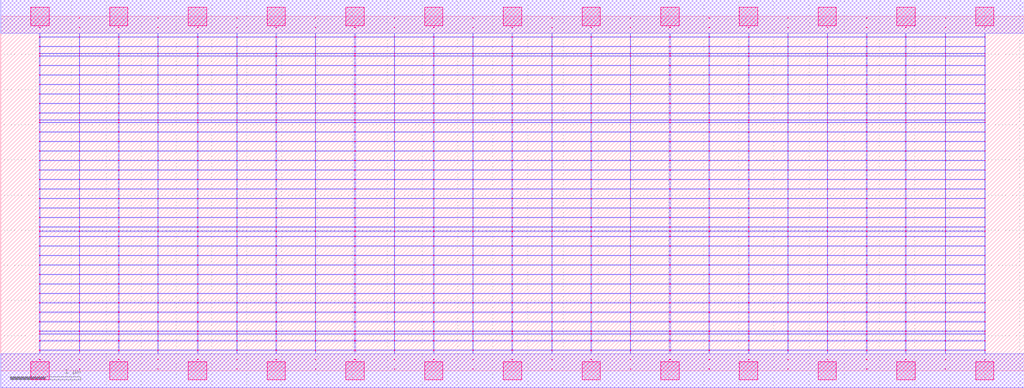
<source format=lef>
MACRO OAOOAOAI211311_DEBUG
 CLASS CORE ;
 FOREIGN OAOOAOAI211311_DEBUG 0 0 ;
 SIZE 14.56 BY 5.04 ;
 ORIGIN 0 0 ;
 SYMMETRY X Y R90 ;
 SITE unit ;

 OBS
    LAYER polycont ;
     RECT 7.27100000 2.58300000 7.28400000 2.59100000 ;
     RECT 7.27100000 2.71800000 7.28400000 2.72600000 ;
     RECT 7.27100000 2.85300000 7.28400000 2.86100000 ;
     RECT 7.27100000 2.98800000 7.28400000 2.99600000 ;
     RECT 9.51100000 2.58300000 9.52900000 2.59100000 ;
     RECT 10.07600000 2.58300000 10.08400000 2.59100000 ;
     RECT 10.63100000 2.58300000 10.64900000 2.59100000 ;
     RECT 11.19600000 2.58300000 11.20400000 2.59100000 ;
     RECT 11.75600000 2.58300000 11.76900000 2.59100000 ;
     RECT 12.31600000 2.58300000 12.32400000 2.59100000 ;
     RECT 12.87100000 2.58300000 12.88400000 2.59100000 ;
     RECT 13.43600000 2.58300000 13.44400000 2.59100000 ;
     RECT 13.99600000 2.58300000 14.00900000 2.59100000 ;
     RECT 7.83600000 2.58300000 7.84400000 2.59100000 ;
     RECT 7.83600000 2.71800000 7.84400000 2.72600000 ;
     RECT 8.39100000 2.71800000 8.40900000 2.72600000 ;
     RECT 8.95600000 2.71800000 8.96400000 2.72600000 ;
     RECT 9.51100000 2.71800000 9.52900000 2.72600000 ;
     RECT 10.07600000 2.71800000 10.08400000 2.72600000 ;
     RECT 10.63100000 2.71800000 10.64900000 2.72600000 ;
     RECT 11.19600000 2.71800000 11.20400000 2.72600000 ;
     RECT 11.75600000 2.71800000 11.76900000 2.72600000 ;
     RECT 12.31600000 2.71800000 12.32400000 2.72600000 ;
     RECT 12.87100000 2.71800000 12.88400000 2.72600000 ;
     RECT 13.43600000 2.71800000 13.44400000 2.72600000 ;
     RECT 13.99600000 2.71800000 14.00900000 2.72600000 ;
     RECT 8.39100000 2.58300000 8.40900000 2.59100000 ;
     RECT 7.83600000 2.85300000 7.84400000 2.86100000 ;
     RECT 8.39100000 2.85300000 8.40900000 2.86100000 ;
     RECT 8.95600000 2.85300000 8.96400000 2.86100000 ;
     RECT 9.51100000 2.85300000 9.52900000 2.86100000 ;
     RECT 10.07600000 2.85300000 10.08400000 2.86100000 ;
     RECT 10.63100000 2.85300000 10.64900000 2.86100000 ;
     RECT 11.19600000 2.85300000 11.20400000 2.86100000 ;
     RECT 11.75600000 2.85300000 11.76900000 2.86100000 ;
     RECT 12.31600000 2.85300000 12.32400000 2.86100000 ;
     RECT 12.87100000 2.85300000 12.88400000 2.86100000 ;
     RECT 13.43600000 2.85300000 13.44400000 2.86100000 ;
     RECT 13.99600000 2.85300000 14.00900000 2.86100000 ;
     RECT 8.95600000 2.58300000 8.96400000 2.59100000 ;
     RECT 7.83600000 2.98800000 7.84400000 2.99600000 ;
     RECT 8.39100000 2.98800000 8.40900000 2.99600000 ;
     RECT 8.95600000 2.98800000 8.96400000 2.99600000 ;
     RECT 9.51100000 2.98800000 9.52900000 2.99600000 ;
     RECT 10.07600000 2.98800000 10.08400000 2.99600000 ;
     RECT 10.63100000 2.98800000 10.64900000 2.99600000 ;
     RECT 11.19600000 2.98800000 11.20400000 2.99600000 ;
     RECT 11.75600000 2.98800000 11.76900000 2.99600000 ;
     RECT 12.31600000 2.98800000 12.32400000 2.99600000 ;
     RECT 12.87100000 2.98800000 12.88400000 2.99600000 ;
     RECT 13.43600000 2.98800000 13.44400000 2.99600000 ;
     RECT 13.99600000 2.98800000 14.00900000 2.99600000 ;
     RECT 12.31600000 3.12300000 12.32400000 3.13100000 ;
     RECT 12.31600000 3.25800000 12.32400000 3.26600000 ;
     RECT 12.31600000 3.39300000 12.32400000 3.40100000 ;
     RECT 12.31600000 3.52800000 12.32400000 3.53600000 ;
     RECT 12.31600000 3.56100000 12.32400000 3.56900000 ;
     RECT 12.31600000 3.66300000 12.32400000 3.67100000 ;
     RECT 12.31600000 3.79800000 12.32400000 3.80600000 ;
     RECT 12.31600000 3.93300000 12.32400000 3.94100000 ;
     RECT 12.31600000 4.06800000 12.32400000 4.07600000 ;
     RECT 12.31600000 4.20300000 12.32400000 4.21100000 ;
     RECT 12.31600000 4.33800000 12.32400000 4.34600000 ;
     RECT 12.31600000 4.47300000 12.32400000 4.48100000 ;
     RECT 12.31600000 4.51100000 12.32400000 4.51900000 ;
     RECT 12.31600000 4.60800000 12.32400000 4.61600000 ;
     RECT 12.31600000 4.74300000 12.32400000 4.75100000 ;
     RECT 12.31600000 4.87800000 12.32400000 4.88600000 ;
     RECT 4.47600000 2.71800000 4.48400000 2.72600000 ;
     RECT 5.03100000 2.71800000 5.04900000 2.72600000 ;
     RECT 5.59600000 2.71800000 5.60400000 2.72600000 ;
     RECT 6.15600000 2.71800000 6.16900000 2.72600000 ;
     RECT 6.71600000 2.71800000 6.72400000 2.72600000 ;
     RECT 1.11600000 2.58300000 1.12400000 2.59100000 ;
     RECT 1.67100000 2.58300000 1.68900000 2.59100000 ;
     RECT 0.55100000 2.98800000 0.56400000 2.99600000 ;
     RECT 1.11600000 2.98800000 1.12400000 2.99600000 ;
     RECT 1.67100000 2.98800000 1.68900000 2.99600000 ;
     RECT 2.23600000 2.98800000 2.24400000 2.99600000 ;
     RECT 2.79600000 2.98800000 2.80900000 2.99600000 ;
     RECT 3.35600000 2.98800000 3.36400000 2.99600000 ;
     RECT 3.91100000 2.98800000 3.92400000 2.99600000 ;
     RECT 4.47600000 2.98800000 4.48400000 2.99600000 ;
     RECT 5.03100000 2.98800000 5.04900000 2.99600000 ;
     RECT 5.59600000 2.98800000 5.60400000 2.99600000 ;
     RECT 6.15600000 2.98800000 6.16900000 2.99600000 ;
     RECT 6.71600000 2.98800000 6.72400000 2.99600000 ;
     RECT 2.23600000 2.58300000 2.24400000 2.59100000 ;
     RECT 2.79600000 2.58300000 2.80900000 2.59100000 ;
     RECT 3.35600000 2.58300000 3.36400000 2.59100000 ;
     RECT 3.91100000 2.58300000 3.92400000 2.59100000 ;
     RECT 4.47600000 2.58300000 4.48400000 2.59100000 ;
     RECT 5.03100000 2.58300000 5.04900000 2.59100000 ;
     RECT 5.59600000 2.58300000 5.60400000 2.59100000 ;
     RECT 6.15600000 2.58300000 6.16900000 2.59100000 ;
     RECT 6.71600000 2.58300000 6.72400000 2.59100000 ;
     RECT 0.55100000 2.58300000 0.56400000 2.59100000 ;
     RECT 0.55100000 2.71800000 0.56400000 2.72600000 ;
     RECT 0.55100000 2.85300000 0.56400000 2.86100000 ;
     RECT 1.11600000 2.85300000 1.12400000 2.86100000 ;
     RECT 3.35600000 3.12300000 3.36400000 3.13100000 ;
     RECT 6.71600000 3.12300000 6.72400000 3.13100000 ;
     RECT 1.67100000 2.85300000 1.68900000 2.86100000 ;
     RECT 3.35600000 3.25800000 3.36400000 3.26600000 ;
     RECT 6.71600000 3.25800000 6.72400000 3.26600000 ;
     RECT 2.23600000 2.85300000 2.24400000 2.86100000 ;
     RECT 3.35600000 3.39300000 3.36400000 3.40100000 ;
     RECT 6.71600000 3.39300000 6.72400000 3.40100000 ;
     RECT 2.79600000 2.85300000 2.80900000 2.86100000 ;
     RECT 3.35600000 3.52800000 3.36400000 3.53600000 ;
     RECT 6.71600000 3.52800000 6.72400000 3.53600000 ;
     RECT 3.35600000 2.85300000 3.36400000 2.86100000 ;
     RECT 3.35600000 3.56100000 3.36400000 3.56900000 ;
     RECT 6.71600000 3.56100000 6.72400000 3.56900000 ;
     RECT 3.91100000 2.85300000 3.92400000 2.86100000 ;
     RECT 3.35600000 3.66300000 3.36400000 3.67100000 ;
     RECT 6.71600000 3.66300000 6.72400000 3.67100000 ;
     RECT 4.47600000 2.85300000 4.48400000 2.86100000 ;
     RECT 3.35600000 3.79800000 3.36400000 3.80600000 ;
     RECT 6.71600000 3.79800000 6.72400000 3.80600000 ;
     RECT 5.03100000 2.85300000 5.04900000 2.86100000 ;
     RECT 3.35600000 3.93300000 3.36400000 3.94100000 ;
     RECT 6.71600000 3.93300000 6.72400000 3.94100000 ;
     RECT 5.59600000 2.85300000 5.60400000 2.86100000 ;
     RECT 3.35600000 4.06800000 3.36400000 4.07600000 ;
     RECT 6.71600000 4.06800000 6.72400000 4.07600000 ;
     RECT 6.15600000 2.85300000 6.16900000 2.86100000 ;
     RECT 3.35600000 4.20300000 3.36400000 4.21100000 ;
     RECT 6.71600000 4.20300000 6.72400000 4.21100000 ;
     RECT 6.71600000 2.85300000 6.72400000 2.86100000 ;
     RECT 3.35600000 4.33800000 3.36400000 4.34600000 ;
     RECT 6.71600000 4.33800000 6.72400000 4.34600000 ;
     RECT 1.11600000 2.71800000 1.12400000 2.72600000 ;
     RECT 3.35600000 4.47300000 3.36400000 4.48100000 ;
     RECT 6.71600000 4.47300000 6.72400000 4.48100000 ;
     RECT 1.67100000 2.71800000 1.68900000 2.72600000 ;
     RECT 3.35600000 4.51100000 3.36400000 4.51900000 ;
     RECT 6.71600000 4.51100000 6.72400000 4.51900000 ;
     RECT 2.23600000 2.71800000 2.24400000 2.72600000 ;
     RECT 3.35600000 4.60800000 3.36400000 4.61600000 ;
     RECT 6.71600000 4.60800000 6.72400000 4.61600000 ;
     RECT 2.79600000 2.71800000 2.80900000 2.72600000 ;
     RECT 3.35600000 4.74300000 3.36400000 4.75100000 ;
     RECT 6.71600000 4.74300000 6.72400000 4.75100000 ;
     RECT 3.35600000 2.71800000 3.36400000 2.72600000 ;
     RECT 3.35600000 4.87800000 3.36400000 4.88600000 ;
     RECT 6.71600000 4.87800000 6.72400000 4.88600000 ;
     RECT 3.91100000 2.71800000 3.92400000 2.72600000 ;
     RECT 4.47600000 1.09800000 4.48400000 1.10600000 ;
     RECT 4.47600000 1.23300000 4.48400000 1.24100000 ;
     RECT 4.47600000 1.36800000 4.48400000 1.37600000 ;
     RECT 4.47600000 1.50300000 4.48400000 1.51100000 ;
     RECT 4.47600000 1.63800000 4.48400000 1.64600000 ;
     RECT 4.47600000 1.77300000 4.48400000 1.78100000 ;
     RECT 4.47600000 1.90800000 4.48400000 1.91600000 ;
     RECT 4.47600000 1.98100000 4.48400000 1.98900000 ;
     RECT 4.47600000 2.04300000 4.48400000 2.05100000 ;
     RECT 4.47600000 2.17800000 4.48400000 2.18600000 ;
     RECT 4.47600000 2.31300000 4.48400000 2.32100000 ;
     RECT 4.47600000 2.44800000 4.48400000 2.45600000 ;
     RECT 4.47600000 0.15300000 4.48400000 0.16100000 ;
     RECT 4.47600000 0.28800000 4.48400000 0.29600000 ;
     RECT 4.47600000 0.42300000 4.48400000 0.43100000 ;
     RECT 4.47600000 0.52100000 4.48400000 0.52900000 ;
     RECT 4.47600000 0.55800000 4.48400000 0.56600000 ;
     RECT 4.47600000 0.69300000 4.48400000 0.70100000 ;
     RECT 4.47600000 0.82800000 4.48400000 0.83600000 ;
     RECT 4.47600000 0.96300000 4.48400000 0.97100000 ;
     RECT 13.99600000 0.15300000 14.00900000 0.16100000 ;
     RECT 10.07600000 1.63800000 10.08400000 1.64600000 ;
     RECT 13.43600000 1.63800000 13.44400000 1.64600000 ;
     RECT 13.99600000 1.63800000 14.00900000 1.64600000 ;
     RECT 10.07600000 0.52100000 10.08400000 0.52900000 ;
     RECT 10.07600000 1.77300000 10.08400000 1.78100000 ;
     RECT 13.43600000 1.77300000 13.44400000 1.78100000 ;
     RECT 13.99600000 1.77300000 14.00900000 1.78100000 ;
     RECT 13.43600000 0.52100000 13.44400000 0.52900000 ;
     RECT 10.07600000 1.90800000 10.08400000 1.91600000 ;
     RECT 13.43600000 1.90800000 13.44400000 1.91600000 ;
     RECT 13.99600000 1.90800000 14.00900000 1.91600000 ;
     RECT 13.99600000 0.52100000 14.00900000 0.52900000 ;
     RECT 10.07600000 1.98100000 10.08400000 1.98900000 ;
     RECT 13.43600000 1.98100000 13.44400000 1.98900000 ;
     RECT 13.99600000 1.98100000 14.00900000 1.98900000 ;
     RECT 10.07600000 0.15300000 10.08400000 0.16100000 ;
     RECT 10.07600000 2.04300000 10.08400000 2.05100000 ;
     RECT 13.43600000 2.04300000 13.44400000 2.05100000 ;
     RECT 13.99600000 2.04300000 14.00900000 2.05100000 ;
     RECT 10.07600000 0.55800000 10.08400000 0.56600000 ;
     RECT 10.07600000 2.17800000 10.08400000 2.18600000 ;
     RECT 13.43600000 2.17800000 13.44400000 2.18600000 ;
     RECT 13.99600000 2.17800000 14.00900000 2.18600000 ;
     RECT 13.43600000 0.55800000 13.44400000 0.56600000 ;
     RECT 10.07600000 2.31300000 10.08400000 2.32100000 ;
     RECT 13.43600000 2.31300000 13.44400000 2.32100000 ;
     RECT 13.99600000 2.31300000 14.00900000 2.32100000 ;
     RECT 13.99600000 0.55800000 14.00900000 0.56600000 ;
     RECT 10.07600000 2.44800000 10.08400000 2.45600000 ;
     RECT 13.43600000 2.44800000 13.44400000 2.45600000 ;
     RECT 13.99600000 2.44800000 14.00900000 2.45600000 ;
     RECT 10.07600000 0.28800000 10.08400000 0.29600000 ;
     RECT 10.07600000 0.69300000 10.08400000 0.70100000 ;
     RECT 13.43600000 0.69300000 13.44400000 0.70100000 ;
     RECT 13.99600000 0.69300000 14.00900000 0.70100000 ;
     RECT 13.43600000 0.28800000 13.44400000 0.29600000 ;
     RECT 10.07600000 0.82800000 10.08400000 0.83600000 ;
     RECT 13.43600000 0.82800000 13.44400000 0.83600000 ;
     RECT 13.99600000 0.82800000 14.00900000 0.83600000 ;
     RECT 13.99600000 0.28800000 14.00900000 0.29600000 ;
     RECT 10.07600000 0.96300000 10.08400000 0.97100000 ;
     RECT 13.43600000 0.96300000 13.44400000 0.97100000 ;
     RECT 13.99600000 0.96300000 14.00900000 0.97100000 ;
     RECT 13.43600000 0.15300000 13.44400000 0.16100000 ;
     RECT 10.07600000 1.09800000 10.08400000 1.10600000 ;
     RECT 13.43600000 1.09800000 13.44400000 1.10600000 ;
     RECT 13.99600000 1.09800000 14.00900000 1.10600000 ;
     RECT 10.07600000 0.42300000 10.08400000 0.43100000 ;
     RECT 10.07600000 1.23300000 10.08400000 1.24100000 ;
     RECT 13.43600000 1.23300000 13.44400000 1.24100000 ;
     RECT 13.99600000 1.23300000 14.00900000 1.24100000 ;
     RECT 13.43600000 0.42300000 13.44400000 0.43100000 ;
     RECT 10.07600000 1.36800000 10.08400000 1.37600000 ;
     RECT 13.43600000 1.36800000 13.44400000 1.37600000 ;
     RECT 13.99600000 1.36800000 14.00900000 1.37600000 ;
     RECT 13.99600000 0.42300000 14.00900000 0.43100000 ;
     RECT 10.07600000 1.50300000 10.08400000 1.51100000 ;
     RECT 13.43600000 1.50300000 13.44400000 1.51100000 ;
     RECT 13.99600000 1.50300000 14.00900000 1.51100000 ;

    LAYER pdiffc ;
     RECT 0.55100000 3.39300000 0.55900000 3.40100000 ;
     RECT 2.80100000 3.39300000 2.80900000 3.40100000 ;
     RECT 3.91100000 3.39300000 3.91900000 3.40100000 ;
     RECT 6.16100000 3.39300000 6.16900000 3.40100000 ;
     RECT 7.27100000 3.39300000 7.27900000 3.40100000 ;
     RECT 11.76100000 3.39300000 11.76900000 3.40100000 ;
     RECT 12.87100000 3.39300000 12.87900000 3.40100000 ;
     RECT 14.00100000 3.39300000 14.00900000 3.40100000 ;
     RECT 0.55100000 3.52800000 0.55900000 3.53600000 ;
     RECT 2.80100000 3.52800000 2.80900000 3.53600000 ;
     RECT 3.91100000 3.52800000 3.91900000 3.53600000 ;
     RECT 6.16100000 3.52800000 6.16900000 3.53600000 ;
     RECT 7.27100000 3.52800000 7.27900000 3.53600000 ;
     RECT 11.76100000 3.52800000 11.76900000 3.53600000 ;
     RECT 12.87100000 3.52800000 12.87900000 3.53600000 ;
     RECT 14.00100000 3.52800000 14.00900000 3.53600000 ;
     RECT 0.55100000 3.56100000 0.55900000 3.56900000 ;
     RECT 2.80100000 3.56100000 2.80900000 3.56900000 ;
     RECT 3.91100000 3.56100000 3.91900000 3.56900000 ;
     RECT 6.16100000 3.56100000 6.16900000 3.56900000 ;
     RECT 7.27100000 3.56100000 7.27900000 3.56900000 ;
     RECT 11.76100000 3.56100000 11.76900000 3.56900000 ;
     RECT 12.87100000 3.56100000 12.87900000 3.56900000 ;
     RECT 14.00100000 3.56100000 14.00900000 3.56900000 ;
     RECT 0.55100000 3.66300000 0.55900000 3.67100000 ;
     RECT 2.80100000 3.66300000 2.80900000 3.67100000 ;
     RECT 3.91100000 3.66300000 3.91900000 3.67100000 ;
     RECT 6.16100000 3.66300000 6.16900000 3.67100000 ;
     RECT 7.27100000 3.66300000 7.27900000 3.67100000 ;
     RECT 11.76100000 3.66300000 11.76900000 3.67100000 ;
     RECT 12.87100000 3.66300000 12.87900000 3.67100000 ;
     RECT 14.00100000 3.66300000 14.00900000 3.67100000 ;
     RECT 0.55100000 3.79800000 0.55900000 3.80600000 ;
     RECT 2.80100000 3.79800000 2.80900000 3.80600000 ;
     RECT 3.91100000 3.79800000 3.91900000 3.80600000 ;
     RECT 6.16100000 3.79800000 6.16900000 3.80600000 ;
     RECT 7.27100000 3.79800000 7.27900000 3.80600000 ;
     RECT 11.76100000 3.79800000 11.76900000 3.80600000 ;
     RECT 12.87100000 3.79800000 12.87900000 3.80600000 ;
     RECT 14.00100000 3.79800000 14.00900000 3.80600000 ;
     RECT 0.55100000 3.93300000 0.55900000 3.94100000 ;
     RECT 2.80100000 3.93300000 2.80900000 3.94100000 ;
     RECT 3.91100000 3.93300000 3.91900000 3.94100000 ;
     RECT 6.16100000 3.93300000 6.16900000 3.94100000 ;
     RECT 7.27100000 3.93300000 7.27900000 3.94100000 ;
     RECT 11.76100000 3.93300000 11.76900000 3.94100000 ;
     RECT 12.87100000 3.93300000 12.87900000 3.94100000 ;
     RECT 14.00100000 3.93300000 14.00900000 3.94100000 ;
     RECT 0.55100000 4.06800000 0.55900000 4.07600000 ;
     RECT 2.80100000 4.06800000 2.80900000 4.07600000 ;
     RECT 3.91100000 4.06800000 3.91900000 4.07600000 ;
     RECT 6.16100000 4.06800000 6.16900000 4.07600000 ;
     RECT 7.27100000 4.06800000 7.27900000 4.07600000 ;
     RECT 11.76100000 4.06800000 11.76900000 4.07600000 ;
     RECT 12.87100000 4.06800000 12.87900000 4.07600000 ;
     RECT 14.00100000 4.06800000 14.00900000 4.07600000 ;
     RECT 0.55100000 4.20300000 0.55900000 4.21100000 ;
     RECT 2.80100000 4.20300000 2.80900000 4.21100000 ;
     RECT 3.91100000 4.20300000 3.91900000 4.21100000 ;
     RECT 6.16100000 4.20300000 6.16900000 4.21100000 ;
     RECT 7.27100000 4.20300000 7.27900000 4.21100000 ;
     RECT 11.76100000 4.20300000 11.76900000 4.21100000 ;
     RECT 12.87100000 4.20300000 12.87900000 4.21100000 ;
     RECT 14.00100000 4.20300000 14.00900000 4.21100000 ;
     RECT 0.55100000 4.33800000 0.55900000 4.34600000 ;
     RECT 2.80100000 4.33800000 2.80900000 4.34600000 ;
     RECT 3.91100000 4.33800000 3.91900000 4.34600000 ;
     RECT 6.16100000 4.33800000 6.16900000 4.34600000 ;
     RECT 7.27100000 4.33800000 7.27900000 4.34600000 ;
     RECT 11.76100000 4.33800000 11.76900000 4.34600000 ;
     RECT 12.87100000 4.33800000 12.87900000 4.34600000 ;
     RECT 14.00100000 4.33800000 14.00900000 4.34600000 ;
     RECT 0.55100000 4.47300000 0.55900000 4.48100000 ;
     RECT 2.80100000 4.47300000 2.80900000 4.48100000 ;
     RECT 3.91100000 4.47300000 3.91900000 4.48100000 ;
     RECT 6.16100000 4.47300000 6.16900000 4.48100000 ;
     RECT 7.27100000 4.47300000 7.27900000 4.48100000 ;
     RECT 11.76100000 4.47300000 11.76900000 4.48100000 ;
     RECT 12.87100000 4.47300000 12.87900000 4.48100000 ;
     RECT 14.00100000 4.47300000 14.00900000 4.48100000 ;
     RECT 0.55100000 4.51100000 0.55900000 4.51900000 ;
     RECT 2.80100000 4.51100000 2.80900000 4.51900000 ;
     RECT 3.91100000 4.51100000 3.91900000 4.51900000 ;
     RECT 6.16100000 4.51100000 6.16900000 4.51900000 ;
     RECT 7.27100000 4.51100000 7.27900000 4.51900000 ;
     RECT 11.76100000 4.51100000 11.76900000 4.51900000 ;
     RECT 12.87100000 4.51100000 12.87900000 4.51900000 ;
     RECT 14.00100000 4.51100000 14.00900000 4.51900000 ;
     RECT 0.55100000 4.60800000 0.55900000 4.61600000 ;
     RECT 2.80100000 4.60800000 2.80900000 4.61600000 ;
     RECT 3.91100000 4.60800000 3.91900000 4.61600000 ;
     RECT 6.16100000 4.60800000 6.16900000 4.61600000 ;
     RECT 7.27100000 4.60800000 7.27900000 4.61600000 ;
     RECT 11.76100000 4.60800000 11.76900000 4.61600000 ;
     RECT 12.87100000 4.60800000 12.87900000 4.61600000 ;
     RECT 14.00100000 4.60800000 14.00900000 4.61600000 ;

    LAYER ndiffc ;
     RECT 7.27100000 0.42300000 7.28400000 0.43100000 ;
     RECT 8.39100000 0.42300000 8.40900000 0.43100000 ;
     RECT 9.51100000 0.42300000 9.52900000 0.43100000 ;
     RECT 10.63100000 0.42300000 10.64900000 0.43100000 ;
     RECT 11.75600000 0.42300000 11.76900000 0.43100000 ;
     RECT 12.87100000 0.42300000 12.88400000 0.43100000 ;
     RECT 7.27100000 0.52100000 7.28400000 0.52900000 ;
     RECT 8.39100000 0.52100000 8.40900000 0.52900000 ;
     RECT 9.51100000 0.52100000 9.52900000 0.52900000 ;
     RECT 10.63100000 0.52100000 10.64900000 0.52900000 ;
     RECT 11.75600000 0.52100000 11.76900000 0.52900000 ;
     RECT 12.87100000 0.52100000 12.88400000 0.52900000 ;
     RECT 7.27100000 0.55800000 7.28400000 0.56600000 ;
     RECT 8.39100000 0.55800000 8.40900000 0.56600000 ;
     RECT 9.51100000 0.55800000 9.52900000 0.56600000 ;
     RECT 10.63100000 0.55800000 10.64900000 0.56600000 ;
     RECT 11.75600000 0.55800000 11.76900000 0.56600000 ;
     RECT 12.87100000 0.55800000 12.88400000 0.56600000 ;
     RECT 7.27100000 0.69300000 7.28400000 0.70100000 ;
     RECT 8.39100000 0.69300000 8.40900000 0.70100000 ;
     RECT 9.51100000 0.69300000 9.52900000 0.70100000 ;
     RECT 10.63100000 0.69300000 10.64900000 0.70100000 ;
     RECT 11.75600000 0.69300000 11.76900000 0.70100000 ;
     RECT 12.87100000 0.69300000 12.88400000 0.70100000 ;
     RECT 7.27100000 0.82800000 7.28400000 0.83600000 ;
     RECT 8.39100000 0.82800000 8.40900000 0.83600000 ;
     RECT 9.51100000 0.82800000 9.52900000 0.83600000 ;
     RECT 10.63100000 0.82800000 10.64900000 0.83600000 ;
     RECT 11.75600000 0.82800000 11.76900000 0.83600000 ;
     RECT 12.87100000 0.82800000 12.88400000 0.83600000 ;
     RECT 7.27100000 0.96300000 7.28400000 0.97100000 ;
     RECT 8.39100000 0.96300000 8.40900000 0.97100000 ;
     RECT 9.51100000 0.96300000 9.52900000 0.97100000 ;
     RECT 10.63100000 0.96300000 10.64900000 0.97100000 ;
     RECT 11.75600000 0.96300000 11.76900000 0.97100000 ;
     RECT 12.87100000 0.96300000 12.88400000 0.97100000 ;
     RECT 7.27100000 1.09800000 7.28400000 1.10600000 ;
     RECT 8.39100000 1.09800000 8.40900000 1.10600000 ;
     RECT 9.51100000 1.09800000 9.52900000 1.10600000 ;
     RECT 10.63100000 1.09800000 10.64900000 1.10600000 ;
     RECT 11.75600000 1.09800000 11.76900000 1.10600000 ;
     RECT 12.87100000 1.09800000 12.88400000 1.10600000 ;
     RECT 7.27100000 1.23300000 7.28400000 1.24100000 ;
     RECT 8.39100000 1.23300000 8.40900000 1.24100000 ;
     RECT 9.51100000 1.23300000 9.52900000 1.24100000 ;
     RECT 10.63100000 1.23300000 10.64900000 1.24100000 ;
     RECT 11.75600000 1.23300000 11.76900000 1.24100000 ;
     RECT 12.87100000 1.23300000 12.88400000 1.24100000 ;
     RECT 7.27100000 1.36800000 7.28400000 1.37600000 ;
     RECT 8.39100000 1.36800000 8.40900000 1.37600000 ;
     RECT 9.51100000 1.36800000 9.52900000 1.37600000 ;
     RECT 10.63100000 1.36800000 10.64900000 1.37600000 ;
     RECT 11.75600000 1.36800000 11.76900000 1.37600000 ;
     RECT 12.87100000 1.36800000 12.88400000 1.37600000 ;
     RECT 7.27100000 1.50300000 7.28400000 1.51100000 ;
     RECT 8.39100000 1.50300000 8.40900000 1.51100000 ;
     RECT 9.51100000 1.50300000 9.52900000 1.51100000 ;
     RECT 10.63100000 1.50300000 10.64900000 1.51100000 ;
     RECT 11.75600000 1.50300000 11.76900000 1.51100000 ;
     RECT 12.87100000 1.50300000 12.88400000 1.51100000 ;
     RECT 7.27100000 1.63800000 7.28400000 1.64600000 ;
     RECT 8.39100000 1.63800000 8.40900000 1.64600000 ;
     RECT 9.51100000 1.63800000 9.52900000 1.64600000 ;
     RECT 10.63100000 1.63800000 10.64900000 1.64600000 ;
     RECT 11.75600000 1.63800000 11.76900000 1.64600000 ;
     RECT 12.87100000 1.63800000 12.88400000 1.64600000 ;
     RECT 7.27100000 1.77300000 7.28400000 1.78100000 ;
     RECT 8.39100000 1.77300000 8.40900000 1.78100000 ;
     RECT 9.51100000 1.77300000 9.52900000 1.78100000 ;
     RECT 10.63100000 1.77300000 10.64900000 1.78100000 ;
     RECT 11.75600000 1.77300000 11.76900000 1.78100000 ;
     RECT 12.87100000 1.77300000 12.88400000 1.78100000 ;
     RECT 7.27100000 1.90800000 7.28400000 1.91600000 ;
     RECT 8.39100000 1.90800000 8.40900000 1.91600000 ;
     RECT 9.51100000 1.90800000 9.52900000 1.91600000 ;
     RECT 10.63100000 1.90800000 10.64900000 1.91600000 ;
     RECT 11.75600000 1.90800000 11.76900000 1.91600000 ;
     RECT 12.87100000 1.90800000 12.88400000 1.91600000 ;
     RECT 7.27100000 1.98100000 7.28400000 1.98900000 ;
     RECT 8.39100000 1.98100000 8.40900000 1.98900000 ;
     RECT 9.51100000 1.98100000 9.52900000 1.98900000 ;
     RECT 10.63100000 1.98100000 10.64900000 1.98900000 ;
     RECT 11.75600000 1.98100000 11.76900000 1.98900000 ;
     RECT 12.87100000 1.98100000 12.88400000 1.98900000 ;
     RECT 7.27100000 2.04300000 7.28400000 2.05100000 ;
     RECT 8.39100000 2.04300000 8.40900000 2.05100000 ;
     RECT 9.51100000 2.04300000 9.52900000 2.05100000 ;
     RECT 10.63100000 2.04300000 10.64900000 2.05100000 ;
     RECT 11.75600000 2.04300000 11.76900000 2.05100000 ;
     RECT 12.87100000 2.04300000 12.88400000 2.05100000 ;
     RECT 0.55100000 0.42300000 0.56400000 0.43100000 ;
     RECT 1.67100000 0.42300000 1.68900000 0.43100000 ;
     RECT 2.79600000 0.42300000 2.80900000 0.43100000 ;
     RECT 3.91100000 0.42300000 3.92400000 0.43100000 ;
     RECT 5.03100000 0.42300000 5.04900000 0.43100000 ;
     RECT 6.15600000 0.42300000 6.16900000 0.43100000 ;
     RECT 0.55100000 1.36800000 0.56400000 1.37600000 ;
     RECT 1.67100000 1.36800000 1.68900000 1.37600000 ;
     RECT 2.79600000 1.36800000 2.80900000 1.37600000 ;
     RECT 3.91100000 1.36800000 3.92400000 1.37600000 ;
     RECT 5.03100000 1.36800000 5.04900000 1.37600000 ;
     RECT 6.15600000 1.36800000 6.16900000 1.37600000 ;
     RECT 0.55100000 0.82800000 0.56400000 0.83600000 ;
     RECT 1.67100000 0.82800000 1.68900000 0.83600000 ;
     RECT 2.79600000 0.82800000 2.80900000 0.83600000 ;
     RECT 3.91100000 0.82800000 3.92400000 0.83600000 ;
     RECT 5.03100000 0.82800000 5.04900000 0.83600000 ;
     RECT 6.15600000 0.82800000 6.16900000 0.83600000 ;
     RECT 0.55100000 1.50300000 0.56400000 1.51100000 ;
     RECT 1.67100000 1.50300000 1.68900000 1.51100000 ;
     RECT 2.79600000 1.50300000 2.80900000 1.51100000 ;
     RECT 3.91100000 1.50300000 3.92400000 1.51100000 ;
     RECT 5.03100000 1.50300000 5.04900000 1.51100000 ;
     RECT 6.15600000 1.50300000 6.16900000 1.51100000 ;
     RECT 0.55100000 0.55800000 0.56400000 0.56600000 ;
     RECT 1.67100000 0.55800000 1.68900000 0.56600000 ;
     RECT 2.79600000 0.55800000 2.80900000 0.56600000 ;
     RECT 3.91100000 0.55800000 3.92400000 0.56600000 ;
     RECT 5.03100000 0.55800000 5.04900000 0.56600000 ;
     RECT 6.15600000 0.55800000 6.16900000 0.56600000 ;
     RECT 0.55100000 1.63800000 0.56400000 1.64600000 ;
     RECT 1.67100000 1.63800000 1.68900000 1.64600000 ;
     RECT 2.79600000 1.63800000 2.80900000 1.64600000 ;
     RECT 3.91100000 1.63800000 3.92400000 1.64600000 ;
     RECT 5.03100000 1.63800000 5.04900000 1.64600000 ;
     RECT 6.15600000 1.63800000 6.16900000 1.64600000 ;
     RECT 0.55100000 0.96300000 0.56400000 0.97100000 ;
     RECT 1.67100000 0.96300000 1.68900000 0.97100000 ;
     RECT 2.79600000 0.96300000 2.80900000 0.97100000 ;
     RECT 3.91100000 0.96300000 3.92400000 0.97100000 ;
     RECT 5.03100000 0.96300000 5.04900000 0.97100000 ;
     RECT 6.15600000 0.96300000 6.16900000 0.97100000 ;
     RECT 0.55100000 1.77300000 0.56400000 1.78100000 ;
     RECT 1.67100000 1.77300000 1.68900000 1.78100000 ;
     RECT 2.79600000 1.77300000 2.80900000 1.78100000 ;
     RECT 3.91100000 1.77300000 3.92400000 1.78100000 ;
     RECT 5.03100000 1.77300000 5.04900000 1.78100000 ;
     RECT 6.15600000 1.77300000 6.16900000 1.78100000 ;
     RECT 0.55100000 0.52100000 0.56400000 0.52900000 ;
     RECT 1.67100000 0.52100000 1.68900000 0.52900000 ;
     RECT 2.79600000 0.52100000 2.80900000 0.52900000 ;
     RECT 3.91100000 0.52100000 3.92400000 0.52900000 ;
     RECT 5.03100000 0.52100000 5.04900000 0.52900000 ;
     RECT 6.15600000 0.52100000 6.16900000 0.52900000 ;
     RECT 0.55100000 1.90800000 0.56400000 1.91600000 ;
     RECT 1.67100000 1.90800000 1.68900000 1.91600000 ;
     RECT 2.79600000 1.90800000 2.80900000 1.91600000 ;
     RECT 3.91100000 1.90800000 3.92400000 1.91600000 ;
     RECT 5.03100000 1.90800000 5.04900000 1.91600000 ;
     RECT 6.15600000 1.90800000 6.16900000 1.91600000 ;
     RECT 0.55100000 1.09800000 0.56400000 1.10600000 ;
     RECT 1.67100000 1.09800000 1.68900000 1.10600000 ;
     RECT 2.79600000 1.09800000 2.80900000 1.10600000 ;
     RECT 3.91100000 1.09800000 3.92400000 1.10600000 ;
     RECT 5.03100000 1.09800000 5.04900000 1.10600000 ;
     RECT 6.15600000 1.09800000 6.16900000 1.10600000 ;
     RECT 0.55100000 1.98100000 0.56400000 1.98900000 ;
     RECT 1.67100000 1.98100000 1.68900000 1.98900000 ;
     RECT 2.79600000 1.98100000 2.80900000 1.98900000 ;
     RECT 3.91100000 1.98100000 3.92400000 1.98900000 ;
     RECT 5.03100000 1.98100000 5.04900000 1.98900000 ;
     RECT 6.15600000 1.98100000 6.16900000 1.98900000 ;
     RECT 0.55100000 0.69300000 0.56400000 0.70100000 ;
     RECT 1.67100000 0.69300000 1.68900000 0.70100000 ;
     RECT 2.79600000 0.69300000 2.80900000 0.70100000 ;
     RECT 3.91100000 0.69300000 3.92400000 0.70100000 ;
     RECT 5.03100000 0.69300000 5.04900000 0.70100000 ;
     RECT 6.15600000 0.69300000 6.16900000 0.70100000 ;
     RECT 0.55100000 2.04300000 0.56400000 2.05100000 ;
     RECT 1.67100000 2.04300000 1.68900000 2.05100000 ;
     RECT 2.79600000 2.04300000 2.80900000 2.05100000 ;
     RECT 3.91100000 2.04300000 3.92400000 2.05100000 ;
     RECT 5.03100000 2.04300000 5.04900000 2.05100000 ;
     RECT 6.15600000 2.04300000 6.16900000 2.05100000 ;
     RECT 0.55100000 1.23300000 0.56400000 1.24100000 ;
     RECT 1.67100000 1.23300000 1.68900000 1.24100000 ;
     RECT 2.79600000 1.23300000 2.80900000 1.24100000 ;
     RECT 3.91100000 1.23300000 3.92400000 1.24100000 ;
     RECT 5.03100000 1.23300000 5.04900000 1.24100000 ;
     RECT 6.15600000 1.23300000 6.16900000 1.24100000 ;

    LAYER met1 ;
     RECT 0.00000000 -0.24000000 14.56000000 0.24000000 ;
     RECT 7.27100000 0.24000000 7.28400000 0.28800000 ;
     RECT 0.55100000 0.28800000 14.00900000 0.29600000 ;
     RECT 7.27100000 0.29600000 7.28400000 0.42300000 ;
     RECT 0.55100000 0.42300000 14.00900000 0.43100000 ;
     RECT 7.27100000 0.43100000 7.28400000 0.52100000 ;
     RECT 0.55100000 0.52100000 14.00900000 0.52900000 ;
     RECT 7.27100000 0.52900000 7.28400000 0.55800000 ;
     RECT 0.55100000 0.55800000 14.00900000 0.56600000 ;
     RECT 7.27100000 0.56600000 7.28400000 0.69300000 ;
     RECT 0.55100000 0.69300000 14.00900000 0.70100000 ;
     RECT 7.27100000 0.70100000 7.28400000 0.82800000 ;
     RECT 0.55100000 0.82800000 14.00900000 0.83600000 ;
     RECT 7.27100000 0.83600000 7.28400000 0.96300000 ;
     RECT 0.55100000 0.96300000 14.00900000 0.97100000 ;
     RECT 7.27100000 0.97100000 7.28400000 1.09800000 ;
     RECT 0.55100000 1.09800000 14.00900000 1.10600000 ;
     RECT 7.27100000 1.10600000 7.28400000 1.23300000 ;
     RECT 0.55100000 1.23300000 14.00900000 1.24100000 ;
     RECT 7.27100000 1.24100000 7.28400000 1.36800000 ;
     RECT 0.55100000 1.36800000 14.00900000 1.37600000 ;
     RECT 7.27100000 1.37600000 7.28400000 1.50300000 ;
     RECT 0.55100000 1.50300000 14.00900000 1.51100000 ;
     RECT 7.27100000 1.51100000 7.28400000 1.63800000 ;
     RECT 0.55100000 1.63800000 14.00900000 1.64600000 ;
     RECT 7.27100000 1.64600000 7.28400000 1.77300000 ;
     RECT 0.55100000 1.77300000 14.00900000 1.78100000 ;
     RECT 7.27100000 1.78100000 7.28400000 1.90800000 ;
     RECT 0.55100000 1.90800000 14.00900000 1.91600000 ;
     RECT 7.27100000 1.91600000 7.28400000 1.98100000 ;
     RECT 0.55100000 1.98100000 14.00900000 1.98900000 ;
     RECT 7.27100000 1.98900000 7.28400000 2.04300000 ;
     RECT 0.55100000 2.04300000 14.00900000 2.05100000 ;
     RECT 7.27100000 2.05100000 7.28400000 2.17800000 ;
     RECT 0.55100000 2.17800000 14.00900000 2.18600000 ;
     RECT 7.27100000 2.18600000 7.28400000 2.31300000 ;
     RECT 0.55100000 2.31300000 14.00900000 2.32100000 ;
     RECT 7.27100000 2.32100000 7.28400000 2.44800000 ;
     RECT 0.55100000 2.44800000 14.00900000 2.45600000 ;
     RECT 0.55100000 2.45600000 0.56400000 2.58300000 ;
     RECT 1.11600000 2.45600000 1.12400000 2.58300000 ;
     RECT 1.67100000 2.45600000 1.68900000 2.58300000 ;
     RECT 2.23600000 2.45600000 2.24400000 2.58300000 ;
     RECT 2.79600000 2.45600000 2.80900000 2.58300000 ;
     RECT 3.35600000 2.45600000 3.36400000 2.58300000 ;
     RECT 3.91100000 2.45600000 3.92400000 2.58300000 ;
     RECT 4.47600000 2.45600000 4.48400000 2.58300000 ;
     RECT 5.03100000 2.45600000 5.04900000 2.58300000 ;
     RECT 5.59600000 2.45600000 5.60400000 2.58300000 ;
     RECT 6.15600000 2.45600000 6.16900000 2.58300000 ;
     RECT 6.71600000 2.45600000 6.72400000 2.58300000 ;
     RECT 7.27100000 2.45600000 7.28400000 2.58300000 ;
     RECT 7.83600000 2.45600000 7.84400000 2.58300000 ;
     RECT 8.39100000 2.45600000 8.40900000 2.58300000 ;
     RECT 8.95600000 2.45600000 8.96400000 2.58300000 ;
     RECT 9.51100000 2.45600000 9.52900000 2.58300000 ;
     RECT 10.07600000 2.45600000 10.08400000 2.58300000 ;
     RECT 10.63100000 2.45600000 10.64900000 2.58300000 ;
     RECT 11.19600000 2.45600000 11.20400000 2.58300000 ;
     RECT 11.75600000 2.45600000 11.76900000 2.58300000 ;
     RECT 12.31600000 2.45600000 12.32400000 2.58300000 ;
     RECT 12.87100000 2.45600000 12.88400000 2.58300000 ;
     RECT 13.43600000 2.45600000 13.44400000 2.58300000 ;
     RECT 13.99600000 2.45600000 14.00900000 2.58300000 ;
     RECT 0.55100000 2.58300000 14.00900000 2.59100000 ;
     RECT 7.27100000 2.59100000 7.28400000 2.71800000 ;
     RECT 0.55100000 2.71800000 14.00900000 2.72600000 ;
     RECT 7.27100000 2.72600000 7.28400000 2.85300000 ;
     RECT 0.55100000 2.85300000 14.00900000 2.86100000 ;
     RECT 7.27100000 2.86100000 7.28400000 2.98800000 ;
     RECT 0.55100000 2.98800000 14.00900000 2.99600000 ;
     RECT 7.27100000 2.99600000 7.28400000 3.12300000 ;
     RECT 0.55100000 3.12300000 14.00900000 3.13100000 ;
     RECT 7.27100000 3.13100000 7.28400000 3.25800000 ;
     RECT 0.55100000 3.25800000 14.00900000 3.26600000 ;
     RECT 7.27100000 3.26600000 7.28400000 3.39300000 ;
     RECT 0.55100000 3.39300000 14.00900000 3.40100000 ;
     RECT 7.27100000 3.40100000 7.28400000 3.52800000 ;
     RECT 0.55100000 3.52800000 14.00900000 3.53600000 ;
     RECT 7.27100000 3.53600000 7.28400000 3.56100000 ;
     RECT 0.55100000 3.56100000 14.00900000 3.56900000 ;
     RECT 7.27100000 3.56900000 7.28400000 3.66300000 ;
     RECT 0.55100000 3.66300000 14.00900000 3.67100000 ;
     RECT 7.27100000 3.67100000 7.28400000 3.79800000 ;
     RECT 0.55100000 3.79800000 14.00900000 3.80600000 ;
     RECT 7.27100000 3.80600000 7.28400000 3.93300000 ;
     RECT 0.55100000 3.93300000 14.00900000 3.94100000 ;
     RECT 7.27100000 3.94100000 7.28400000 4.06800000 ;
     RECT 0.55100000 4.06800000 14.00900000 4.07600000 ;
     RECT 7.27100000 4.07600000 7.28400000 4.20300000 ;
     RECT 0.55100000 4.20300000 14.00900000 4.21100000 ;
     RECT 7.27100000 4.21100000 7.28400000 4.33800000 ;
     RECT 0.55100000 4.33800000 14.00900000 4.34600000 ;
     RECT 7.27100000 4.34600000 7.28400000 4.47300000 ;
     RECT 0.55100000 4.47300000 14.00900000 4.48100000 ;
     RECT 7.27100000 4.48100000 7.28400000 4.51100000 ;
     RECT 0.55100000 4.51100000 14.00900000 4.51900000 ;
     RECT 7.27100000 4.51900000 7.28400000 4.60800000 ;
     RECT 0.55100000 4.60800000 14.00900000 4.61600000 ;
     RECT 7.27100000 4.61600000 7.28400000 4.74300000 ;
     RECT 0.55100000 4.74300000 14.00900000 4.75100000 ;
     RECT 7.27100000 4.75100000 7.28400000 4.80000000 ;
     RECT 0.00000000 4.80000000 14.56000000 5.28000000 ;
     RECT 7.83600000 3.80600000 7.84400000 3.93300000 ;
     RECT 8.39100000 3.80600000 8.40900000 3.93300000 ;
     RECT 8.95600000 3.80600000 8.96400000 3.93300000 ;
     RECT 9.51100000 3.80600000 9.52900000 3.93300000 ;
     RECT 10.07600000 3.80600000 10.08400000 3.93300000 ;
     RECT 10.63100000 3.80600000 10.64900000 3.93300000 ;
     RECT 11.19600000 3.80600000 11.20400000 3.93300000 ;
     RECT 11.75600000 3.80600000 11.76900000 3.93300000 ;
     RECT 12.31600000 3.80600000 12.32400000 3.93300000 ;
     RECT 12.87100000 3.80600000 12.88400000 3.93300000 ;
     RECT 13.43600000 3.80600000 13.44400000 3.93300000 ;
     RECT 13.99600000 3.80600000 14.00900000 3.93300000 ;
     RECT 11.19600000 3.94100000 11.20400000 4.06800000 ;
     RECT 11.75600000 3.94100000 11.76900000 4.06800000 ;
     RECT 12.31600000 3.94100000 12.32400000 4.06800000 ;
     RECT 12.87100000 3.94100000 12.88400000 4.06800000 ;
     RECT 13.43600000 3.94100000 13.44400000 4.06800000 ;
     RECT 13.99600000 3.94100000 14.00900000 4.06800000 ;
     RECT 11.19600000 4.07600000 11.20400000 4.20300000 ;
     RECT 11.75600000 4.07600000 11.76900000 4.20300000 ;
     RECT 12.31600000 4.07600000 12.32400000 4.20300000 ;
     RECT 12.87100000 4.07600000 12.88400000 4.20300000 ;
     RECT 13.43600000 4.07600000 13.44400000 4.20300000 ;
     RECT 13.99600000 4.07600000 14.00900000 4.20300000 ;
     RECT 11.19600000 4.21100000 11.20400000 4.33800000 ;
     RECT 11.75600000 4.21100000 11.76900000 4.33800000 ;
     RECT 12.31600000 4.21100000 12.32400000 4.33800000 ;
     RECT 12.87100000 4.21100000 12.88400000 4.33800000 ;
     RECT 13.43600000 4.21100000 13.44400000 4.33800000 ;
     RECT 13.99600000 4.21100000 14.00900000 4.33800000 ;
     RECT 11.19600000 4.34600000 11.20400000 4.47300000 ;
     RECT 11.75600000 4.34600000 11.76900000 4.47300000 ;
     RECT 12.31600000 4.34600000 12.32400000 4.47300000 ;
     RECT 12.87100000 4.34600000 12.88400000 4.47300000 ;
     RECT 13.43600000 4.34600000 13.44400000 4.47300000 ;
     RECT 13.99600000 4.34600000 14.00900000 4.47300000 ;
     RECT 11.19600000 4.48100000 11.20400000 4.51100000 ;
     RECT 11.75600000 4.48100000 11.76900000 4.51100000 ;
     RECT 12.31600000 4.48100000 12.32400000 4.51100000 ;
     RECT 12.87100000 4.48100000 12.88400000 4.51100000 ;
     RECT 13.43600000 4.48100000 13.44400000 4.51100000 ;
     RECT 13.99600000 4.48100000 14.00900000 4.51100000 ;
     RECT 11.19600000 4.51900000 11.20400000 4.60800000 ;
     RECT 11.75600000 4.51900000 11.76900000 4.60800000 ;
     RECT 12.31600000 4.51900000 12.32400000 4.60800000 ;
     RECT 12.87100000 4.51900000 12.88400000 4.60800000 ;
     RECT 13.43600000 4.51900000 13.44400000 4.60800000 ;
     RECT 13.99600000 4.51900000 14.00900000 4.60800000 ;
     RECT 11.19600000 4.61600000 11.20400000 4.74300000 ;
     RECT 11.75600000 4.61600000 11.76900000 4.74300000 ;
     RECT 12.31600000 4.61600000 12.32400000 4.74300000 ;
     RECT 12.87100000 4.61600000 12.88400000 4.74300000 ;
     RECT 13.43600000 4.61600000 13.44400000 4.74300000 ;
     RECT 13.99600000 4.61600000 14.00900000 4.74300000 ;
     RECT 11.19600000 4.75100000 11.20400000 4.80000000 ;
     RECT 11.75600000 4.75100000 11.76900000 4.80000000 ;
     RECT 12.31600000 4.75100000 12.32400000 4.80000000 ;
     RECT 12.87100000 4.75100000 12.88400000 4.80000000 ;
     RECT 13.43600000 4.75100000 13.44400000 4.80000000 ;
     RECT 13.99600000 4.75100000 14.00900000 4.80000000 ;
     RECT 7.83600000 4.48100000 7.84400000 4.51100000 ;
     RECT 8.39100000 4.48100000 8.40900000 4.51100000 ;
     RECT 8.95600000 4.48100000 8.96400000 4.51100000 ;
     RECT 9.51100000 4.48100000 9.52900000 4.51100000 ;
     RECT 10.07600000 4.48100000 10.08400000 4.51100000 ;
     RECT 10.63100000 4.48100000 10.64900000 4.51100000 ;
     RECT 7.83600000 4.21100000 7.84400000 4.33800000 ;
     RECT 8.39100000 4.21100000 8.40900000 4.33800000 ;
     RECT 8.95600000 4.21100000 8.96400000 4.33800000 ;
     RECT 9.51100000 4.21100000 9.52900000 4.33800000 ;
     RECT 10.07600000 4.21100000 10.08400000 4.33800000 ;
     RECT 10.63100000 4.21100000 10.64900000 4.33800000 ;
     RECT 7.83600000 4.51900000 7.84400000 4.60800000 ;
     RECT 8.39100000 4.51900000 8.40900000 4.60800000 ;
     RECT 8.95600000 4.51900000 8.96400000 4.60800000 ;
     RECT 9.51100000 4.51900000 9.52900000 4.60800000 ;
     RECT 10.07600000 4.51900000 10.08400000 4.60800000 ;
     RECT 10.63100000 4.51900000 10.64900000 4.60800000 ;
     RECT 7.83600000 4.07600000 7.84400000 4.20300000 ;
     RECT 8.39100000 4.07600000 8.40900000 4.20300000 ;
     RECT 8.95600000 4.07600000 8.96400000 4.20300000 ;
     RECT 9.51100000 4.07600000 9.52900000 4.20300000 ;
     RECT 10.07600000 4.07600000 10.08400000 4.20300000 ;
     RECT 10.63100000 4.07600000 10.64900000 4.20300000 ;
     RECT 7.83600000 4.61600000 7.84400000 4.74300000 ;
     RECT 8.39100000 4.61600000 8.40900000 4.74300000 ;
     RECT 8.95600000 4.61600000 8.96400000 4.74300000 ;
     RECT 9.51100000 4.61600000 9.52900000 4.74300000 ;
     RECT 10.07600000 4.61600000 10.08400000 4.74300000 ;
     RECT 10.63100000 4.61600000 10.64900000 4.74300000 ;
     RECT 7.83600000 4.34600000 7.84400000 4.47300000 ;
     RECT 8.39100000 4.34600000 8.40900000 4.47300000 ;
     RECT 8.95600000 4.34600000 8.96400000 4.47300000 ;
     RECT 9.51100000 4.34600000 9.52900000 4.47300000 ;
     RECT 10.07600000 4.34600000 10.08400000 4.47300000 ;
     RECT 10.63100000 4.34600000 10.64900000 4.47300000 ;
     RECT 7.83600000 4.75100000 7.84400000 4.80000000 ;
     RECT 8.39100000 4.75100000 8.40900000 4.80000000 ;
     RECT 8.95600000 4.75100000 8.96400000 4.80000000 ;
     RECT 9.51100000 4.75100000 9.52900000 4.80000000 ;
     RECT 10.07600000 4.75100000 10.08400000 4.80000000 ;
     RECT 10.63100000 4.75100000 10.64900000 4.80000000 ;
     RECT 7.83600000 3.94100000 7.84400000 4.06800000 ;
     RECT 8.39100000 3.94100000 8.40900000 4.06800000 ;
     RECT 8.95600000 3.94100000 8.96400000 4.06800000 ;
     RECT 9.51100000 3.94100000 9.52900000 4.06800000 ;
     RECT 10.07600000 3.94100000 10.08400000 4.06800000 ;
     RECT 10.63100000 3.94100000 10.64900000 4.06800000 ;
     RECT 7.83600000 2.99600000 7.84400000 3.12300000 ;
     RECT 8.39100000 2.99600000 8.40900000 3.12300000 ;
     RECT 8.95600000 2.99600000 8.96400000 3.12300000 ;
     RECT 9.51100000 2.99600000 9.52900000 3.12300000 ;
     RECT 10.07600000 2.99600000 10.08400000 3.12300000 ;
     RECT 10.63100000 2.99600000 10.64900000 3.12300000 ;
     RECT 7.83600000 2.86100000 7.84400000 2.98800000 ;
     RECT 8.39100000 2.86100000 8.40900000 2.98800000 ;
     RECT 7.83600000 3.13100000 7.84400000 3.25800000 ;
     RECT 8.39100000 3.13100000 8.40900000 3.25800000 ;
     RECT 8.95600000 3.13100000 8.96400000 3.25800000 ;
     RECT 9.51100000 3.13100000 9.52900000 3.25800000 ;
     RECT 10.07600000 3.13100000 10.08400000 3.25800000 ;
     RECT 10.63100000 3.13100000 10.64900000 3.25800000 ;
     RECT 7.83600000 3.26600000 7.84400000 3.39300000 ;
     RECT 8.39100000 3.26600000 8.40900000 3.39300000 ;
     RECT 8.95600000 3.26600000 8.96400000 3.39300000 ;
     RECT 9.51100000 3.26600000 9.52900000 3.39300000 ;
     RECT 10.07600000 3.26600000 10.08400000 3.39300000 ;
     RECT 10.63100000 3.26600000 10.64900000 3.39300000 ;
     RECT 8.95600000 2.86100000 8.96400000 2.98800000 ;
     RECT 9.51100000 2.86100000 9.52900000 2.98800000 ;
     RECT 7.83600000 3.40100000 7.84400000 3.52800000 ;
     RECT 8.39100000 3.40100000 8.40900000 3.52800000 ;
     RECT 8.95600000 3.40100000 8.96400000 3.52800000 ;
     RECT 9.51100000 3.40100000 9.52900000 3.52800000 ;
     RECT 10.07600000 3.40100000 10.08400000 3.52800000 ;
     RECT 10.63100000 3.40100000 10.64900000 3.52800000 ;
     RECT 7.83600000 2.59100000 7.84400000 2.71800000 ;
     RECT 8.39100000 2.59100000 8.40900000 2.71800000 ;
     RECT 7.83600000 3.53600000 7.84400000 3.56100000 ;
     RECT 8.39100000 3.53600000 8.40900000 3.56100000 ;
     RECT 8.95600000 3.53600000 8.96400000 3.56100000 ;
     RECT 9.51100000 3.53600000 9.52900000 3.56100000 ;
     RECT 10.07600000 2.86100000 10.08400000 2.98800000 ;
     RECT 10.63100000 2.86100000 10.64900000 2.98800000 ;
     RECT 10.07600000 3.53600000 10.08400000 3.56100000 ;
     RECT 10.63100000 3.53600000 10.64900000 3.56100000 ;
     RECT 7.83600000 2.72600000 7.84400000 2.85300000 ;
     RECT 8.39100000 2.72600000 8.40900000 2.85300000 ;
     RECT 7.83600000 3.56900000 7.84400000 3.66300000 ;
     RECT 8.39100000 3.56900000 8.40900000 3.66300000 ;
     RECT 8.95600000 3.56900000 8.96400000 3.66300000 ;
     RECT 9.51100000 3.56900000 9.52900000 3.66300000 ;
     RECT 10.07600000 3.56900000 10.08400000 3.66300000 ;
     RECT 10.63100000 3.56900000 10.64900000 3.66300000 ;
     RECT 8.95600000 2.72600000 8.96400000 2.85300000 ;
     RECT 9.51100000 2.72600000 9.52900000 2.85300000 ;
     RECT 7.83600000 3.67100000 7.84400000 3.79800000 ;
     RECT 8.39100000 3.67100000 8.40900000 3.79800000 ;
     RECT 8.95600000 3.67100000 8.96400000 3.79800000 ;
     RECT 9.51100000 3.67100000 9.52900000 3.79800000 ;
     RECT 8.95600000 2.59100000 8.96400000 2.71800000 ;
     RECT 9.51100000 2.59100000 9.52900000 2.71800000 ;
     RECT 10.07600000 3.67100000 10.08400000 3.79800000 ;
     RECT 10.63100000 3.67100000 10.64900000 3.79800000 ;
     RECT 10.07600000 2.72600000 10.08400000 2.85300000 ;
     RECT 10.63100000 2.72600000 10.64900000 2.85300000 ;
     RECT 10.07600000 2.59100000 10.08400000 2.71800000 ;
     RECT 10.63100000 2.59100000 10.64900000 2.71800000 ;
     RECT 12.31600000 3.13100000 12.32400000 3.25800000 ;
     RECT 12.87100000 3.13100000 12.88400000 3.25800000 ;
     RECT 13.43600000 3.13100000 13.44400000 3.25800000 ;
     RECT 13.99600000 3.13100000 14.00900000 3.25800000 ;
     RECT 11.19600000 2.72600000 11.20400000 2.85300000 ;
     RECT 11.75600000 2.72600000 11.76900000 2.85300000 ;
     RECT 12.31600000 2.59100000 12.32400000 2.71800000 ;
     RECT 12.87100000 2.59100000 12.88400000 2.71800000 ;
     RECT 12.87100000 2.99600000 12.88400000 3.12300000 ;
     RECT 11.19600000 3.53600000 11.20400000 3.56100000 ;
     RECT 11.75600000 3.53600000 11.76900000 3.56100000 ;
     RECT 12.31600000 3.53600000 12.32400000 3.56100000 ;
     RECT 12.87100000 3.53600000 12.88400000 3.56100000 ;
     RECT 13.43600000 3.53600000 13.44400000 3.56100000 ;
     RECT 13.99600000 3.53600000 14.00900000 3.56100000 ;
     RECT 13.43600000 2.99600000 13.44400000 3.12300000 ;
     RECT 13.99600000 2.99600000 14.00900000 3.12300000 ;
     RECT 11.19600000 2.59100000 11.20400000 2.71800000 ;
     RECT 12.31600000 2.72600000 12.32400000 2.85300000 ;
     RECT 12.87100000 2.72600000 12.88400000 2.85300000 ;
     RECT 11.75600000 2.59100000 11.76900000 2.71800000 ;
     RECT 13.99600000 2.86100000 14.00900000 2.98800000 ;
     RECT 11.19600000 3.26600000 11.20400000 3.39300000 ;
     RECT 11.75600000 3.26600000 11.76900000 3.39300000 ;
     RECT 12.31600000 3.26600000 12.32400000 3.39300000 ;
     RECT 11.19600000 3.56900000 11.20400000 3.66300000 ;
     RECT 11.75600000 3.56900000 11.76900000 3.66300000 ;
     RECT 12.31600000 3.56900000 12.32400000 3.66300000 ;
     RECT 12.87100000 3.56900000 12.88400000 3.66300000 ;
     RECT 13.43600000 3.56900000 13.44400000 3.66300000 ;
     RECT 13.99600000 3.56900000 14.00900000 3.66300000 ;
     RECT 12.87100000 3.26600000 12.88400000 3.39300000 ;
     RECT 13.43600000 2.72600000 13.44400000 2.85300000 ;
     RECT 13.99600000 2.72600000 14.00900000 2.85300000 ;
     RECT 13.43600000 3.26600000 13.44400000 3.39300000 ;
     RECT 13.99600000 3.26600000 14.00900000 3.39300000 ;
     RECT 13.43600000 2.59100000 13.44400000 2.71800000 ;
     RECT 13.99600000 2.59100000 14.00900000 2.71800000 ;
     RECT 12.87100000 2.86100000 12.88400000 2.98800000 ;
     RECT 13.43600000 2.86100000 13.44400000 2.98800000 ;
     RECT 11.19600000 2.99600000 11.20400000 3.12300000 ;
     RECT 11.19600000 3.67100000 11.20400000 3.79800000 ;
     RECT 11.75600000 3.67100000 11.76900000 3.79800000 ;
     RECT 12.31600000 3.67100000 12.32400000 3.79800000 ;
     RECT 12.87100000 3.67100000 12.88400000 3.79800000 ;
     RECT 11.19600000 2.86100000 11.20400000 2.98800000 ;
     RECT 11.75600000 2.86100000 11.76900000 2.98800000 ;
     RECT 13.43600000 3.67100000 13.44400000 3.79800000 ;
     RECT 13.99600000 3.67100000 14.00900000 3.79800000 ;
     RECT 11.75600000 2.99600000 11.76900000 3.12300000 ;
     RECT 12.31600000 2.99600000 12.32400000 3.12300000 ;
     RECT 11.19600000 3.13100000 11.20400000 3.25800000 ;
     RECT 11.19600000 3.40100000 11.20400000 3.52800000 ;
     RECT 11.75600000 3.40100000 11.76900000 3.52800000 ;
     RECT 12.31600000 3.40100000 12.32400000 3.52800000 ;
     RECT 12.87100000 3.40100000 12.88400000 3.52800000 ;
     RECT 13.43600000 3.40100000 13.44400000 3.52800000 ;
     RECT 13.99600000 3.40100000 14.00900000 3.52800000 ;
     RECT 11.75600000 3.13100000 11.76900000 3.25800000 ;
     RECT 12.31600000 2.86100000 12.32400000 2.98800000 ;
     RECT 3.91100000 3.80600000 3.92400000 3.93300000 ;
     RECT 4.47600000 3.80600000 4.48400000 3.93300000 ;
     RECT 5.03100000 3.80600000 5.04900000 3.93300000 ;
     RECT 5.59600000 3.80600000 5.60400000 3.93300000 ;
     RECT 6.15600000 3.80600000 6.16900000 3.93300000 ;
     RECT 6.71600000 3.80600000 6.72400000 3.93300000 ;
     RECT 0.55100000 3.80600000 0.56400000 3.93300000 ;
     RECT 1.11600000 3.80600000 1.12400000 3.93300000 ;
     RECT 1.67100000 3.80600000 1.68900000 3.93300000 ;
     RECT 2.23600000 3.80600000 2.24400000 3.93300000 ;
     RECT 2.79600000 3.80600000 2.80900000 3.93300000 ;
     RECT 3.35600000 3.80600000 3.36400000 3.93300000 ;
     RECT 3.91100000 4.07600000 3.92400000 4.20300000 ;
     RECT 4.47600000 4.07600000 4.48400000 4.20300000 ;
     RECT 5.03100000 4.07600000 5.04900000 4.20300000 ;
     RECT 5.59600000 4.07600000 5.60400000 4.20300000 ;
     RECT 6.15600000 4.07600000 6.16900000 4.20300000 ;
     RECT 6.71600000 4.07600000 6.72400000 4.20300000 ;
     RECT 3.91100000 4.21100000 3.92400000 4.33800000 ;
     RECT 4.47600000 4.21100000 4.48400000 4.33800000 ;
     RECT 5.03100000 4.21100000 5.04900000 4.33800000 ;
     RECT 5.59600000 4.21100000 5.60400000 4.33800000 ;
     RECT 6.15600000 4.21100000 6.16900000 4.33800000 ;
     RECT 6.71600000 4.21100000 6.72400000 4.33800000 ;
     RECT 3.91100000 4.34600000 3.92400000 4.47300000 ;
     RECT 4.47600000 4.34600000 4.48400000 4.47300000 ;
     RECT 5.03100000 4.34600000 5.04900000 4.47300000 ;
     RECT 5.59600000 4.34600000 5.60400000 4.47300000 ;
     RECT 6.15600000 4.34600000 6.16900000 4.47300000 ;
     RECT 6.71600000 4.34600000 6.72400000 4.47300000 ;
     RECT 3.91100000 4.48100000 3.92400000 4.51100000 ;
     RECT 4.47600000 4.48100000 4.48400000 4.51100000 ;
     RECT 5.03100000 4.48100000 5.04900000 4.51100000 ;
     RECT 5.59600000 4.48100000 5.60400000 4.51100000 ;
     RECT 6.15600000 4.48100000 6.16900000 4.51100000 ;
     RECT 6.71600000 4.48100000 6.72400000 4.51100000 ;
     RECT 3.91100000 4.51900000 3.92400000 4.60800000 ;
     RECT 4.47600000 4.51900000 4.48400000 4.60800000 ;
     RECT 5.03100000 4.51900000 5.04900000 4.60800000 ;
     RECT 5.59600000 4.51900000 5.60400000 4.60800000 ;
     RECT 6.15600000 4.51900000 6.16900000 4.60800000 ;
     RECT 6.71600000 4.51900000 6.72400000 4.60800000 ;
     RECT 3.91100000 4.61600000 3.92400000 4.74300000 ;
     RECT 4.47600000 4.61600000 4.48400000 4.74300000 ;
     RECT 5.03100000 4.61600000 5.04900000 4.74300000 ;
     RECT 5.59600000 4.61600000 5.60400000 4.74300000 ;
     RECT 6.15600000 4.61600000 6.16900000 4.74300000 ;
     RECT 6.71600000 4.61600000 6.72400000 4.74300000 ;
     RECT 3.91100000 4.75100000 3.92400000 4.80000000 ;
     RECT 4.47600000 4.75100000 4.48400000 4.80000000 ;
     RECT 5.03100000 4.75100000 5.04900000 4.80000000 ;
     RECT 5.59600000 4.75100000 5.60400000 4.80000000 ;
     RECT 6.15600000 4.75100000 6.16900000 4.80000000 ;
     RECT 6.71600000 4.75100000 6.72400000 4.80000000 ;
     RECT 3.91100000 3.94100000 3.92400000 4.06800000 ;
     RECT 4.47600000 3.94100000 4.48400000 4.06800000 ;
     RECT 5.03100000 3.94100000 5.04900000 4.06800000 ;
     RECT 5.59600000 3.94100000 5.60400000 4.06800000 ;
     RECT 6.15600000 3.94100000 6.16900000 4.06800000 ;
     RECT 6.71600000 3.94100000 6.72400000 4.06800000 ;
     RECT 0.55100000 4.21100000 0.56400000 4.33800000 ;
     RECT 1.11600000 4.21100000 1.12400000 4.33800000 ;
     RECT 1.67100000 4.21100000 1.68900000 4.33800000 ;
     RECT 2.23600000 4.21100000 2.24400000 4.33800000 ;
     RECT 2.79600000 4.21100000 2.80900000 4.33800000 ;
     RECT 3.35600000 4.21100000 3.36400000 4.33800000 ;
     RECT 0.55100000 4.51900000 0.56400000 4.60800000 ;
     RECT 1.11600000 4.51900000 1.12400000 4.60800000 ;
     RECT 1.67100000 4.51900000 1.68900000 4.60800000 ;
     RECT 2.23600000 4.51900000 2.24400000 4.60800000 ;
     RECT 2.79600000 4.51900000 2.80900000 4.60800000 ;
     RECT 3.35600000 4.51900000 3.36400000 4.60800000 ;
     RECT 0.55100000 4.07600000 0.56400000 4.20300000 ;
     RECT 1.11600000 4.07600000 1.12400000 4.20300000 ;
     RECT 1.67100000 4.07600000 1.68900000 4.20300000 ;
     RECT 2.23600000 4.07600000 2.24400000 4.20300000 ;
     RECT 2.79600000 4.07600000 2.80900000 4.20300000 ;
     RECT 3.35600000 4.07600000 3.36400000 4.20300000 ;
     RECT 0.55100000 4.61600000 0.56400000 4.74300000 ;
     RECT 1.11600000 4.61600000 1.12400000 4.74300000 ;
     RECT 1.67100000 4.61600000 1.68900000 4.74300000 ;
     RECT 2.23600000 4.61600000 2.24400000 4.74300000 ;
     RECT 2.79600000 4.61600000 2.80900000 4.74300000 ;
     RECT 3.35600000 4.61600000 3.36400000 4.74300000 ;
     RECT 0.55100000 4.34600000 0.56400000 4.47300000 ;
     RECT 1.11600000 4.34600000 1.12400000 4.47300000 ;
     RECT 1.67100000 4.34600000 1.68900000 4.47300000 ;
     RECT 2.23600000 4.34600000 2.24400000 4.47300000 ;
     RECT 2.79600000 4.34600000 2.80900000 4.47300000 ;
     RECT 3.35600000 4.34600000 3.36400000 4.47300000 ;
     RECT 0.55100000 4.75100000 0.56400000 4.80000000 ;
     RECT 1.11600000 4.75100000 1.12400000 4.80000000 ;
     RECT 1.67100000 4.75100000 1.68900000 4.80000000 ;
     RECT 2.23600000 4.75100000 2.24400000 4.80000000 ;
     RECT 2.79600000 4.75100000 2.80900000 4.80000000 ;
     RECT 3.35600000 4.75100000 3.36400000 4.80000000 ;
     RECT 0.55100000 3.94100000 0.56400000 4.06800000 ;
     RECT 1.11600000 3.94100000 1.12400000 4.06800000 ;
     RECT 1.67100000 3.94100000 1.68900000 4.06800000 ;
     RECT 2.23600000 3.94100000 2.24400000 4.06800000 ;
     RECT 2.79600000 3.94100000 2.80900000 4.06800000 ;
     RECT 3.35600000 3.94100000 3.36400000 4.06800000 ;
     RECT 0.55100000 4.48100000 0.56400000 4.51100000 ;
     RECT 1.11600000 4.48100000 1.12400000 4.51100000 ;
     RECT 1.67100000 4.48100000 1.68900000 4.51100000 ;
     RECT 2.23600000 4.48100000 2.24400000 4.51100000 ;
     RECT 2.79600000 4.48100000 2.80900000 4.51100000 ;
     RECT 3.35600000 4.48100000 3.36400000 4.51100000 ;
     RECT 0.55100000 2.72600000 0.56400000 2.85300000 ;
     RECT 1.11600000 2.72600000 1.12400000 2.85300000 ;
     RECT 2.79600000 2.99600000 2.80900000 3.12300000 ;
     RECT 3.35600000 2.99600000 3.36400000 3.12300000 ;
     RECT 0.55100000 3.40100000 0.56400000 3.52800000 ;
     RECT 1.11600000 3.40100000 1.12400000 3.52800000 ;
     RECT 0.55100000 2.59100000 0.56400000 2.71800000 ;
     RECT 1.11600000 2.59100000 1.12400000 2.71800000 ;
     RECT 1.67100000 3.40100000 1.68900000 3.52800000 ;
     RECT 2.23600000 3.40100000 2.24400000 3.52800000 ;
     RECT 2.79600000 3.40100000 2.80900000 3.52800000 ;
     RECT 3.35600000 3.40100000 3.36400000 3.52800000 ;
     RECT 2.79600000 2.86100000 2.80900000 2.98800000 ;
     RECT 3.35600000 2.86100000 3.36400000 2.98800000 ;
     RECT 1.67100000 2.72600000 1.68900000 2.85300000 ;
     RECT 2.23600000 2.72600000 2.24400000 2.85300000 ;
     RECT 0.55100000 3.67100000 0.56400000 3.79800000 ;
     RECT 1.11600000 3.67100000 1.12400000 3.79800000 ;
     RECT 1.67100000 3.67100000 1.68900000 3.79800000 ;
     RECT 2.23600000 3.67100000 2.24400000 3.79800000 ;
     RECT 0.55100000 2.99600000 0.56400000 3.12300000 ;
     RECT 1.11600000 2.99600000 1.12400000 3.12300000 ;
     RECT 0.55100000 2.86100000 0.56400000 2.98800000 ;
     RECT 1.11600000 2.86100000 1.12400000 2.98800000 ;
     RECT 1.67100000 2.86100000 1.68900000 2.98800000 ;
     RECT 2.23600000 2.86100000 2.24400000 2.98800000 ;
     RECT 0.55100000 3.13100000 0.56400000 3.25800000 ;
     RECT 1.11600000 3.13100000 1.12400000 3.25800000 ;
     RECT 1.67100000 3.13100000 1.68900000 3.25800000 ;
     RECT 2.23600000 3.13100000 2.24400000 3.25800000 ;
     RECT 2.79600000 3.13100000 2.80900000 3.25800000 ;
     RECT 3.35600000 3.13100000 3.36400000 3.25800000 ;
     RECT 2.79600000 3.67100000 2.80900000 3.79800000 ;
     RECT 3.35600000 3.67100000 3.36400000 3.79800000 ;
     RECT 2.79600000 2.72600000 2.80900000 2.85300000 ;
     RECT 3.35600000 2.72600000 3.36400000 2.85300000 ;
     RECT 0.55100000 3.26600000 0.56400000 3.39300000 ;
     RECT 1.11600000 3.26600000 1.12400000 3.39300000 ;
     RECT 0.55100000 3.56900000 0.56400000 3.66300000 ;
     RECT 1.11600000 3.56900000 1.12400000 3.66300000 ;
     RECT 1.67100000 2.99600000 1.68900000 3.12300000 ;
     RECT 2.23600000 2.99600000 2.24400000 3.12300000 ;
     RECT 1.67100000 2.59100000 1.68900000 2.71800000 ;
     RECT 2.23600000 2.59100000 2.24400000 2.71800000 ;
     RECT 2.79600000 2.59100000 2.80900000 2.71800000 ;
     RECT 3.35600000 2.59100000 3.36400000 2.71800000 ;
     RECT 0.55100000 3.53600000 0.56400000 3.56100000 ;
     RECT 1.11600000 3.53600000 1.12400000 3.56100000 ;
     RECT 1.67100000 3.53600000 1.68900000 3.56100000 ;
     RECT 2.23600000 3.53600000 2.24400000 3.56100000 ;
     RECT 1.67100000 3.26600000 1.68900000 3.39300000 ;
     RECT 2.23600000 3.26600000 2.24400000 3.39300000 ;
     RECT 2.79600000 3.26600000 2.80900000 3.39300000 ;
     RECT 3.35600000 3.26600000 3.36400000 3.39300000 ;
     RECT 2.79600000 3.53600000 2.80900000 3.56100000 ;
     RECT 3.35600000 3.53600000 3.36400000 3.56100000 ;
     RECT 1.67100000 3.56900000 1.68900000 3.66300000 ;
     RECT 2.23600000 3.56900000 2.24400000 3.66300000 ;
     RECT 2.79600000 3.56900000 2.80900000 3.66300000 ;
     RECT 3.35600000 3.56900000 3.36400000 3.66300000 ;
     RECT 6.15600000 2.86100000 6.16900000 2.98800000 ;
     RECT 6.71600000 2.86100000 6.72400000 2.98800000 ;
     RECT 3.91100000 3.53600000 3.92400000 3.56100000 ;
     RECT 4.47600000 3.53600000 4.48400000 3.56100000 ;
     RECT 5.03100000 3.53600000 5.04900000 3.56100000 ;
     RECT 5.59600000 3.53600000 5.60400000 3.56100000 ;
     RECT 6.15600000 3.53600000 6.16900000 3.56100000 ;
     RECT 6.71600000 3.53600000 6.72400000 3.56100000 ;
     RECT 5.03100000 2.59100000 5.04900000 2.71800000 ;
     RECT 5.59600000 2.59100000 5.60400000 2.71800000 ;
     RECT 6.15600000 2.59100000 6.16900000 2.71800000 ;
     RECT 6.71600000 2.59100000 6.72400000 2.71800000 ;
     RECT 6.15600000 2.72600000 6.16900000 2.85300000 ;
     RECT 6.71600000 2.72600000 6.72400000 2.85300000 ;
     RECT 6.15600000 3.26600000 6.16900000 3.39300000 ;
     RECT 6.71600000 3.26600000 6.72400000 3.39300000 ;
     RECT 5.03100000 2.72600000 5.04900000 2.85300000 ;
     RECT 5.59600000 2.72600000 5.60400000 2.85300000 ;
     RECT 3.91100000 3.40100000 3.92400000 3.52800000 ;
     RECT 4.47600000 3.40100000 4.48400000 3.52800000 ;
     RECT 3.91100000 3.56900000 3.92400000 3.66300000 ;
     RECT 4.47600000 3.56900000 4.48400000 3.66300000 ;
     RECT 3.91100000 3.67100000 3.92400000 3.79800000 ;
     RECT 4.47600000 3.67100000 4.48400000 3.79800000 ;
     RECT 5.03100000 3.67100000 5.04900000 3.79800000 ;
     RECT 5.59600000 3.67100000 5.60400000 3.79800000 ;
     RECT 6.15600000 3.67100000 6.16900000 3.79800000 ;
     RECT 6.71600000 3.67100000 6.72400000 3.79800000 ;
     RECT 5.03100000 3.56900000 5.04900000 3.66300000 ;
     RECT 5.59600000 3.56900000 5.60400000 3.66300000 ;
     RECT 3.91100000 2.72600000 3.92400000 2.85300000 ;
     RECT 4.47600000 2.72600000 4.48400000 2.85300000 ;
     RECT 6.15600000 3.56900000 6.16900000 3.66300000 ;
     RECT 6.71600000 3.56900000 6.72400000 3.66300000 ;
     RECT 5.03100000 3.13100000 5.04900000 3.25800000 ;
     RECT 5.59600000 3.13100000 5.60400000 3.25800000 ;
     RECT 6.15600000 3.13100000 6.16900000 3.25800000 ;
     RECT 6.71600000 3.13100000 6.72400000 3.25800000 ;
     RECT 5.03100000 3.40100000 5.04900000 3.52800000 ;
     RECT 5.59600000 3.40100000 5.60400000 3.52800000 ;
     RECT 6.15600000 3.40100000 6.16900000 3.52800000 ;
     RECT 6.71600000 3.40100000 6.72400000 3.52800000 ;
     RECT 3.91100000 2.99600000 3.92400000 3.12300000 ;
     RECT 4.47600000 2.99600000 4.48400000 3.12300000 ;
     RECT 5.03100000 2.99600000 5.04900000 3.12300000 ;
     RECT 5.59600000 2.99600000 5.60400000 3.12300000 ;
     RECT 6.15600000 2.99600000 6.16900000 3.12300000 ;
     RECT 6.71600000 2.99600000 6.72400000 3.12300000 ;
     RECT 3.91100000 2.59100000 3.92400000 2.71800000 ;
     RECT 4.47600000 2.59100000 4.48400000 2.71800000 ;
     RECT 3.91100000 3.26600000 3.92400000 3.39300000 ;
     RECT 4.47600000 3.26600000 4.48400000 3.39300000 ;
     RECT 5.03100000 3.26600000 5.04900000 3.39300000 ;
     RECT 5.59600000 3.26600000 5.60400000 3.39300000 ;
     RECT 3.91100000 3.13100000 3.92400000 3.25800000 ;
     RECT 4.47600000 3.13100000 4.48400000 3.25800000 ;
     RECT 3.91100000 2.86100000 3.92400000 2.98800000 ;
     RECT 4.47600000 2.86100000 4.48400000 2.98800000 ;
     RECT 5.03100000 2.86100000 5.04900000 2.98800000 ;
     RECT 5.59600000 2.86100000 5.60400000 2.98800000 ;
     RECT 0.55100000 1.10600000 0.56400000 1.23300000 ;
     RECT 1.11600000 1.10600000 1.12400000 1.23300000 ;
     RECT 1.67100000 1.10600000 1.68900000 1.23300000 ;
     RECT 2.23600000 1.10600000 2.24400000 1.23300000 ;
     RECT 2.79600000 1.10600000 2.80900000 1.23300000 ;
     RECT 3.35600000 1.10600000 3.36400000 1.23300000 ;
     RECT 3.91100000 1.10600000 3.92400000 1.23300000 ;
     RECT 4.47600000 1.10600000 4.48400000 1.23300000 ;
     RECT 5.03100000 1.10600000 5.04900000 1.23300000 ;
     RECT 5.59600000 1.10600000 5.60400000 1.23300000 ;
     RECT 6.15600000 1.10600000 6.16900000 1.23300000 ;
     RECT 6.71600000 1.10600000 6.72400000 1.23300000 ;
     RECT 3.91100000 1.24100000 3.92400000 1.36800000 ;
     RECT 4.47600000 1.24100000 4.48400000 1.36800000 ;
     RECT 5.03100000 1.24100000 5.04900000 1.36800000 ;
     RECT 5.59600000 1.24100000 5.60400000 1.36800000 ;
     RECT 6.15600000 1.24100000 6.16900000 1.36800000 ;
     RECT 6.71600000 1.24100000 6.72400000 1.36800000 ;
     RECT 3.91100000 1.37600000 3.92400000 1.50300000 ;
     RECT 4.47600000 1.37600000 4.48400000 1.50300000 ;
     RECT 5.03100000 1.37600000 5.04900000 1.50300000 ;
     RECT 5.59600000 1.37600000 5.60400000 1.50300000 ;
     RECT 6.15600000 1.37600000 6.16900000 1.50300000 ;
     RECT 6.71600000 1.37600000 6.72400000 1.50300000 ;
     RECT 3.91100000 1.51100000 3.92400000 1.63800000 ;
     RECT 4.47600000 1.51100000 4.48400000 1.63800000 ;
     RECT 5.03100000 1.51100000 5.04900000 1.63800000 ;
     RECT 5.59600000 1.51100000 5.60400000 1.63800000 ;
     RECT 6.15600000 1.51100000 6.16900000 1.63800000 ;
     RECT 6.71600000 1.51100000 6.72400000 1.63800000 ;
     RECT 3.91100000 1.64600000 3.92400000 1.77300000 ;
     RECT 4.47600000 1.64600000 4.48400000 1.77300000 ;
     RECT 5.03100000 1.64600000 5.04900000 1.77300000 ;
     RECT 5.59600000 1.64600000 5.60400000 1.77300000 ;
     RECT 6.15600000 1.64600000 6.16900000 1.77300000 ;
     RECT 6.71600000 1.64600000 6.72400000 1.77300000 ;
     RECT 3.91100000 1.78100000 3.92400000 1.90800000 ;
     RECT 4.47600000 1.78100000 4.48400000 1.90800000 ;
     RECT 5.03100000 1.78100000 5.04900000 1.90800000 ;
     RECT 5.59600000 1.78100000 5.60400000 1.90800000 ;
     RECT 6.15600000 1.78100000 6.16900000 1.90800000 ;
     RECT 6.71600000 1.78100000 6.72400000 1.90800000 ;
     RECT 3.91100000 1.91600000 3.92400000 1.98100000 ;
     RECT 4.47600000 1.91600000 4.48400000 1.98100000 ;
     RECT 5.03100000 1.91600000 5.04900000 1.98100000 ;
     RECT 5.59600000 1.91600000 5.60400000 1.98100000 ;
     RECT 6.15600000 1.91600000 6.16900000 1.98100000 ;
     RECT 6.71600000 1.91600000 6.72400000 1.98100000 ;
     RECT 3.91100000 1.98900000 3.92400000 2.04300000 ;
     RECT 4.47600000 1.98900000 4.48400000 2.04300000 ;
     RECT 5.03100000 1.98900000 5.04900000 2.04300000 ;
     RECT 5.59600000 1.98900000 5.60400000 2.04300000 ;
     RECT 6.15600000 1.98900000 6.16900000 2.04300000 ;
     RECT 6.71600000 1.98900000 6.72400000 2.04300000 ;
     RECT 3.91100000 2.05100000 3.92400000 2.17800000 ;
     RECT 4.47600000 2.05100000 4.48400000 2.17800000 ;
     RECT 5.03100000 2.05100000 5.04900000 2.17800000 ;
     RECT 5.59600000 2.05100000 5.60400000 2.17800000 ;
     RECT 6.15600000 2.05100000 6.16900000 2.17800000 ;
     RECT 6.71600000 2.05100000 6.72400000 2.17800000 ;
     RECT 3.91100000 2.18600000 3.92400000 2.31300000 ;
     RECT 4.47600000 2.18600000 4.48400000 2.31300000 ;
     RECT 5.03100000 2.18600000 5.04900000 2.31300000 ;
     RECT 5.59600000 2.18600000 5.60400000 2.31300000 ;
     RECT 6.15600000 2.18600000 6.16900000 2.31300000 ;
     RECT 6.71600000 2.18600000 6.72400000 2.31300000 ;
     RECT 3.91100000 2.32100000 3.92400000 2.44800000 ;
     RECT 4.47600000 2.32100000 4.48400000 2.44800000 ;
     RECT 5.03100000 2.32100000 5.04900000 2.44800000 ;
     RECT 5.59600000 2.32100000 5.60400000 2.44800000 ;
     RECT 6.15600000 2.32100000 6.16900000 2.44800000 ;
     RECT 6.71600000 2.32100000 6.72400000 2.44800000 ;
     RECT 0.55100000 1.91600000 0.56400000 1.98100000 ;
     RECT 1.11600000 1.91600000 1.12400000 1.98100000 ;
     RECT 1.67100000 1.91600000 1.68900000 1.98100000 ;
     RECT 2.23600000 1.91600000 2.24400000 1.98100000 ;
     RECT 2.79600000 1.91600000 2.80900000 1.98100000 ;
     RECT 3.35600000 1.91600000 3.36400000 1.98100000 ;
     RECT 0.55100000 1.37600000 0.56400000 1.50300000 ;
     RECT 1.11600000 1.37600000 1.12400000 1.50300000 ;
     RECT 1.67100000 1.37600000 1.68900000 1.50300000 ;
     RECT 2.23600000 1.37600000 2.24400000 1.50300000 ;
     RECT 2.79600000 1.37600000 2.80900000 1.50300000 ;
     RECT 3.35600000 1.37600000 3.36400000 1.50300000 ;
     RECT 0.55100000 1.98900000 0.56400000 2.04300000 ;
     RECT 1.11600000 1.98900000 1.12400000 2.04300000 ;
     RECT 1.67100000 1.98900000 1.68900000 2.04300000 ;
     RECT 2.23600000 1.98900000 2.24400000 2.04300000 ;
     RECT 2.79600000 1.98900000 2.80900000 2.04300000 ;
     RECT 3.35600000 1.98900000 3.36400000 2.04300000 ;
     RECT 0.55100000 1.64600000 0.56400000 1.77300000 ;
     RECT 1.11600000 1.64600000 1.12400000 1.77300000 ;
     RECT 1.67100000 1.64600000 1.68900000 1.77300000 ;
     RECT 2.23600000 1.64600000 2.24400000 1.77300000 ;
     RECT 2.79600000 1.64600000 2.80900000 1.77300000 ;
     RECT 3.35600000 1.64600000 3.36400000 1.77300000 ;
     RECT 0.55100000 2.05100000 0.56400000 2.17800000 ;
     RECT 1.11600000 2.05100000 1.12400000 2.17800000 ;
     RECT 1.67100000 2.05100000 1.68900000 2.17800000 ;
     RECT 2.23600000 2.05100000 2.24400000 2.17800000 ;
     RECT 2.79600000 2.05100000 2.80900000 2.17800000 ;
     RECT 3.35600000 2.05100000 3.36400000 2.17800000 ;
     RECT 0.55100000 1.24100000 0.56400000 1.36800000 ;
     RECT 1.11600000 1.24100000 1.12400000 1.36800000 ;
     RECT 1.67100000 1.24100000 1.68900000 1.36800000 ;
     RECT 2.23600000 1.24100000 2.24400000 1.36800000 ;
     RECT 2.79600000 1.24100000 2.80900000 1.36800000 ;
     RECT 3.35600000 1.24100000 3.36400000 1.36800000 ;
     RECT 0.55100000 2.18600000 0.56400000 2.31300000 ;
     RECT 1.11600000 2.18600000 1.12400000 2.31300000 ;
     RECT 1.67100000 2.18600000 1.68900000 2.31300000 ;
     RECT 2.23600000 2.18600000 2.24400000 2.31300000 ;
     RECT 2.79600000 2.18600000 2.80900000 2.31300000 ;
     RECT 3.35600000 2.18600000 3.36400000 2.31300000 ;
     RECT 0.55100000 1.78100000 0.56400000 1.90800000 ;
     RECT 1.11600000 1.78100000 1.12400000 1.90800000 ;
     RECT 1.67100000 1.78100000 1.68900000 1.90800000 ;
     RECT 2.23600000 1.78100000 2.24400000 1.90800000 ;
     RECT 2.79600000 1.78100000 2.80900000 1.90800000 ;
     RECT 3.35600000 1.78100000 3.36400000 1.90800000 ;
     RECT 0.55100000 2.32100000 0.56400000 2.44800000 ;
     RECT 1.11600000 2.32100000 1.12400000 2.44800000 ;
     RECT 1.67100000 2.32100000 1.68900000 2.44800000 ;
     RECT 2.23600000 2.32100000 2.24400000 2.44800000 ;
     RECT 2.79600000 2.32100000 2.80900000 2.44800000 ;
     RECT 3.35600000 2.32100000 3.36400000 2.44800000 ;
     RECT 0.55100000 1.51100000 0.56400000 1.63800000 ;
     RECT 1.11600000 1.51100000 1.12400000 1.63800000 ;
     RECT 1.67100000 1.51100000 1.68900000 1.63800000 ;
     RECT 2.23600000 1.51100000 2.24400000 1.63800000 ;
     RECT 2.79600000 1.51100000 2.80900000 1.63800000 ;
     RECT 3.35600000 1.51100000 3.36400000 1.63800000 ;
     RECT 1.67100000 0.24000000 1.68900000 0.28800000 ;
     RECT 2.23600000 0.24000000 2.24400000 0.28800000 ;
     RECT 2.79600000 0.97100000 2.80900000 1.09800000 ;
     RECT 3.35600000 0.97100000 3.36400000 1.09800000 ;
     RECT 0.55100000 0.43100000 0.56400000 0.52100000 ;
     RECT 1.11600000 0.43100000 1.12400000 0.52100000 ;
     RECT 2.79600000 0.43100000 2.80900000 0.52100000 ;
     RECT 3.35600000 0.43100000 3.36400000 0.52100000 ;
     RECT 1.67100000 0.43100000 1.68900000 0.52100000 ;
     RECT 2.23600000 0.43100000 2.24400000 0.52100000 ;
     RECT 0.55100000 0.29600000 0.56400000 0.42300000 ;
     RECT 1.11600000 0.29600000 1.12400000 0.42300000 ;
     RECT 1.67100000 0.29600000 1.68900000 0.42300000 ;
     RECT 2.23600000 0.29600000 2.24400000 0.42300000 ;
     RECT 2.79600000 0.29600000 2.80900000 0.42300000 ;
     RECT 3.35600000 0.29600000 3.36400000 0.42300000 ;
     RECT 2.79600000 0.24000000 2.80900000 0.28800000 ;
     RECT 3.35600000 0.24000000 3.36400000 0.28800000 ;
     RECT 0.55100000 0.52900000 0.56400000 0.55800000 ;
     RECT 1.11600000 0.52900000 1.12400000 0.55800000 ;
     RECT 1.67100000 0.52900000 1.68900000 0.55800000 ;
     RECT 2.23600000 0.52900000 2.24400000 0.55800000 ;
     RECT 2.79600000 0.52900000 2.80900000 0.55800000 ;
     RECT 3.35600000 0.52900000 3.36400000 0.55800000 ;
     RECT 0.55100000 0.56600000 0.56400000 0.69300000 ;
     RECT 1.11600000 0.56600000 1.12400000 0.69300000 ;
     RECT 1.67100000 0.56600000 1.68900000 0.69300000 ;
     RECT 2.23600000 0.56600000 2.24400000 0.69300000 ;
     RECT 2.79600000 0.56600000 2.80900000 0.69300000 ;
     RECT 3.35600000 0.56600000 3.36400000 0.69300000 ;
     RECT 0.55100000 0.70100000 0.56400000 0.82800000 ;
     RECT 1.11600000 0.70100000 1.12400000 0.82800000 ;
     RECT 1.67100000 0.70100000 1.68900000 0.82800000 ;
     RECT 2.23600000 0.70100000 2.24400000 0.82800000 ;
     RECT 2.79600000 0.70100000 2.80900000 0.82800000 ;
     RECT 3.35600000 0.70100000 3.36400000 0.82800000 ;
     RECT 0.55100000 0.83600000 0.56400000 0.96300000 ;
     RECT 1.11600000 0.83600000 1.12400000 0.96300000 ;
     RECT 1.67100000 0.83600000 1.68900000 0.96300000 ;
     RECT 2.23600000 0.83600000 2.24400000 0.96300000 ;
     RECT 2.79600000 0.83600000 2.80900000 0.96300000 ;
     RECT 3.35600000 0.83600000 3.36400000 0.96300000 ;
     RECT 0.55100000 0.24000000 0.56400000 0.28800000 ;
     RECT 1.11600000 0.24000000 1.12400000 0.28800000 ;
     RECT 0.55100000 0.97100000 0.56400000 1.09800000 ;
     RECT 1.11600000 0.97100000 1.12400000 1.09800000 ;
     RECT 1.67100000 0.97100000 1.68900000 1.09800000 ;
     RECT 2.23600000 0.97100000 2.24400000 1.09800000 ;
     RECT 3.91100000 0.24000000 3.92400000 0.28800000 ;
     RECT 4.47600000 0.24000000 4.48400000 0.28800000 ;
     RECT 3.91100000 0.97100000 3.92400000 1.09800000 ;
     RECT 4.47600000 0.97100000 4.48400000 1.09800000 ;
     RECT 5.03100000 0.97100000 5.04900000 1.09800000 ;
     RECT 5.59600000 0.97100000 5.60400000 1.09800000 ;
     RECT 5.03100000 0.29600000 5.04900000 0.42300000 ;
     RECT 5.59600000 0.29600000 5.60400000 0.42300000 ;
     RECT 3.91100000 0.56600000 3.92400000 0.69300000 ;
     RECT 4.47600000 0.56600000 4.48400000 0.69300000 ;
     RECT 5.03100000 0.56600000 5.04900000 0.69300000 ;
     RECT 5.59600000 0.56600000 5.60400000 0.69300000 ;
     RECT 6.15600000 0.56600000 6.16900000 0.69300000 ;
     RECT 6.71600000 0.56600000 6.72400000 0.69300000 ;
     RECT 5.03100000 0.24000000 5.04900000 0.28800000 ;
     RECT 5.59600000 0.24000000 5.60400000 0.28800000 ;
     RECT 5.03100000 0.43100000 5.04900000 0.52100000 ;
     RECT 5.59600000 0.43100000 5.60400000 0.52100000 ;
     RECT 6.15600000 0.43100000 6.16900000 0.52100000 ;
     RECT 6.71600000 0.43100000 6.72400000 0.52100000 ;
     RECT 3.91100000 0.43100000 3.92400000 0.52100000 ;
     RECT 4.47600000 0.43100000 4.48400000 0.52100000 ;
     RECT 3.91100000 0.70100000 3.92400000 0.82800000 ;
     RECT 4.47600000 0.70100000 4.48400000 0.82800000 ;
     RECT 5.03100000 0.70100000 5.04900000 0.82800000 ;
     RECT 5.59600000 0.70100000 5.60400000 0.82800000 ;
     RECT 6.15600000 0.70100000 6.16900000 0.82800000 ;
     RECT 6.71600000 0.70100000 6.72400000 0.82800000 ;
     RECT 6.15600000 0.24000000 6.16900000 0.28800000 ;
     RECT 6.71600000 0.24000000 6.72400000 0.28800000 ;
     RECT 6.15600000 0.97100000 6.16900000 1.09800000 ;
     RECT 6.71600000 0.97100000 6.72400000 1.09800000 ;
     RECT 6.15600000 0.29600000 6.16900000 0.42300000 ;
     RECT 6.71600000 0.29600000 6.72400000 0.42300000 ;
     RECT 3.91100000 0.29600000 3.92400000 0.42300000 ;
     RECT 4.47600000 0.29600000 4.48400000 0.42300000 ;
     RECT 3.91100000 0.83600000 3.92400000 0.96300000 ;
     RECT 4.47600000 0.83600000 4.48400000 0.96300000 ;
     RECT 5.03100000 0.83600000 5.04900000 0.96300000 ;
     RECT 5.59600000 0.83600000 5.60400000 0.96300000 ;
     RECT 6.15600000 0.83600000 6.16900000 0.96300000 ;
     RECT 6.71600000 0.83600000 6.72400000 0.96300000 ;
     RECT 3.91100000 0.52900000 3.92400000 0.55800000 ;
     RECT 4.47600000 0.52900000 4.48400000 0.55800000 ;
     RECT 5.03100000 0.52900000 5.04900000 0.55800000 ;
     RECT 5.59600000 0.52900000 5.60400000 0.55800000 ;
     RECT 6.15600000 0.52900000 6.16900000 0.55800000 ;
     RECT 6.71600000 0.52900000 6.72400000 0.55800000 ;
     RECT 7.83600000 1.10600000 7.84400000 1.23300000 ;
     RECT 8.39100000 1.10600000 8.40900000 1.23300000 ;
     RECT 8.95600000 1.10600000 8.96400000 1.23300000 ;
     RECT 9.51100000 1.10600000 9.52900000 1.23300000 ;
     RECT 10.07600000 1.10600000 10.08400000 1.23300000 ;
     RECT 10.63100000 1.10600000 10.64900000 1.23300000 ;
     RECT 11.19600000 1.10600000 11.20400000 1.23300000 ;
     RECT 11.75600000 1.10600000 11.76900000 1.23300000 ;
     RECT 12.31600000 1.10600000 12.32400000 1.23300000 ;
     RECT 12.87100000 1.10600000 12.88400000 1.23300000 ;
     RECT 13.43600000 1.10600000 13.44400000 1.23300000 ;
     RECT 13.99600000 1.10600000 14.00900000 1.23300000 ;
     RECT 11.19600000 1.91600000 11.20400000 1.98100000 ;
     RECT 11.75600000 1.91600000 11.76900000 1.98100000 ;
     RECT 12.31600000 1.91600000 12.32400000 1.98100000 ;
     RECT 12.87100000 1.91600000 12.88400000 1.98100000 ;
     RECT 13.43600000 1.91600000 13.44400000 1.98100000 ;
     RECT 13.99600000 1.91600000 14.00900000 1.98100000 ;
     RECT 11.19600000 1.64600000 11.20400000 1.77300000 ;
     RECT 11.75600000 1.64600000 11.76900000 1.77300000 ;
     RECT 11.19600000 1.98900000 11.20400000 2.04300000 ;
     RECT 11.75600000 1.98900000 11.76900000 2.04300000 ;
     RECT 12.31600000 1.98900000 12.32400000 2.04300000 ;
     RECT 12.87100000 1.98900000 12.88400000 2.04300000 ;
     RECT 13.43600000 1.98900000 13.44400000 2.04300000 ;
     RECT 13.99600000 1.98900000 14.00900000 2.04300000 ;
     RECT 12.31600000 1.64600000 12.32400000 1.77300000 ;
     RECT 12.87100000 1.64600000 12.88400000 1.77300000 ;
     RECT 13.43600000 1.64600000 13.44400000 1.77300000 ;
     RECT 13.99600000 1.64600000 14.00900000 1.77300000 ;
     RECT 11.19600000 1.78100000 11.20400000 1.90800000 ;
     RECT 11.75600000 1.78100000 11.76900000 1.90800000 ;
     RECT 12.31600000 1.78100000 12.32400000 1.90800000 ;
     RECT 12.87100000 1.78100000 12.88400000 1.90800000 ;
     RECT 13.43600000 1.78100000 13.44400000 1.90800000 ;
     RECT 13.99600000 1.78100000 14.00900000 1.90800000 ;
     RECT 11.19600000 2.05100000 11.20400000 2.17800000 ;
     RECT 11.75600000 2.05100000 11.76900000 2.17800000 ;
     RECT 12.31600000 2.05100000 12.32400000 2.17800000 ;
     RECT 12.87100000 2.05100000 12.88400000 2.17800000 ;
     RECT 13.43600000 2.05100000 13.44400000 2.17800000 ;
     RECT 13.99600000 2.05100000 14.00900000 2.17800000 ;
     RECT 11.19600000 2.18600000 11.20400000 2.31300000 ;
     RECT 11.75600000 2.18600000 11.76900000 2.31300000 ;
     RECT 12.31600000 2.18600000 12.32400000 2.31300000 ;
     RECT 12.87100000 2.18600000 12.88400000 2.31300000 ;
     RECT 13.43600000 2.18600000 13.44400000 2.31300000 ;
     RECT 13.99600000 2.18600000 14.00900000 2.31300000 ;
     RECT 11.19600000 1.24100000 11.20400000 1.36800000 ;
     RECT 11.75600000 1.24100000 11.76900000 1.36800000 ;
     RECT 12.31600000 1.24100000 12.32400000 1.36800000 ;
     RECT 12.87100000 1.24100000 12.88400000 1.36800000 ;
     RECT 13.43600000 1.24100000 13.44400000 1.36800000 ;
     RECT 13.99600000 1.24100000 14.00900000 1.36800000 ;
     RECT 11.19600000 2.32100000 11.20400000 2.44800000 ;
     RECT 11.75600000 2.32100000 11.76900000 2.44800000 ;
     RECT 12.31600000 2.32100000 12.32400000 2.44800000 ;
     RECT 12.87100000 2.32100000 12.88400000 2.44800000 ;
     RECT 13.43600000 2.32100000 13.44400000 2.44800000 ;
     RECT 13.99600000 2.32100000 14.00900000 2.44800000 ;
     RECT 11.19600000 1.37600000 11.20400000 1.50300000 ;
     RECT 11.75600000 1.37600000 11.76900000 1.50300000 ;
     RECT 12.31600000 1.37600000 12.32400000 1.50300000 ;
     RECT 12.87100000 1.37600000 12.88400000 1.50300000 ;
     RECT 13.43600000 1.37600000 13.44400000 1.50300000 ;
     RECT 13.99600000 1.37600000 14.00900000 1.50300000 ;
     RECT 11.19600000 1.51100000 11.20400000 1.63800000 ;
     RECT 11.75600000 1.51100000 11.76900000 1.63800000 ;
     RECT 12.31600000 1.51100000 12.32400000 1.63800000 ;
     RECT 12.87100000 1.51100000 12.88400000 1.63800000 ;
     RECT 13.43600000 1.51100000 13.44400000 1.63800000 ;
     RECT 13.99600000 1.51100000 14.00900000 1.63800000 ;
     RECT 8.39100000 2.18600000 8.40900000 2.31300000 ;
     RECT 8.95600000 2.18600000 8.96400000 2.31300000 ;
     RECT 9.51100000 2.18600000 9.52900000 2.31300000 ;
     RECT 10.07600000 2.18600000 10.08400000 2.31300000 ;
     RECT 10.63100000 2.18600000 10.64900000 2.31300000 ;
     RECT 10.07600000 1.91600000 10.08400000 1.98100000 ;
     RECT 10.63100000 1.91600000 10.64900000 1.98100000 ;
     RECT 10.63100000 1.78100000 10.64900000 1.90800000 ;
     RECT 10.63100000 1.64600000 10.64900000 1.77300000 ;
     RECT 7.83600000 1.78100000 7.84400000 1.90800000 ;
     RECT 8.39100000 1.78100000 8.40900000 1.90800000 ;
     RECT 10.07600000 1.24100000 10.08400000 1.36800000 ;
     RECT 10.63100000 1.24100000 10.64900000 1.36800000 ;
     RECT 8.95600000 1.78100000 8.96400000 1.90800000 ;
     RECT 9.51100000 1.78100000 9.52900000 1.90800000 ;
     RECT 10.07600000 1.78100000 10.08400000 1.90800000 ;
     RECT 7.83600000 1.91600000 7.84400000 1.98100000 ;
     RECT 7.83600000 1.98900000 7.84400000 2.04300000 ;
     RECT 8.39100000 1.98900000 8.40900000 2.04300000 ;
     RECT 7.83600000 2.32100000 7.84400000 2.44800000 ;
     RECT 8.39100000 2.32100000 8.40900000 2.44800000 ;
     RECT 8.95600000 2.32100000 8.96400000 2.44800000 ;
     RECT 9.51100000 2.32100000 9.52900000 2.44800000 ;
     RECT 10.07600000 2.32100000 10.08400000 2.44800000 ;
     RECT 10.63100000 2.32100000 10.64900000 2.44800000 ;
     RECT 8.95600000 1.98900000 8.96400000 2.04300000 ;
     RECT 7.83600000 2.05100000 7.84400000 2.17800000 ;
     RECT 8.39100000 2.05100000 8.40900000 2.17800000 ;
     RECT 8.95600000 2.05100000 8.96400000 2.17800000 ;
     RECT 9.51100000 2.05100000 9.52900000 2.17800000 ;
     RECT 10.07600000 2.05100000 10.08400000 2.17800000 ;
     RECT 7.83600000 1.37600000 7.84400000 1.50300000 ;
     RECT 8.39100000 1.37600000 8.40900000 1.50300000 ;
     RECT 8.95600000 1.37600000 8.96400000 1.50300000 ;
     RECT 9.51100000 1.37600000 9.52900000 1.50300000 ;
     RECT 10.07600000 1.37600000 10.08400000 1.50300000 ;
     RECT 10.63100000 1.37600000 10.64900000 1.50300000 ;
     RECT 10.63100000 2.05100000 10.64900000 2.17800000 ;
     RECT 9.51100000 1.98900000 9.52900000 2.04300000 ;
     RECT 10.07600000 1.98900000 10.08400000 2.04300000 ;
     RECT 10.63100000 1.98900000 10.64900000 2.04300000 ;
     RECT 8.39100000 1.91600000 8.40900000 1.98100000 ;
     RECT 8.95600000 1.91600000 8.96400000 1.98100000 ;
     RECT 7.83600000 1.51100000 7.84400000 1.63800000 ;
     RECT 8.39100000 1.51100000 8.40900000 1.63800000 ;
     RECT 8.95600000 1.51100000 8.96400000 1.63800000 ;
     RECT 9.51100000 1.51100000 9.52900000 1.63800000 ;
     RECT 10.07600000 1.51100000 10.08400000 1.63800000 ;
     RECT 10.63100000 1.51100000 10.64900000 1.63800000 ;
     RECT 9.51100000 1.91600000 9.52900000 1.98100000 ;
     RECT 7.83600000 1.24100000 7.84400000 1.36800000 ;
     RECT 8.39100000 1.24100000 8.40900000 1.36800000 ;
     RECT 8.95600000 1.24100000 8.96400000 1.36800000 ;
     RECT 9.51100000 1.24100000 9.52900000 1.36800000 ;
     RECT 7.83600000 2.18600000 7.84400000 2.31300000 ;
     RECT 7.83600000 1.64600000 7.84400000 1.77300000 ;
     RECT 8.39100000 1.64600000 8.40900000 1.77300000 ;
     RECT 8.95600000 1.64600000 8.96400000 1.77300000 ;
     RECT 9.51100000 1.64600000 9.52900000 1.77300000 ;
     RECT 10.07600000 1.64600000 10.08400000 1.77300000 ;
     RECT 9.51100000 0.70100000 9.52900000 0.82800000 ;
     RECT 10.07600000 0.70100000 10.08400000 0.82800000 ;
     RECT 10.63100000 0.70100000 10.64900000 0.82800000 ;
     RECT 7.83600000 0.24000000 7.84400000 0.28800000 ;
     RECT 8.39100000 0.24000000 8.40900000 0.28800000 ;
     RECT 7.83600000 0.43100000 7.84400000 0.52100000 ;
     RECT 8.39100000 0.43100000 8.40900000 0.52100000 ;
     RECT 8.95600000 0.43100000 8.96400000 0.52100000 ;
     RECT 9.51100000 0.43100000 9.52900000 0.52100000 ;
     RECT 7.83600000 0.56600000 7.84400000 0.69300000 ;
     RECT 8.39100000 0.56600000 8.40900000 0.69300000 ;
     RECT 10.07600000 0.43100000 10.08400000 0.52100000 ;
     RECT 10.63100000 0.43100000 10.64900000 0.52100000 ;
     RECT 8.95600000 0.29600000 8.96400000 0.42300000 ;
     RECT 9.51100000 0.29600000 9.52900000 0.42300000 ;
     RECT 8.95600000 0.24000000 8.96400000 0.28800000 ;
     RECT 9.51100000 0.24000000 9.52900000 0.28800000 ;
     RECT 10.07600000 0.24000000 10.08400000 0.28800000 ;
     RECT 10.63100000 0.24000000 10.64900000 0.28800000 ;
     RECT 7.83600000 0.52900000 7.84400000 0.55800000 ;
     RECT 8.39100000 0.52900000 8.40900000 0.55800000 ;
     RECT 8.95600000 0.52900000 8.96400000 0.55800000 ;
     RECT 9.51100000 0.52900000 9.52900000 0.55800000 ;
     RECT 10.07600000 0.29600000 10.08400000 0.42300000 ;
     RECT 10.63100000 0.29600000 10.64900000 0.42300000 ;
     RECT 7.83600000 0.70100000 7.84400000 0.82800000 ;
     RECT 8.39100000 0.70100000 8.40900000 0.82800000 ;
     RECT 8.95600000 0.56600000 8.96400000 0.69300000 ;
     RECT 9.51100000 0.56600000 9.52900000 0.69300000 ;
     RECT 10.07600000 0.56600000 10.08400000 0.69300000 ;
     RECT 10.63100000 0.56600000 10.64900000 0.69300000 ;
     RECT 7.83600000 0.97100000 7.84400000 1.09800000 ;
     RECT 8.39100000 0.97100000 8.40900000 1.09800000 ;
     RECT 8.95600000 0.97100000 8.96400000 1.09800000 ;
     RECT 9.51100000 0.97100000 9.52900000 1.09800000 ;
     RECT 10.07600000 0.52900000 10.08400000 0.55800000 ;
     RECT 10.63100000 0.52900000 10.64900000 0.55800000 ;
     RECT 7.83600000 0.83600000 7.84400000 0.96300000 ;
     RECT 8.39100000 0.83600000 8.40900000 0.96300000 ;
     RECT 8.95600000 0.83600000 8.96400000 0.96300000 ;
     RECT 9.51100000 0.83600000 9.52900000 0.96300000 ;
     RECT 10.07600000 0.83600000 10.08400000 0.96300000 ;
     RECT 10.63100000 0.83600000 10.64900000 0.96300000 ;
     RECT 10.07600000 0.97100000 10.08400000 1.09800000 ;
     RECT 10.63100000 0.97100000 10.64900000 1.09800000 ;
     RECT 7.83600000 0.29600000 7.84400000 0.42300000 ;
     RECT 8.39100000 0.29600000 8.40900000 0.42300000 ;
     RECT 8.95600000 0.70100000 8.96400000 0.82800000 ;
     RECT 11.75600000 0.43100000 11.76900000 0.52100000 ;
     RECT 12.31600000 0.43100000 12.32400000 0.52100000 ;
     RECT 12.87100000 0.43100000 12.88400000 0.52100000 ;
     RECT 13.43600000 0.70100000 13.44400000 0.82800000 ;
     RECT 13.99600000 0.70100000 14.00900000 0.82800000 ;
     RECT 12.31600000 0.29600000 12.32400000 0.42300000 ;
     RECT 12.87100000 0.29600000 12.88400000 0.42300000 ;
     RECT 13.43600000 0.29600000 13.44400000 0.42300000 ;
     RECT 13.99600000 0.29600000 14.00900000 0.42300000 ;
     RECT 11.19600000 0.29600000 11.20400000 0.42300000 ;
     RECT 11.75600000 0.29600000 11.76900000 0.42300000 ;
     RECT 13.43600000 0.43100000 13.44400000 0.52100000 ;
     RECT 13.99600000 0.43100000 14.00900000 0.52100000 ;
     RECT 11.19600000 0.56600000 11.20400000 0.69300000 ;
     RECT 11.75600000 0.56600000 11.76900000 0.69300000 ;
     RECT 12.31600000 0.52900000 12.32400000 0.55800000 ;
     RECT 12.87100000 0.52900000 12.88400000 0.55800000 ;
     RECT 13.43600000 0.52900000 13.44400000 0.55800000 ;
     RECT 13.99600000 0.52900000 14.00900000 0.55800000 ;
     RECT 12.31600000 0.56600000 12.32400000 0.69300000 ;
     RECT 12.87100000 0.56600000 12.88400000 0.69300000 ;
     RECT 13.43600000 0.56600000 13.44400000 0.69300000 ;
     RECT 13.99600000 0.56600000 14.00900000 0.69300000 ;
     RECT 11.19600000 0.24000000 11.20400000 0.28800000 ;
     RECT 11.75600000 0.24000000 11.76900000 0.28800000 ;
     RECT 11.19600000 0.97100000 11.20400000 1.09800000 ;
     RECT 11.75600000 0.97100000 11.76900000 1.09800000 ;
     RECT 12.31600000 0.97100000 12.32400000 1.09800000 ;
     RECT 12.87100000 0.97100000 12.88400000 1.09800000 ;
     RECT 11.19600000 0.70100000 11.20400000 0.82800000 ;
     RECT 11.75600000 0.70100000 11.76900000 0.82800000 ;
     RECT 12.31600000 0.70100000 12.32400000 0.82800000 ;
     RECT 12.87100000 0.70100000 12.88400000 0.82800000 ;
     RECT 13.43600000 0.97100000 13.44400000 1.09800000 ;
     RECT 13.99600000 0.97100000 14.00900000 1.09800000 ;
     RECT 12.31600000 0.24000000 12.32400000 0.28800000 ;
     RECT 12.87100000 0.24000000 12.88400000 0.28800000 ;
     RECT 11.19600000 0.83600000 11.20400000 0.96300000 ;
     RECT 11.75600000 0.83600000 11.76900000 0.96300000 ;
     RECT 12.31600000 0.83600000 12.32400000 0.96300000 ;
     RECT 12.87100000 0.83600000 12.88400000 0.96300000 ;
     RECT 13.43600000 0.83600000 13.44400000 0.96300000 ;
     RECT 13.99600000 0.83600000 14.00900000 0.96300000 ;
     RECT 13.43600000 0.24000000 13.44400000 0.28800000 ;
     RECT 13.99600000 0.24000000 14.00900000 0.28800000 ;
     RECT 11.19600000 0.52900000 11.20400000 0.55800000 ;
     RECT 11.75600000 0.52900000 11.76900000 0.55800000 ;
     RECT 11.19600000 0.43100000 11.20400000 0.52100000 ;

    LAYER via1 ;
     RECT 7.15000000 -0.13000000 7.41000000 0.13000000 ;
     RECT 7.27100000 0.15300000 7.28400000 0.16100000 ;
     RECT 7.27100000 0.28800000 7.28400000 0.29600000 ;
     RECT 7.27100000 0.42300000 7.28400000 0.43100000 ;
     RECT 7.27100000 0.52100000 7.28400000 0.52900000 ;
     RECT 7.27100000 0.55800000 7.28400000 0.56600000 ;
     RECT 7.27100000 0.69300000 7.28400000 0.70100000 ;
     RECT 7.27100000 0.82800000 7.28400000 0.83600000 ;
     RECT 7.27100000 0.96300000 7.28400000 0.97100000 ;
     RECT 7.27100000 1.09800000 7.28400000 1.10600000 ;
     RECT 7.27100000 1.23300000 7.28400000 1.24100000 ;
     RECT 7.27100000 1.36800000 7.28400000 1.37600000 ;
     RECT 7.27100000 1.50300000 7.28400000 1.51100000 ;
     RECT 7.27100000 1.63800000 7.28400000 1.64600000 ;
     RECT 7.27100000 1.77300000 7.28400000 1.78100000 ;
     RECT 7.27100000 1.90800000 7.28400000 1.91600000 ;
     RECT 7.27100000 1.98100000 7.28400000 1.98900000 ;
     RECT 7.27100000 2.04300000 7.28400000 2.05100000 ;
     RECT 7.27100000 2.17800000 7.28400000 2.18600000 ;
     RECT 7.27100000 2.31300000 7.28400000 2.32100000 ;
     RECT 7.27100000 2.44800000 7.28400000 2.45600000 ;
     RECT 7.27100000 2.58300000 7.28400000 2.59100000 ;
     RECT 7.27100000 2.71800000 7.28400000 2.72600000 ;
     RECT 7.27100000 2.85300000 7.28400000 2.86100000 ;
     RECT 7.27100000 2.98800000 7.28400000 2.99600000 ;
     RECT 7.27100000 3.12300000 7.28400000 3.13100000 ;
     RECT 7.27100000 3.25800000 7.28400000 3.26600000 ;
     RECT 7.27100000 3.39300000 7.28400000 3.40100000 ;
     RECT 7.27100000 3.52800000 7.28400000 3.53600000 ;
     RECT 7.27100000 3.56100000 7.28400000 3.56900000 ;
     RECT 7.27100000 3.66300000 7.28400000 3.67100000 ;
     RECT 7.27100000 3.79800000 7.28400000 3.80600000 ;
     RECT 7.27100000 3.93300000 7.28400000 3.94100000 ;
     RECT 7.27100000 4.06800000 7.28400000 4.07600000 ;
     RECT 7.27100000 4.20300000 7.28400000 4.21100000 ;
     RECT 7.27100000 4.33800000 7.28400000 4.34600000 ;
     RECT 7.27100000 4.47300000 7.28400000 4.48100000 ;
     RECT 7.27100000 4.51100000 7.28400000 4.51900000 ;
     RECT 7.27100000 4.60800000 7.28400000 4.61600000 ;
     RECT 7.27100000 4.74300000 7.28400000 4.75100000 ;
     RECT 7.27100000 4.87800000 7.28400000 4.88600000 ;
     RECT 7.15000000 4.91000000 7.41000000 5.17000000 ;
     RECT 10.51000000 4.91000000 10.77000000 5.17000000 ;
     RECT 11.75600000 3.93300000 11.76900000 3.94100000 ;
     RECT 12.31600000 3.93300000 12.32400000 3.94100000 ;
     RECT 12.87100000 3.93300000 12.88400000 3.94100000 ;
     RECT 13.43600000 3.93300000 13.44400000 3.94100000 ;
     RECT 13.99600000 3.93300000 14.00900000 3.94100000 ;
     RECT 11.19600000 4.06800000 11.20400000 4.07600000 ;
     RECT 11.75600000 4.06800000 11.76900000 4.07600000 ;
     RECT 12.31600000 4.06800000 12.32400000 4.07600000 ;
     RECT 12.87100000 4.06800000 12.88400000 4.07600000 ;
     RECT 13.43600000 4.06800000 13.44400000 4.07600000 ;
     RECT 13.99600000 4.06800000 14.00900000 4.07600000 ;
     RECT 11.19600000 4.20300000 11.20400000 4.21100000 ;
     RECT 11.75600000 4.20300000 11.76900000 4.21100000 ;
     RECT 12.31600000 4.20300000 12.32400000 4.21100000 ;
     RECT 12.87100000 4.20300000 12.88400000 4.21100000 ;
     RECT 13.43600000 4.20300000 13.44400000 4.21100000 ;
     RECT 13.99600000 4.20300000 14.00900000 4.21100000 ;
     RECT 11.19600000 4.33800000 11.20400000 4.34600000 ;
     RECT 11.75600000 4.33800000 11.76900000 4.34600000 ;
     RECT 12.31600000 4.33800000 12.32400000 4.34600000 ;
     RECT 12.87100000 4.33800000 12.88400000 4.34600000 ;
     RECT 13.43600000 4.33800000 13.44400000 4.34600000 ;
     RECT 13.99600000 4.33800000 14.00900000 4.34600000 ;
     RECT 11.19600000 4.47300000 11.20400000 4.48100000 ;
     RECT 11.75600000 4.47300000 11.76900000 4.48100000 ;
     RECT 12.31600000 4.47300000 12.32400000 4.48100000 ;
     RECT 12.87100000 4.47300000 12.88400000 4.48100000 ;
     RECT 13.43600000 4.47300000 13.44400000 4.48100000 ;
     RECT 13.99600000 4.47300000 14.00900000 4.48100000 ;
     RECT 11.19600000 4.51100000 11.20400000 4.51900000 ;
     RECT 11.75600000 4.51100000 11.76900000 4.51900000 ;
     RECT 12.31600000 4.51100000 12.32400000 4.51900000 ;
     RECT 12.87100000 4.51100000 12.88400000 4.51900000 ;
     RECT 13.43600000 4.51100000 13.44400000 4.51900000 ;
     RECT 13.99600000 4.51100000 14.00900000 4.51900000 ;
     RECT 11.19600000 4.60800000 11.20400000 4.61600000 ;
     RECT 11.75600000 4.60800000 11.76900000 4.61600000 ;
     RECT 12.31600000 4.60800000 12.32400000 4.61600000 ;
     RECT 12.87100000 4.60800000 12.88400000 4.61600000 ;
     RECT 13.43600000 4.60800000 13.44400000 4.61600000 ;
     RECT 13.99600000 4.60800000 14.00900000 4.61600000 ;
     RECT 11.19600000 4.74300000 11.20400000 4.75100000 ;
     RECT 11.75600000 4.74300000 11.76900000 4.75100000 ;
     RECT 12.31600000 4.74300000 12.32400000 4.75100000 ;
     RECT 12.87100000 4.74300000 12.88400000 4.75100000 ;
     RECT 13.43600000 4.74300000 13.44400000 4.75100000 ;
     RECT 13.99600000 4.74300000 14.00900000 4.75100000 ;
     RECT 11.19600000 4.87800000 11.20400000 4.88600000 ;
     RECT 11.75600000 4.87800000 11.76900000 4.88600000 ;
     RECT 12.31600000 4.87800000 12.32400000 4.88600000 ;
     RECT 12.87100000 4.87800000 12.88400000 4.88600000 ;
     RECT 13.43600000 4.87800000 13.44400000 4.88600000 ;
     RECT 13.99600000 4.87800000 14.00900000 4.88600000 ;
     RECT 11.19600000 5.01300000 11.20400000 5.02100000 ;
     RECT 12.31600000 5.01300000 12.32400000 5.02100000 ;
     RECT 13.43600000 5.01300000 13.44400000 5.02100000 ;
     RECT 11.19600000 3.93300000 11.20400000 3.94100000 ;
     RECT 11.63000000 4.91000000 11.89000000 5.17000000 ;
     RECT 12.75000000 4.91000000 13.01000000 5.17000000 ;
     RECT 13.87000000 4.91000000 14.13000000 5.17000000 ;
     RECT 8.39100000 4.51100000 8.40900000 4.51900000 ;
     RECT 8.95600000 4.51100000 8.96400000 4.51900000 ;
     RECT 9.51100000 4.51100000 9.52900000 4.51900000 ;
     RECT 10.07600000 4.51100000 10.08400000 4.51900000 ;
     RECT 10.63100000 4.51100000 10.64900000 4.51900000 ;
     RECT 7.83600000 4.06800000 7.84400000 4.07600000 ;
     RECT 8.39100000 4.06800000 8.40900000 4.07600000 ;
     RECT 8.95600000 4.06800000 8.96400000 4.07600000 ;
     RECT 9.51100000 4.06800000 9.52900000 4.07600000 ;
     RECT 10.07600000 4.06800000 10.08400000 4.07600000 ;
     RECT 10.63100000 4.06800000 10.64900000 4.07600000 ;
     RECT 7.83600000 4.60800000 7.84400000 4.61600000 ;
     RECT 8.39100000 4.60800000 8.40900000 4.61600000 ;
     RECT 8.95600000 4.60800000 8.96400000 4.61600000 ;
     RECT 9.51100000 4.60800000 9.52900000 4.61600000 ;
     RECT 10.07600000 4.60800000 10.08400000 4.61600000 ;
     RECT 10.63100000 4.60800000 10.64900000 4.61600000 ;
     RECT 7.83600000 4.33800000 7.84400000 4.34600000 ;
     RECT 8.39100000 4.33800000 8.40900000 4.34600000 ;
     RECT 8.95600000 4.33800000 8.96400000 4.34600000 ;
     RECT 9.51100000 4.33800000 9.52900000 4.34600000 ;
     RECT 10.07600000 4.33800000 10.08400000 4.34600000 ;
     RECT 10.63100000 4.33800000 10.64900000 4.34600000 ;
     RECT 7.83600000 4.74300000 7.84400000 4.75100000 ;
     RECT 8.39100000 4.74300000 8.40900000 4.75100000 ;
     RECT 8.95600000 4.74300000 8.96400000 4.75100000 ;
     RECT 9.51100000 4.74300000 9.52900000 4.75100000 ;
     RECT 10.07600000 4.74300000 10.08400000 4.75100000 ;
     RECT 10.63100000 4.74300000 10.64900000 4.75100000 ;
     RECT 7.83600000 3.93300000 7.84400000 3.94100000 ;
     RECT 8.39100000 3.93300000 8.40900000 3.94100000 ;
     RECT 8.95600000 3.93300000 8.96400000 3.94100000 ;
     RECT 9.51100000 3.93300000 9.52900000 3.94100000 ;
     RECT 10.07600000 3.93300000 10.08400000 3.94100000 ;
     RECT 10.63100000 3.93300000 10.64900000 3.94100000 ;
     RECT 7.83600000 4.87800000 7.84400000 4.88600000 ;
     RECT 8.39100000 4.87800000 8.40900000 4.88600000 ;
     RECT 8.95600000 4.87800000 8.96400000 4.88600000 ;
     RECT 9.51100000 4.87800000 9.52900000 4.88600000 ;
     RECT 10.07600000 4.87800000 10.08400000 4.88600000 ;
     RECT 10.63100000 4.87800000 10.64900000 4.88600000 ;
     RECT 7.83600000 4.47300000 7.84400000 4.48100000 ;
     RECT 8.39100000 4.47300000 8.40900000 4.48100000 ;
     RECT 8.95600000 4.47300000 8.96400000 4.48100000 ;
     RECT 9.51100000 4.47300000 9.52900000 4.48100000 ;
     RECT 10.07600000 4.47300000 10.08400000 4.48100000 ;
     RECT 10.63100000 4.47300000 10.64900000 4.48100000 ;
     RECT 7.83600000 5.01300000 7.84400000 5.02100000 ;
     RECT 8.95600000 5.01300000 8.96400000 5.02100000 ;
     RECT 10.07600000 5.01300000 10.08400000 5.02100000 ;
     RECT 7.83600000 4.20300000 7.84400000 4.21100000 ;
     RECT 8.39100000 4.20300000 8.40900000 4.21100000 ;
     RECT 8.95600000 4.20300000 8.96400000 4.21100000 ;
     RECT 8.27000000 4.91000000 8.53000000 5.17000000 ;
     RECT 9.39000000 4.91000000 9.65000000 5.17000000 ;
     RECT 9.51100000 4.20300000 9.52900000 4.21100000 ;
     RECT 10.07600000 4.20300000 10.08400000 4.21100000 ;
     RECT 10.63100000 4.20300000 10.64900000 4.21100000 ;
     RECT 7.83600000 4.51100000 7.84400000 4.51900000 ;
     RECT 10.63100000 3.79800000 10.64900000 3.80600000 ;
     RECT 8.39100000 2.58300000 8.40900000 2.59100000 ;
     RECT 8.95600000 2.71800000 8.96400000 2.72600000 ;
     RECT 7.83600000 2.85300000 7.84400000 2.86100000 ;
     RECT 8.39100000 2.85300000 8.40900000 2.86100000 ;
     RECT 8.95600000 2.85300000 8.96400000 2.86100000 ;
     RECT 9.51100000 2.85300000 9.52900000 2.86100000 ;
     RECT 10.07600000 2.85300000 10.08400000 2.86100000 ;
     RECT 10.63100000 2.85300000 10.64900000 2.86100000 ;
     RECT 8.95600000 2.58300000 8.96400000 2.59100000 ;
     RECT 7.83600000 2.98800000 7.84400000 2.99600000 ;
     RECT 8.39100000 2.98800000 8.40900000 2.99600000 ;
     RECT 8.95600000 2.98800000 8.96400000 2.99600000 ;
     RECT 9.51100000 2.98800000 9.52900000 2.99600000 ;
     RECT 10.07600000 2.98800000 10.08400000 2.99600000 ;
     RECT 9.51100000 2.71800000 9.52900000 2.72600000 ;
     RECT 10.63100000 2.98800000 10.64900000 2.99600000 ;
     RECT 9.51100000 2.58300000 9.52900000 2.59100000 ;
     RECT 7.83600000 3.12300000 7.84400000 3.13100000 ;
     RECT 8.39100000 3.12300000 8.40900000 3.13100000 ;
     RECT 8.95600000 3.12300000 8.96400000 3.13100000 ;
     RECT 9.51100000 3.12300000 9.52900000 3.13100000 ;
     RECT 10.07600000 3.12300000 10.08400000 3.13100000 ;
     RECT 10.63100000 3.12300000 10.64900000 3.13100000 ;
     RECT 10.07600000 2.58300000 10.08400000 2.59100000 ;
     RECT 7.83600000 3.25800000 7.84400000 3.26600000 ;
     RECT 8.39100000 3.25800000 8.40900000 3.26600000 ;
     RECT 7.83600000 2.58300000 7.84400000 2.59100000 ;
     RECT 10.07600000 2.71800000 10.08400000 2.72600000 ;
     RECT 8.95600000 3.25800000 8.96400000 3.26600000 ;
     RECT 9.51100000 3.25800000 9.52900000 3.26600000 ;
     RECT 10.07600000 3.25800000 10.08400000 3.26600000 ;
     RECT 10.63100000 3.25800000 10.64900000 3.26600000 ;
     RECT 10.63100000 2.58300000 10.64900000 2.59100000 ;
     RECT 7.83600000 3.39300000 7.84400000 3.40100000 ;
     RECT 8.39100000 3.39300000 8.40900000 3.40100000 ;
     RECT 8.95600000 3.39300000 8.96400000 3.40100000 ;
     RECT 9.51100000 3.39300000 9.52900000 3.40100000 ;
     RECT 10.07600000 3.39300000 10.08400000 3.40100000 ;
     RECT 10.63100000 3.39300000 10.64900000 3.40100000 ;
     RECT 7.83600000 3.52800000 7.84400000 3.53600000 ;
     RECT 10.63100000 2.71800000 10.64900000 2.72600000 ;
     RECT 7.83600000 2.71800000 7.84400000 2.72600000 ;
     RECT 8.39100000 3.52800000 8.40900000 3.53600000 ;
     RECT 8.95600000 3.52800000 8.96400000 3.53600000 ;
     RECT 9.51100000 3.52800000 9.52900000 3.53600000 ;
     RECT 10.07600000 3.52800000 10.08400000 3.53600000 ;
     RECT 10.63100000 3.52800000 10.64900000 3.53600000 ;
     RECT 7.83600000 3.56100000 7.84400000 3.56900000 ;
     RECT 8.39100000 3.56100000 8.40900000 3.56900000 ;
     RECT 8.95600000 3.56100000 8.96400000 3.56900000 ;
     RECT 9.51100000 3.56100000 9.52900000 3.56900000 ;
     RECT 10.07600000 3.56100000 10.08400000 3.56900000 ;
     RECT 10.63100000 3.56100000 10.64900000 3.56900000 ;
     RECT 7.83600000 3.66300000 7.84400000 3.67100000 ;
     RECT 8.39100000 2.71800000 8.40900000 2.72600000 ;
     RECT 8.39100000 3.66300000 8.40900000 3.67100000 ;
     RECT 8.95600000 3.66300000 8.96400000 3.67100000 ;
     RECT 9.51100000 3.66300000 9.52900000 3.67100000 ;
     RECT 10.07600000 3.66300000 10.08400000 3.67100000 ;
     RECT 10.63100000 3.66300000 10.64900000 3.67100000 ;
     RECT 7.83600000 3.79800000 7.84400000 3.80600000 ;
     RECT 8.39100000 3.79800000 8.40900000 3.80600000 ;
     RECT 8.95600000 3.79800000 8.96400000 3.80600000 ;
     RECT 9.51100000 3.79800000 9.52900000 3.80600000 ;
     RECT 10.07600000 3.79800000 10.08400000 3.80600000 ;
     RECT 13.99600000 3.79800000 14.00900000 3.80600000 ;
     RECT 13.43600000 2.58300000 13.44400000 2.59100000 ;
     RECT 13.99600000 2.98800000 14.00900000 2.99600000 ;
     RECT 12.31600000 2.85300000 12.32400000 2.86100000 ;
     RECT 12.87100000 2.85300000 12.88400000 2.86100000 ;
     RECT 13.43600000 2.85300000 13.44400000 2.86100000 ;
     RECT 13.99600000 2.85300000 14.00900000 2.86100000 ;
     RECT 11.19600000 3.39300000 11.20400000 3.40100000 ;
     RECT 11.75600000 3.39300000 11.76900000 3.40100000 ;
     RECT 12.31600000 3.39300000 12.32400000 3.40100000 ;
     RECT 12.87100000 3.39300000 12.88400000 3.40100000 ;
     RECT 13.43600000 3.39300000 13.44400000 3.40100000 ;
     RECT 13.99600000 3.39300000 14.00900000 3.40100000 ;
     RECT 11.19600000 2.58300000 11.20400000 2.59100000 ;
     RECT 13.99600000 2.58300000 14.00900000 2.59100000 ;
     RECT 12.87100000 2.71800000 12.88400000 2.72600000 ;
     RECT 13.43600000 2.71800000 13.44400000 2.72600000 ;
     RECT 13.99600000 2.71800000 14.00900000 2.72600000 ;
     RECT 11.19600000 3.12300000 11.20400000 3.13100000 ;
     RECT 11.75600000 3.12300000 11.76900000 3.13100000 ;
     RECT 12.31600000 3.12300000 12.32400000 3.13100000 ;
     RECT 11.19600000 3.52800000 11.20400000 3.53600000 ;
     RECT 11.75600000 3.52800000 11.76900000 3.53600000 ;
     RECT 12.31600000 3.52800000 12.32400000 3.53600000 ;
     RECT 12.87100000 3.52800000 12.88400000 3.53600000 ;
     RECT 13.43600000 3.52800000 13.44400000 3.53600000 ;
     RECT 13.99600000 3.52800000 14.00900000 3.53600000 ;
     RECT 11.75600000 2.58300000 11.76900000 2.59100000 ;
     RECT 12.87100000 3.12300000 12.88400000 3.13100000 ;
     RECT 13.43600000 3.12300000 13.44400000 3.13100000 ;
     RECT 13.99600000 3.12300000 14.00900000 3.13100000 ;
     RECT 11.75600000 2.71800000 11.76900000 2.72600000 ;
     RECT 12.31600000 2.71800000 12.32400000 2.72600000 ;
     RECT 11.19600000 2.85300000 11.20400000 2.86100000 ;
     RECT 11.19600000 3.56100000 11.20400000 3.56900000 ;
     RECT 11.75600000 3.56100000 11.76900000 3.56900000 ;
     RECT 12.31600000 3.56100000 12.32400000 3.56900000 ;
     RECT 12.87100000 3.56100000 12.88400000 3.56900000 ;
     RECT 13.43600000 3.56100000 13.44400000 3.56900000 ;
     RECT 13.99600000 3.56100000 14.00900000 3.56900000 ;
     RECT 12.31600000 2.58300000 12.32400000 2.59100000 ;
     RECT 11.75600000 2.85300000 11.76900000 2.86100000 ;
     RECT 11.19600000 2.98800000 11.20400000 2.99600000 ;
     RECT 11.75600000 2.98800000 11.76900000 2.99600000 ;
     RECT 12.31600000 2.98800000 12.32400000 2.99600000 ;
     RECT 11.19600000 3.25800000 11.20400000 3.26600000 ;
     RECT 11.75600000 3.25800000 11.76900000 3.26600000 ;
     RECT 11.19600000 3.66300000 11.20400000 3.67100000 ;
     RECT 11.75600000 3.66300000 11.76900000 3.67100000 ;
     RECT 12.31600000 3.66300000 12.32400000 3.67100000 ;
     RECT 12.87100000 3.66300000 12.88400000 3.67100000 ;
     RECT 13.43600000 3.66300000 13.44400000 3.67100000 ;
     RECT 13.99600000 3.66300000 14.00900000 3.67100000 ;
     RECT 12.87100000 2.58300000 12.88400000 2.59100000 ;
     RECT 12.31600000 3.25800000 12.32400000 3.26600000 ;
     RECT 12.87100000 3.25800000 12.88400000 3.26600000 ;
     RECT 13.43600000 3.25800000 13.44400000 3.26600000 ;
     RECT 13.99600000 3.25800000 14.00900000 3.26600000 ;
     RECT 12.87100000 2.98800000 12.88400000 2.99600000 ;
     RECT 11.19600000 2.71800000 11.20400000 2.72600000 ;
     RECT 13.43600000 2.98800000 13.44400000 2.99600000 ;
     RECT 11.19600000 3.79800000 11.20400000 3.80600000 ;
     RECT 11.75600000 3.79800000 11.76900000 3.80600000 ;
     RECT 12.31600000 3.79800000 12.32400000 3.80600000 ;
     RECT 12.87100000 3.79800000 12.88400000 3.80600000 ;
     RECT 13.43600000 3.79800000 13.44400000 3.80600000 ;
     RECT 3.79000000 4.91000000 4.05000000 5.17000000 ;
     RECT 4.47600000 3.93300000 4.48400000 3.94100000 ;
     RECT 5.03100000 3.93300000 5.04900000 3.94100000 ;
     RECT 5.59600000 3.93300000 5.60400000 3.94100000 ;
     RECT 6.15600000 3.93300000 6.16900000 3.94100000 ;
     RECT 6.71600000 3.93300000 6.72400000 3.94100000 ;
     RECT 3.91100000 4.06800000 3.92400000 4.07600000 ;
     RECT 4.47600000 4.06800000 4.48400000 4.07600000 ;
     RECT 5.03100000 4.06800000 5.04900000 4.07600000 ;
     RECT 5.59600000 4.06800000 5.60400000 4.07600000 ;
     RECT 6.15600000 4.06800000 6.16900000 4.07600000 ;
     RECT 6.71600000 4.06800000 6.72400000 4.07600000 ;
     RECT 3.91100000 4.20300000 3.92400000 4.21100000 ;
     RECT 4.47600000 4.20300000 4.48400000 4.21100000 ;
     RECT 5.03100000 4.20300000 5.04900000 4.21100000 ;
     RECT 5.59600000 4.20300000 5.60400000 4.21100000 ;
     RECT 6.15600000 4.20300000 6.16900000 4.21100000 ;
     RECT 6.71600000 4.20300000 6.72400000 4.21100000 ;
     RECT 3.91100000 4.33800000 3.92400000 4.34600000 ;
     RECT 4.47600000 4.33800000 4.48400000 4.34600000 ;
     RECT 5.03100000 4.33800000 5.04900000 4.34600000 ;
     RECT 5.59600000 4.33800000 5.60400000 4.34600000 ;
     RECT 6.15600000 4.33800000 6.16900000 4.34600000 ;
     RECT 6.71600000 4.33800000 6.72400000 4.34600000 ;
     RECT 3.91100000 4.47300000 3.92400000 4.48100000 ;
     RECT 4.47600000 4.47300000 4.48400000 4.48100000 ;
     RECT 5.03100000 4.47300000 5.04900000 4.48100000 ;
     RECT 5.59600000 4.47300000 5.60400000 4.48100000 ;
     RECT 6.15600000 4.47300000 6.16900000 4.48100000 ;
     RECT 6.71600000 4.47300000 6.72400000 4.48100000 ;
     RECT 3.91100000 4.51100000 3.92400000 4.51900000 ;
     RECT 4.47600000 4.51100000 4.48400000 4.51900000 ;
     RECT 5.03100000 4.51100000 5.04900000 4.51900000 ;
     RECT 5.59600000 4.51100000 5.60400000 4.51900000 ;
     RECT 6.15600000 4.51100000 6.16900000 4.51900000 ;
     RECT 6.71600000 4.51100000 6.72400000 4.51900000 ;
     RECT 3.91100000 4.60800000 3.92400000 4.61600000 ;
     RECT 4.47600000 4.60800000 4.48400000 4.61600000 ;
     RECT 5.03100000 4.60800000 5.04900000 4.61600000 ;
     RECT 5.59600000 4.60800000 5.60400000 4.61600000 ;
     RECT 6.15600000 4.60800000 6.16900000 4.61600000 ;
     RECT 6.71600000 4.60800000 6.72400000 4.61600000 ;
     RECT 3.91100000 4.74300000 3.92400000 4.75100000 ;
     RECT 4.47600000 4.74300000 4.48400000 4.75100000 ;
     RECT 5.03100000 4.74300000 5.04900000 4.75100000 ;
     RECT 5.59600000 4.74300000 5.60400000 4.75100000 ;
     RECT 6.15600000 4.74300000 6.16900000 4.75100000 ;
     RECT 6.71600000 4.74300000 6.72400000 4.75100000 ;
     RECT 3.91100000 4.87800000 3.92400000 4.88600000 ;
     RECT 4.47600000 4.87800000 4.48400000 4.88600000 ;
     RECT 5.03100000 4.87800000 5.04900000 4.88600000 ;
     RECT 5.59600000 4.87800000 5.60400000 4.88600000 ;
     RECT 6.15600000 4.87800000 6.16900000 4.88600000 ;
     RECT 6.71600000 4.87800000 6.72400000 4.88600000 ;
     RECT 4.47600000 5.01300000 4.48400000 5.02100000 ;
     RECT 5.59600000 5.01300000 5.60400000 5.02100000 ;
     RECT 6.71600000 5.01300000 6.72400000 5.02100000 ;
     RECT 3.91100000 3.93300000 3.92400000 3.94100000 ;
     RECT 4.91000000 4.91000000 5.17000000 5.17000000 ;
     RECT 6.03000000 4.91000000 6.29000000 5.17000000 ;
     RECT 0.55100000 4.51100000 0.56400000 4.51900000 ;
     RECT 1.11600000 4.51100000 1.12400000 4.51900000 ;
     RECT 1.67100000 4.51100000 1.68900000 4.51900000 ;
     RECT 2.23600000 4.51100000 2.24400000 4.51900000 ;
     RECT 2.79600000 4.51100000 2.80900000 4.51900000 ;
     RECT 3.35600000 4.51100000 3.36400000 4.51900000 ;
     RECT 0.55100000 4.06800000 0.56400000 4.07600000 ;
     RECT 1.11600000 4.06800000 1.12400000 4.07600000 ;
     RECT 1.67100000 4.06800000 1.68900000 4.07600000 ;
     RECT 2.23600000 4.06800000 2.24400000 4.07600000 ;
     RECT 2.79600000 4.06800000 2.80900000 4.07600000 ;
     RECT 3.35600000 4.06800000 3.36400000 4.07600000 ;
     RECT 0.55100000 4.60800000 0.56400000 4.61600000 ;
     RECT 1.11600000 4.60800000 1.12400000 4.61600000 ;
     RECT 1.67100000 4.60800000 1.68900000 4.61600000 ;
     RECT 2.23600000 4.60800000 2.24400000 4.61600000 ;
     RECT 2.79600000 4.60800000 2.80900000 4.61600000 ;
     RECT 3.35600000 4.60800000 3.36400000 4.61600000 ;
     RECT 0.55100000 4.33800000 0.56400000 4.34600000 ;
     RECT 1.11600000 4.33800000 1.12400000 4.34600000 ;
     RECT 1.67100000 4.33800000 1.68900000 4.34600000 ;
     RECT 2.23600000 4.33800000 2.24400000 4.34600000 ;
     RECT 2.79600000 4.33800000 2.80900000 4.34600000 ;
     RECT 3.35600000 4.33800000 3.36400000 4.34600000 ;
     RECT 0.55100000 4.74300000 0.56400000 4.75100000 ;
     RECT 1.11600000 4.74300000 1.12400000 4.75100000 ;
     RECT 1.67100000 4.74300000 1.68900000 4.75100000 ;
     RECT 2.23600000 4.74300000 2.24400000 4.75100000 ;
     RECT 2.79600000 4.74300000 2.80900000 4.75100000 ;
     RECT 3.35600000 4.74300000 3.36400000 4.75100000 ;
     RECT 0.55100000 3.93300000 0.56400000 3.94100000 ;
     RECT 1.11600000 3.93300000 1.12400000 3.94100000 ;
     RECT 1.67100000 3.93300000 1.68900000 3.94100000 ;
     RECT 2.23600000 3.93300000 2.24400000 3.94100000 ;
     RECT 2.79600000 3.93300000 2.80900000 3.94100000 ;
     RECT 3.35600000 3.93300000 3.36400000 3.94100000 ;
     RECT 0.55100000 4.87800000 0.56400000 4.88600000 ;
     RECT 1.11600000 4.87800000 1.12400000 4.88600000 ;
     RECT 1.67100000 4.87800000 1.68900000 4.88600000 ;
     RECT 2.23600000 4.87800000 2.24400000 4.88600000 ;
     RECT 2.79600000 4.87800000 2.80900000 4.88600000 ;
     RECT 3.35600000 4.87800000 3.36400000 4.88600000 ;
     RECT 0.55100000 4.47300000 0.56400000 4.48100000 ;
     RECT 1.11600000 4.47300000 1.12400000 4.48100000 ;
     RECT 1.67100000 4.47300000 1.68900000 4.48100000 ;
     RECT 2.23600000 4.47300000 2.24400000 4.48100000 ;
     RECT 2.79600000 4.47300000 2.80900000 4.48100000 ;
     RECT 3.35600000 4.47300000 3.36400000 4.48100000 ;
     RECT 1.11600000 5.01300000 1.12400000 5.02100000 ;
     RECT 2.23600000 5.01300000 2.24400000 5.02100000 ;
     RECT 3.35600000 5.01300000 3.36400000 5.02100000 ;
     RECT 0.55100000 4.20300000 0.56400000 4.21100000 ;
     RECT 1.11600000 4.20300000 1.12400000 4.21100000 ;
     RECT 1.67100000 4.20300000 1.68900000 4.21100000 ;
     RECT 0.43000000 4.91000000 0.69000000 5.17000000 ;
     RECT 1.55000000 4.91000000 1.81000000 5.17000000 ;
     RECT 2.67000000 4.91000000 2.93000000 5.17000000 ;
     RECT 2.23600000 4.20300000 2.24400000 4.21100000 ;
     RECT 2.79600000 4.20300000 2.80900000 4.21100000 ;
     RECT 3.35600000 4.20300000 3.36400000 4.21100000 ;
     RECT 1.11600000 3.52800000 1.12400000 3.53600000 ;
     RECT 1.67100000 3.52800000 1.68900000 3.53600000 ;
     RECT 2.23600000 3.52800000 2.24400000 3.53600000 ;
     RECT 2.79600000 3.52800000 2.80900000 3.53600000 ;
     RECT 2.23600000 2.85300000 2.24400000 2.86100000 ;
     RECT 2.79600000 2.85300000 2.80900000 2.86100000 ;
     RECT 3.35600000 2.85300000 3.36400000 2.86100000 ;
     RECT 0.55100000 3.66300000 0.56400000 3.67100000 ;
     RECT 1.11600000 3.66300000 1.12400000 3.67100000 ;
     RECT 1.67100000 3.66300000 1.68900000 3.67100000 ;
     RECT 2.23600000 3.66300000 2.24400000 3.67100000 ;
     RECT 2.79600000 3.66300000 2.80900000 3.67100000 ;
     RECT 3.35600000 3.66300000 3.36400000 3.67100000 ;
     RECT 3.35600000 3.52800000 3.36400000 3.53600000 ;
     RECT 2.79600000 2.98800000 2.80900000 2.99600000 ;
     RECT 1.11600000 2.85300000 1.12400000 2.86100000 ;
     RECT 0.55100000 3.12300000 0.56400000 3.13100000 ;
     RECT 1.11600000 3.12300000 1.12400000 3.13100000 ;
     RECT 1.67100000 3.12300000 1.68900000 3.13100000 ;
     RECT 2.23600000 3.12300000 2.24400000 3.13100000 ;
     RECT 0.55100000 3.56100000 0.56400000 3.56900000 ;
     RECT 1.11600000 3.56100000 1.12400000 3.56900000 ;
     RECT 1.67100000 3.56100000 1.68900000 3.56900000 ;
     RECT 2.23600000 3.56100000 2.24400000 3.56900000 ;
     RECT 2.79600000 3.56100000 2.80900000 3.56900000 ;
     RECT 1.11600000 2.71800000 1.12400000 2.72600000 ;
     RECT 1.67100000 2.71800000 1.68900000 2.72600000 ;
     RECT 2.23600000 2.71800000 2.24400000 2.72600000 ;
     RECT 0.55100000 3.25800000 0.56400000 3.26600000 ;
     RECT 1.11600000 3.25800000 1.12400000 3.26600000 ;
     RECT 3.35600000 3.56100000 3.36400000 3.56900000 ;
     RECT 3.35600000 2.98800000 3.36400000 2.99600000 ;
     RECT 1.67100000 2.58300000 1.68900000 2.59100000 ;
     RECT 0.55100000 2.98800000 0.56400000 2.99600000 ;
     RECT 1.11600000 2.98800000 1.12400000 2.99600000 ;
     RECT 1.67100000 2.98800000 1.68900000 2.99600000 ;
     RECT 0.55100000 3.39300000 0.56400000 3.40100000 ;
     RECT 1.11600000 3.39300000 1.12400000 3.40100000 ;
     RECT 1.67100000 3.39300000 1.68900000 3.40100000 ;
     RECT 2.23600000 3.39300000 2.24400000 3.40100000 ;
     RECT 2.79600000 3.39300000 2.80900000 3.40100000 ;
     RECT 3.35600000 3.39300000 3.36400000 3.40100000 ;
     RECT 1.67100000 3.25800000 1.68900000 3.26600000 ;
     RECT 2.23600000 3.25800000 2.24400000 3.26600000 ;
     RECT 2.79600000 3.25800000 2.80900000 3.26600000 ;
     RECT 0.55100000 3.79800000 0.56400000 3.80600000 ;
     RECT 1.11600000 3.79800000 1.12400000 3.80600000 ;
     RECT 1.67100000 3.79800000 1.68900000 3.80600000 ;
     RECT 2.23600000 3.79800000 2.24400000 3.80600000 ;
     RECT 2.79600000 3.79800000 2.80900000 3.80600000 ;
     RECT 3.35600000 3.79800000 3.36400000 3.80600000 ;
     RECT 0.55100000 2.58300000 0.56400000 2.59100000 ;
     RECT 2.79600000 3.12300000 2.80900000 3.13100000 ;
     RECT 3.35600000 3.12300000 3.36400000 3.13100000 ;
     RECT 1.67100000 2.85300000 1.68900000 2.86100000 ;
     RECT 0.55100000 2.71800000 0.56400000 2.72600000 ;
     RECT 0.55100000 2.85300000 0.56400000 2.86100000 ;
     RECT 3.35600000 3.25800000 3.36400000 3.26600000 ;
     RECT 1.11600000 2.58300000 1.12400000 2.59100000 ;
     RECT 2.23600000 2.98800000 2.24400000 2.99600000 ;
     RECT 2.23600000 2.58300000 2.24400000 2.59100000 ;
     RECT 2.79600000 2.58300000 2.80900000 2.59100000 ;
     RECT 3.35600000 2.58300000 3.36400000 2.59100000 ;
     RECT 0.55100000 3.52800000 0.56400000 3.53600000 ;
     RECT 2.79600000 2.71800000 2.80900000 2.72600000 ;
     RECT 3.35600000 2.71800000 3.36400000 2.72600000 ;
     RECT 6.71600000 3.56100000 6.72400000 3.56900000 ;
     RECT 4.47600000 2.98800000 4.48400000 2.99600000 ;
     RECT 6.15600000 2.98800000 6.16900000 2.99600000 ;
     RECT 5.59600000 3.66300000 5.60400000 3.67100000 ;
     RECT 6.15600000 3.66300000 6.16900000 3.67100000 ;
     RECT 6.71600000 3.66300000 6.72400000 3.67100000 ;
     RECT 4.47600000 2.85300000 4.48400000 2.86100000 ;
     RECT 5.03100000 2.85300000 5.04900000 2.86100000 ;
     RECT 5.59600000 2.85300000 5.60400000 2.86100000 ;
     RECT 6.15600000 2.85300000 6.16900000 2.86100000 ;
     RECT 6.71600000 2.85300000 6.72400000 2.86100000 ;
     RECT 3.91100000 3.12300000 3.92400000 3.13100000 ;
     RECT 4.47600000 3.12300000 4.48400000 3.13100000 ;
     RECT 5.03100000 3.12300000 5.04900000 3.13100000 ;
     RECT 5.59600000 3.12300000 5.60400000 3.13100000 ;
     RECT 6.15600000 3.12300000 6.16900000 3.13100000 ;
     RECT 6.71600000 3.12300000 6.72400000 3.13100000 ;
     RECT 6.71600000 2.98800000 6.72400000 2.99600000 ;
     RECT 5.03100000 2.98800000 5.04900000 2.99600000 ;
     RECT 5.59600000 2.98800000 5.60400000 2.99600000 ;
     RECT 6.15600000 2.71800000 6.16900000 2.72600000 ;
     RECT 3.91100000 2.58300000 3.92400000 2.59100000 ;
     RECT 3.91100000 3.39300000 3.92400000 3.40100000 ;
     RECT 4.47600000 3.52800000 4.48400000 3.53600000 ;
     RECT 5.03100000 3.52800000 5.04900000 3.53600000 ;
     RECT 5.59600000 3.52800000 5.60400000 3.53600000 ;
     RECT 6.15600000 3.52800000 6.16900000 3.53600000 ;
     RECT 6.71600000 3.52800000 6.72400000 3.53600000 ;
     RECT 4.47600000 2.58300000 4.48400000 2.59100000 ;
     RECT 5.03100000 2.58300000 5.04900000 2.59100000 ;
     RECT 5.59600000 2.58300000 5.60400000 2.59100000 ;
     RECT 3.91100000 3.56100000 3.92400000 3.56900000 ;
     RECT 4.47600000 3.56100000 4.48400000 3.56900000 ;
     RECT 3.91100000 2.85300000 3.92400000 2.86100000 ;
     RECT 6.15600000 2.58300000 6.16900000 2.59100000 ;
     RECT 6.71600000 2.58300000 6.72400000 2.59100000 ;
     RECT 4.47600000 3.39300000 4.48400000 3.40100000 ;
     RECT 3.91100000 3.79800000 3.92400000 3.80600000 ;
     RECT 4.47600000 3.79800000 4.48400000 3.80600000 ;
     RECT 5.03100000 3.79800000 5.04900000 3.80600000 ;
     RECT 5.59600000 3.79800000 5.60400000 3.80600000 ;
     RECT 5.03100000 3.39300000 5.04900000 3.40100000 ;
     RECT 5.59600000 3.39300000 5.60400000 3.40100000 ;
     RECT 6.15600000 3.39300000 6.16900000 3.40100000 ;
     RECT 3.91100000 3.66300000 3.92400000 3.67100000 ;
     RECT 4.47600000 3.66300000 4.48400000 3.67100000 ;
     RECT 5.03100000 3.66300000 5.04900000 3.67100000 ;
     RECT 6.15600000 3.79800000 6.16900000 3.80600000 ;
     RECT 6.71600000 3.79800000 6.72400000 3.80600000 ;
     RECT 6.71600000 3.39300000 6.72400000 3.40100000 ;
     RECT 3.91100000 3.25800000 3.92400000 3.26600000 ;
     RECT 4.47600000 3.25800000 4.48400000 3.26600000 ;
     RECT 5.03100000 3.25800000 5.04900000 3.26600000 ;
     RECT 3.91100000 3.52800000 3.92400000 3.53600000 ;
     RECT 6.71600000 2.71800000 6.72400000 2.72600000 ;
     RECT 5.03100000 2.71800000 5.04900000 2.72600000 ;
     RECT 5.59600000 2.71800000 5.60400000 2.72600000 ;
     RECT 3.91100000 2.98800000 3.92400000 2.99600000 ;
     RECT 5.03100000 3.56100000 5.04900000 3.56900000 ;
     RECT 5.59600000 3.25800000 5.60400000 3.26600000 ;
     RECT 6.15600000 3.25800000 6.16900000 3.26600000 ;
     RECT 6.71600000 3.25800000 6.72400000 3.26600000 ;
     RECT 5.59600000 3.56100000 5.60400000 3.56900000 ;
     RECT 6.15600000 3.56100000 6.16900000 3.56900000 ;
     RECT 3.91100000 2.71800000 3.92400000 2.72600000 ;
     RECT 4.47600000 2.71800000 4.48400000 2.72600000 ;
     RECT 3.79000000 -0.13000000 4.05000000 0.13000000 ;
     RECT 3.91100000 1.23300000 3.92400000 1.24100000 ;
     RECT 4.47600000 1.23300000 4.48400000 1.24100000 ;
     RECT 5.03100000 1.23300000 5.04900000 1.24100000 ;
     RECT 5.59600000 1.23300000 5.60400000 1.24100000 ;
     RECT 6.15600000 1.23300000 6.16900000 1.24100000 ;
     RECT 6.71600000 1.23300000 6.72400000 1.24100000 ;
     RECT 3.91100000 1.36800000 3.92400000 1.37600000 ;
     RECT 4.47600000 1.36800000 4.48400000 1.37600000 ;
     RECT 5.03100000 1.36800000 5.04900000 1.37600000 ;
     RECT 5.59600000 1.36800000 5.60400000 1.37600000 ;
     RECT 6.15600000 1.36800000 6.16900000 1.37600000 ;
     RECT 6.71600000 1.36800000 6.72400000 1.37600000 ;
     RECT 3.91100000 1.50300000 3.92400000 1.51100000 ;
     RECT 4.47600000 1.50300000 4.48400000 1.51100000 ;
     RECT 5.03100000 1.50300000 5.04900000 1.51100000 ;
     RECT 5.59600000 1.50300000 5.60400000 1.51100000 ;
     RECT 6.15600000 1.50300000 6.16900000 1.51100000 ;
     RECT 6.71600000 1.50300000 6.72400000 1.51100000 ;
     RECT 3.91100000 1.63800000 3.92400000 1.64600000 ;
     RECT 4.47600000 1.63800000 4.48400000 1.64600000 ;
     RECT 5.03100000 1.63800000 5.04900000 1.64600000 ;
     RECT 5.59600000 1.63800000 5.60400000 1.64600000 ;
     RECT 6.15600000 1.63800000 6.16900000 1.64600000 ;
     RECT 6.71600000 1.63800000 6.72400000 1.64600000 ;
     RECT 3.91100000 1.77300000 3.92400000 1.78100000 ;
     RECT 4.47600000 1.77300000 4.48400000 1.78100000 ;
     RECT 5.03100000 1.77300000 5.04900000 1.78100000 ;
     RECT 5.59600000 1.77300000 5.60400000 1.78100000 ;
     RECT 6.15600000 1.77300000 6.16900000 1.78100000 ;
     RECT 6.71600000 1.77300000 6.72400000 1.78100000 ;
     RECT 3.91100000 1.90800000 3.92400000 1.91600000 ;
     RECT 4.47600000 1.90800000 4.48400000 1.91600000 ;
     RECT 5.03100000 1.90800000 5.04900000 1.91600000 ;
     RECT 5.59600000 1.90800000 5.60400000 1.91600000 ;
     RECT 6.15600000 1.90800000 6.16900000 1.91600000 ;
     RECT 6.71600000 1.90800000 6.72400000 1.91600000 ;
     RECT 3.91100000 1.98100000 3.92400000 1.98900000 ;
     RECT 4.47600000 1.98100000 4.48400000 1.98900000 ;
     RECT 5.03100000 1.98100000 5.04900000 1.98900000 ;
     RECT 5.59600000 1.98100000 5.60400000 1.98900000 ;
     RECT 6.15600000 1.98100000 6.16900000 1.98900000 ;
     RECT 6.71600000 1.98100000 6.72400000 1.98900000 ;
     RECT 3.91100000 2.04300000 3.92400000 2.05100000 ;
     RECT 4.47600000 2.04300000 4.48400000 2.05100000 ;
     RECT 5.03100000 2.04300000 5.04900000 2.05100000 ;
     RECT 5.59600000 2.04300000 5.60400000 2.05100000 ;
     RECT 6.15600000 2.04300000 6.16900000 2.05100000 ;
     RECT 6.71600000 2.04300000 6.72400000 2.05100000 ;
     RECT 3.91100000 2.17800000 3.92400000 2.18600000 ;
     RECT 4.47600000 2.17800000 4.48400000 2.18600000 ;
     RECT 5.03100000 2.17800000 5.04900000 2.18600000 ;
     RECT 5.59600000 2.17800000 5.60400000 2.18600000 ;
     RECT 6.15600000 2.17800000 6.16900000 2.18600000 ;
     RECT 6.71600000 2.17800000 6.72400000 2.18600000 ;
     RECT 3.91100000 2.31300000 3.92400000 2.32100000 ;
     RECT 4.47600000 2.31300000 4.48400000 2.32100000 ;
     RECT 5.03100000 2.31300000 5.04900000 2.32100000 ;
     RECT 5.59600000 2.31300000 5.60400000 2.32100000 ;
     RECT 6.15600000 2.31300000 6.16900000 2.32100000 ;
     RECT 6.71600000 2.31300000 6.72400000 2.32100000 ;
     RECT 3.91100000 2.44800000 3.92400000 2.45600000 ;
     RECT 4.47600000 2.44800000 4.48400000 2.45600000 ;
     RECT 5.03100000 2.44800000 5.04900000 2.45600000 ;
     RECT 5.59600000 2.44800000 5.60400000 2.45600000 ;
     RECT 6.15600000 2.44800000 6.16900000 2.45600000 ;
     RECT 6.71600000 2.44800000 6.72400000 2.45600000 ;
     RECT 0.55100000 1.36800000 0.56400000 1.37600000 ;
     RECT 1.11600000 1.36800000 1.12400000 1.37600000 ;
     RECT 1.67100000 1.36800000 1.68900000 1.37600000 ;
     RECT 2.23600000 1.36800000 2.24400000 1.37600000 ;
     RECT 2.79600000 1.36800000 2.80900000 1.37600000 ;
     RECT 3.35600000 1.36800000 3.36400000 1.37600000 ;
     RECT 0.55100000 1.98100000 0.56400000 1.98900000 ;
     RECT 1.11600000 1.98100000 1.12400000 1.98900000 ;
     RECT 1.67100000 1.98100000 1.68900000 1.98900000 ;
     RECT 2.23600000 1.98100000 2.24400000 1.98900000 ;
     RECT 2.79600000 1.98100000 2.80900000 1.98900000 ;
     RECT 3.35600000 1.98100000 3.36400000 1.98900000 ;
     RECT 0.55100000 1.63800000 0.56400000 1.64600000 ;
     RECT 1.11600000 1.63800000 1.12400000 1.64600000 ;
     RECT 1.67100000 1.63800000 1.68900000 1.64600000 ;
     RECT 2.23600000 1.63800000 2.24400000 1.64600000 ;
     RECT 2.79600000 1.63800000 2.80900000 1.64600000 ;
     RECT 3.35600000 1.63800000 3.36400000 1.64600000 ;
     RECT 0.55100000 2.04300000 0.56400000 2.05100000 ;
     RECT 1.11600000 2.04300000 1.12400000 2.05100000 ;
     RECT 1.67100000 2.04300000 1.68900000 2.05100000 ;
     RECT 2.23600000 2.04300000 2.24400000 2.05100000 ;
     RECT 2.79600000 2.04300000 2.80900000 2.05100000 ;
     RECT 3.35600000 2.04300000 3.36400000 2.05100000 ;
     RECT 0.55100000 1.23300000 0.56400000 1.24100000 ;
     RECT 1.11600000 1.23300000 1.12400000 1.24100000 ;
     RECT 1.67100000 1.23300000 1.68900000 1.24100000 ;
     RECT 2.23600000 1.23300000 2.24400000 1.24100000 ;
     RECT 2.79600000 1.23300000 2.80900000 1.24100000 ;
     RECT 3.35600000 1.23300000 3.36400000 1.24100000 ;
     RECT 0.55100000 2.17800000 0.56400000 2.18600000 ;
     RECT 1.11600000 2.17800000 1.12400000 2.18600000 ;
     RECT 1.67100000 2.17800000 1.68900000 2.18600000 ;
     RECT 2.23600000 2.17800000 2.24400000 2.18600000 ;
     RECT 2.79600000 2.17800000 2.80900000 2.18600000 ;
     RECT 3.35600000 2.17800000 3.36400000 2.18600000 ;
     RECT 0.55100000 1.77300000 0.56400000 1.78100000 ;
     RECT 1.11600000 1.77300000 1.12400000 1.78100000 ;
     RECT 1.67100000 1.77300000 1.68900000 1.78100000 ;
     RECT 2.23600000 1.77300000 2.24400000 1.78100000 ;
     RECT 2.79600000 1.77300000 2.80900000 1.78100000 ;
     RECT 3.35600000 1.77300000 3.36400000 1.78100000 ;
     RECT 0.55100000 2.31300000 0.56400000 2.32100000 ;
     RECT 1.11600000 2.31300000 1.12400000 2.32100000 ;
     RECT 1.67100000 2.31300000 1.68900000 2.32100000 ;
     RECT 2.23600000 2.31300000 2.24400000 2.32100000 ;
     RECT 2.79600000 2.31300000 2.80900000 2.32100000 ;
     RECT 3.35600000 2.31300000 3.36400000 2.32100000 ;
     RECT 0.55100000 1.50300000 0.56400000 1.51100000 ;
     RECT 1.11600000 1.50300000 1.12400000 1.51100000 ;
     RECT 1.67100000 1.50300000 1.68900000 1.51100000 ;
     RECT 2.23600000 1.50300000 2.24400000 1.51100000 ;
     RECT 2.79600000 1.50300000 2.80900000 1.51100000 ;
     RECT 3.35600000 1.50300000 3.36400000 1.51100000 ;
     RECT 0.55100000 2.44800000 0.56400000 2.45600000 ;
     RECT 1.11600000 2.44800000 1.12400000 2.45600000 ;
     RECT 1.67100000 2.44800000 1.68900000 2.45600000 ;
     RECT 2.23600000 2.44800000 2.24400000 2.45600000 ;
     RECT 2.79600000 2.44800000 2.80900000 2.45600000 ;
     RECT 3.35600000 2.44800000 3.36400000 2.45600000 ;
     RECT 0.55100000 1.90800000 0.56400000 1.91600000 ;
     RECT 1.11600000 1.90800000 1.12400000 1.91600000 ;
     RECT 1.67100000 1.90800000 1.68900000 1.91600000 ;
     RECT 2.23600000 1.90800000 2.24400000 1.91600000 ;
     RECT 2.79600000 1.90800000 2.80900000 1.91600000 ;
     RECT 3.35600000 1.90800000 3.36400000 1.91600000 ;
     RECT 2.79600000 0.42300000 2.80900000 0.43100000 ;
     RECT 3.35600000 0.42300000 3.36400000 0.43100000 ;
     RECT 0.55100000 0.52100000 0.56400000 0.52900000 ;
     RECT 1.11600000 0.52100000 1.12400000 0.52900000 ;
     RECT 1.67100000 0.52100000 1.68900000 0.52900000 ;
     RECT 2.23600000 0.52100000 2.24400000 0.52900000 ;
     RECT 0.55100000 0.15300000 0.56400000 0.16100000 ;
     RECT 2.79600000 0.52100000 2.80900000 0.52900000 ;
     RECT 3.35600000 0.52100000 3.36400000 0.52900000 ;
     RECT 0.55100000 0.55800000 0.56400000 0.56600000 ;
     RECT 1.11600000 0.55800000 1.12400000 0.56600000 ;
     RECT 2.79600000 0.15300000 2.80900000 0.16100000 ;
     RECT 1.67100000 0.55800000 1.68900000 0.56600000 ;
     RECT 2.23600000 0.55800000 2.24400000 0.56600000 ;
     RECT 2.79600000 0.55800000 2.80900000 0.56600000 ;
     RECT 3.35600000 0.55800000 3.36400000 0.56600000 ;
     RECT 0.55100000 0.69300000 0.56400000 0.70100000 ;
     RECT 1.11600000 0.69300000 1.12400000 0.70100000 ;
     RECT 1.67100000 0.69300000 1.68900000 0.70100000 ;
     RECT 2.23600000 0.69300000 2.24400000 0.70100000 ;
     RECT 1.11600000 0.15300000 1.12400000 0.16100000 ;
     RECT 2.79600000 0.69300000 2.80900000 0.70100000 ;
     RECT 3.35600000 0.69300000 3.36400000 0.70100000 ;
     RECT 0.43000000 -0.13000000 0.69000000 0.13000000 ;
     RECT 3.35600000 0.15300000 3.36400000 0.16100000 ;
     RECT 0.55100000 0.82800000 0.56400000 0.83600000 ;
     RECT 1.11600000 0.82800000 1.12400000 0.83600000 ;
     RECT 1.67100000 0.82800000 1.68900000 0.83600000 ;
     RECT 2.23600000 0.82800000 2.24400000 0.83600000 ;
     RECT 2.79600000 0.82800000 2.80900000 0.83600000 ;
     RECT 3.35600000 0.82800000 3.36400000 0.83600000 ;
     RECT 1.55000000 -0.13000000 1.81000000 0.13000000 ;
     RECT 0.55100000 0.96300000 0.56400000 0.97100000 ;
     RECT 1.11600000 0.96300000 1.12400000 0.97100000 ;
     RECT 1.67100000 0.15300000 1.68900000 0.16100000 ;
     RECT 1.67100000 0.96300000 1.68900000 0.97100000 ;
     RECT 2.23600000 0.96300000 2.24400000 0.97100000 ;
     RECT 2.79600000 0.96300000 2.80900000 0.97100000 ;
     RECT 3.35600000 0.96300000 3.36400000 0.97100000 ;
     RECT 2.67000000 -0.13000000 2.93000000 0.13000000 ;
     RECT 0.55100000 1.09800000 0.56400000 1.10600000 ;
     RECT 1.11600000 0.01800000 1.12400000 0.02600000 ;
     RECT 1.11600000 1.09800000 1.12400000 1.10600000 ;
     RECT 1.67100000 1.09800000 1.68900000 1.10600000 ;
     RECT 2.23600000 1.09800000 2.24400000 1.10600000 ;
     RECT 2.79600000 1.09800000 2.80900000 1.10600000 ;
     RECT 3.35600000 1.09800000 3.36400000 1.10600000 ;
     RECT 2.23600000 0.15300000 2.24400000 0.16100000 ;
     RECT 2.23600000 0.42300000 2.24400000 0.43100000 ;
     RECT 2.23600000 0.01800000 2.24400000 0.02600000 ;
     RECT 0.55100000 0.28800000 0.56400000 0.29600000 ;
     RECT 1.11600000 0.28800000 1.12400000 0.29600000 ;
     RECT 1.67100000 0.28800000 1.68900000 0.29600000 ;
     RECT 2.23600000 0.28800000 2.24400000 0.29600000 ;
     RECT 2.79600000 0.28800000 2.80900000 0.29600000 ;
     RECT 3.35600000 0.28800000 3.36400000 0.29600000 ;
     RECT 3.35600000 0.01800000 3.36400000 0.02600000 ;
     RECT 0.55100000 0.42300000 0.56400000 0.43100000 ;
     RECT 1.11600000 0.42300000 1.12400000 0.43100000 ;
     RECT 1.67100000 0.42300000 1.68900000 0.43100000 ;
     RECT 5.59600000 0.42300000 5.60400000 0.43100000 ;
     RECT 4.91000000 -0.13000000 5.17000000 0.13000000 ;
     RECT 3.91100000 0.82800000 3.92400000 0.83600000 ;
     RECT 4.47600000 0.82800000 4.48400000 0.83600000 ;
     RECT 5.03100000 0.82800000 5.04900000 0.83600000 ;
     RECT 5.59600000 0.82800000 5.60400000 0.83600000 ;
     RECT 6.15600000 0.82800000 6.16900000 0.83600000 ;
     RECT 6.71600000 0.82800000 6.72400000 0.83600000 ;
     RECT 6.15600000 0.42300000 6.16900000 0.43100000 ;
     RECT 3.91100000 0.55800000 3.92400000 0.56600000 ;
     RECT 4.47600000 0.55800000 4.48400000 0.56600000 ;
     RECT 5.03100000 0.55800000 5.04900000 0.56600000 ;
     RECT 5.59600000 0.55800000 5.60400000 0.56600000 ;
     RECT 6.15600000 0.55800000 6.16900000 0.56600000 ;
     RECT 6.03000000 -0.13000000 6.29000000 0.13000000 ;
     RECT 6.71600000 0.55800000 6.72400000 0.56600000 ;
     RECT 3.91100000 0.96300000 3.92400000 0.97100000 ;
     RECT 4.47600000 0.96300000 4.48400000 0.97100000 ;
     RECT 5.03100000 0.96300000 5.04900000 0.97100000 ;
     RECT 5.59600000 0.96300000 5.60400000 0.97100000 ;
     RECT 6.15600000 0.96300000 6.16900000 0.97100000 ;
     RECT 6.71600000 0.96300000 6.72400000 0.97100000 ;
     RECT 6.71600000 0.01800000 6.72400000 0.02600000 ;
     RECT 6.71600000 0.42300000 6.72400000 0.43100000 ;
     RECT 3.91100000 0.15300000 3.92400000 0.16100000 ;
     RECT 3.91100000 0.52100000 3.92400000 0.52900000 ;
     RECT 4.47600000 0.52100000 4.48400000 0.52900000 ;
     RECT 5.03100000 0.52100000 5.04900000 0.52900000 ;
     RECT 5.59600000 0.52100000 5.60400000 0.52900000 ;
     RECT 6.15600000 0.52100000 6.16900000 0.52900000 ;
     RECT 3.91100000 1.09800000 3.92400000 1.10600000 ;
     RECT 4.47600000 1.09800000 4.48400000 1.10600000 ;
     RECT 5.03100000 1.09800000 5.04900000 1.10600000 ;
     RECT 5.59600000 1.09800000 5.60400000 1.10600000 ;
     RECT 6.15600000 1.09800000 6.16900000 1.10600000 ;
     RECT 6.71600000 1.09800000 6.72400000 1.10600000 ;
     RECT 3.91100000 0.69300000 3.92400000 0.70100000 ;
     RECT 4.47600000 0.15300000 4.48400000 0.16100000 ;
     RECT 5.03100000 0.15300000 5.04900000 0.16100000 ;
     RECT 5.59600000 0.15300000 5.60400000 0.16100000 ;
     RECT 6.15600000 0.15300000 6.16900000 0.16100000 ;
     RECT 6.71600000 0.15300000 6.72400000 0.16100000 ;
     RECT 4.47600000 0.69300000 4.48400000 0.70100000 ;
     RECT 5.03100000 0.69300000 5.04900000 0.70100000 ;
     RECT 5.59600000 0.69300000 5.60400000 0.70100000 ;
     RECT 6.15600000 0.69300000 6.16900000 0.70100000 ;
     RECT 6.71600000 0.69300000 6.72400000 0.70100000 ;
     RECT 6.71600000 0.52100000 6.72400000 0.52900000 ;
     RECT 5.59600000 0.01800000 5.60400000 0.02600000 ;
     RECT 3.91100000 0.28800000 3.92400000 0.29600000 ;
     RECT 4.47600000 0.28800000 4.48400000 0.29600000 ;
     RECT 5.03100000 0.28800000 5.04900000 0.29600000 ;
     RECT 5.59600000 0.28800000 5.60400000 0.29600000 ;
     RECT 6.15600000 0.28800000 6.16900000 0.29600000 ;
     RECT 6.71600000 0.28800000 6.72400000 0.29600000 ;
     RECT 4.47600000 0.01800000 4.48400000 0.02600000 ;
     RECT 3.91100000 0.42300000 3.92400000 0.43100000 ;
     RECT 4.47600000 0.42300000 4.48400000 0.43100000 ;
     RECT 5.03100000 0.42300000 5.04900000 0.43100000 ;
     RECT 10.51000000 -0.13000000 10.77000000 0.13000000 ;
     RECT 11.75600000 1.36800000 11.76900000 1.37600000 ;
     RECT 12.31600000 1.36800000 12.32400000 1.37600000 ;
     RECT 12.87100000 1.36800000 12.88400000 1.37600000 ;
     RECT 13.43600000 1.36800000 13.44400000 1.37600000 ;
     RECT 13.99600000 1.36800000 14.00900000 1.37600000 ;
     RECT 11.19600000 1.50300000 11.20400000 1.51100000 ;
     RECT 11.75600000 1.50300000 11.76900000 1.51100000 ;
     RECT 12.31600000 1.50300000 12.32400000 1.51100000 ;
     RECT 12.87100000 1.50300000 12.88400000 1.51100000 ;
     RECT 13.43600000 1.50300000 13.44400000 1.51100000 ;
     RECT 13.99600000 1.50300000 14.00900000 1.51100000 ;
     RECT 11.19600000 1.63800000 11.20400000 1.64600000 ;
     RECT 11.75600000 1.63800000 11.76900000 1.64600000 ;
     RECT 12.31600000 1.63800000 12.32400000 1.64600000 ;
     RECT 12.87100000 1.63800000 12.88400000 1.64600000 ;
     RECT 13.43600000 1.63800000 13.44400000 1.64600000 ;
     RECT 13.99600000 1.63800000 14.00900000 1.64600000 ;
     RECT 11.19600000 1.77300000 11.20400000 1.78100000 ;
     RECT 11.75600000 1.77300000 11.76900000 1.78100000 ;
     RECT 12.31600000 1.77300000 12.32400000 1.78100000 ;
     RECT 12.87100000 1.77300000 12.88400000 1.78100000 ;
     RECT 13.43600000 1.77300000 13.44400000 1.78100000 ;
     RECT 13.99600000 1.77300000 14.00900000 1.78100000 ;
     RECT 11.19600000 1.36800000 11.20400000 1.37600000 ;
     RECT 11.19600000 1.90800000 11.20400000 1.91600000 ;
     RECT 11.75600000 1.90800000 11.76900000 1.91600000 ;
     RECT 12.31600000 1.90800000 12.32400000 1.91600000 ;
     RECT 12.87100000 1.90800000 12.88400000 1.91600000 ;
     RECT 13.43600000 1.90800000 13.44400000 1.91600000 ;
     RECT 13.99600000 1.90800000 14.00900000 1.91600000 ;
     RECT 11.19600000 1.98100000 11.20400000 1.98900000 ;
     RECT 11.75600000 1.98100000 11.76900000 1.98900000 ;
     RECT 12.31600000 1.98100000 12.32400000 1.98900000 ;
     RECT 12.87100000 1.98100000 12.88400000 1.98900000 ;
     RECT 13.43600000 1.98100000 13.44400000 1.98900000 ;
     RECT 13.99600000 1.98100000 14.00900000 1.98900000 ;
     RECT 11.19600000 2.04300000 11.20400000 2.05100000 ;
     RECT 11.75600000 2.04300000 11.76900000 2.05100000 ;
     RECT 12.31600000 2.04300000 12.32400000 2.05100000 ;
     RECT 12.87100000 2.04300000 12.88400000 2.05100000 ;
     RECT 13.43600000 2.04300000 13.44400000 2.05100000 ;
     RECT 13.99600000 2.04300000 14.00900000 2.05100000 ;
     RECT 11.19600000 2.17800000 11.20400000 2.18600000 ;
     RECT 11.75600000 2.17800000 11.76900000 2.18600000 ;
     RECT 12.31600000 2.17800000 12.32400000 2.18600000 ;
     RECT 12.87100000 2.17800000 12.88400000 2.18600000 ;
     RECT 13.43600000 2.17800000 13.44400000 2.18600000 ;
     RECT 13.99600000 2.17800000 14.00900000 2.18600000 ;
     RECT 11.19600000 2.31300000 11.20400000 2.32100000 ;
     RECT 11.75600000 2.31300000 11.76900000 2.32100000 ;
     RECT 12.31600000 2.31300000 12.32400000 2.32100000 ;
     RECT 12.87100000 2.31300000 12.88400000 2.32100000 ;
     RECT 13.43600000 2.31300000 13.44400000 2.32100000 ;
     RECT 13.99600000 2.31300000 14.00900000 2.32100000 ;
     RECT 11.19600000 1.23300000 11.20400000 1.24100000 ;
     RECT 11.75600000 1.23300000 11.76900000 1.24100000 ;
     RECT 12.31600000 1.23300000 12.32400000 1.24100000 ;
     RECT 12.87100000 1.23300000 12.88400000 1.24100000 ;
     RECT 11.19600000 2.44800000 11.20400000 2.45600000 ;
     RECT 11.75600000 2.44800000 11.76900000 2.45600000 ;
     RECT 12.31600000 2.44800000 12.32400000 2.45600000 ;
     RECT 12.87100000 2.44800000 12.88400000 2.45600000 ;
     RECT 13.43600000 2.44800000 13.44400000 2.45600000 ;
     RECT 13.99600000 2.44800000 14.00900000 2.45600000 ;
     RECT 13.43600000 1.23300000 13.44400000 1.24100000 ;
     RECT 13.99600000 1.23300000 14.00900000 1.24100000 ;
     RECT 7.83600000 2.04300000 7.84400000 2.05100000 ;
     RECT 8.39100000 2.04300000 8.40900000 2.05100000 ;
     RECT 8.95600000 2.04300000 8.96400000 2.05100000 ;
     RECT 9.51100000 2.04300000 9.52900000 2.05100000 ;
     RECT 10.07600000 2.04300000 10.08400000 2.05100000 ;
     RECT 10.63100000 2.04300000 10.64900000 2.05100000 ;
     RECT 8.39100000 1.63800000 8.40900000 1.64600000 ;
     RECT 8.95600000 1.63800000 8.96400000 1.64600000 ;
     RECT 9.51100000 1.63800000 9.52900000 1.64600000 ;
     RECT 10.07600000 1.63800000 10.08400000 1.64600000 ;
     RECT 10.63100000 1.63800000 10.64900000 1.64600000 ;
     RECT 7.83600000 1.50300000 7.84400000 1.51100000 ;
     RECT 7.83600000 2.17800000 7.84400000 2.18600000 ;
     RECT 8.39100000 2.17800000 8.40900000 2.18600000 ;
     RECT 8.95600000 2.17800000 8.96400000 2.18600000 ;
     RECT 9.51100000 2.17800000 9.52900000 2.18600000 ;
     RECT 10.07600000 2.17800000 10.08400000 2.18600000 ;
     RECT 10.63100000 2.17800000 10.64900000 2.18600000 ;
     RECT 7.83600000 1.90800000 7.84400000 1.91600000 ;
     RECT 8.39100000 1.90800000 8.40900000 1.91600000 ;
     RECT 8.95600000 1.90800000 8.96400000 1.91600000 ;
     RECT 9.51100000 1.90800000 9.52900000 1.91600000 ;
     RECT 10.07600000 1.90800000 10.08400000 1.91600000 ;
     RECT 10.63100000 1.90800000 10.64900000 1.91600000 ;
     RECT 7.83600000 2.31300000 7.84400000 2.32100000 ;
     RECT 8.39100000 2.31300000 8.40900000 2.32100000 ;
     RECT 8.95600000 2.31300000 8.96400000 2.32100000 ;
     RECT 9.51100000 2.31300000 9.52900000 2.32100000 ;
     RECT 10.07600000 2.31300000 10.08400000 2.32100000 ;
     RECT 10.63100000 2.31300000 10.64900000 2.32100000 ;
     RECT 8.39100000 1.50300000 8.40900000 1.51100000 ;
     RECT 8.95600000 1.50300000 8.96400000 1.51100000 ;
     RECT 9.51100000 1.50300000 9.52900000 1.51100000 ;
     RECT 10.07600000 1.50300000 10.08400000 1.51100000 ;
     RECT 10.63100000 1.50300000 10.64900000 1.51100000 ;
     RECT 7.83600000 1.77300000 7.84400000 1.78100000 ;
     RECT 7.83600000 1.23300000 7.84400000 1.24100000 ;
     RECT 8.39100000 1.23300000 8.40900000 1.24100000 ;
     RECT 8.95600000 1.23300000 8.96400000 1.24100000 ;
     RECT 9.51100000 1.23300000 9.52900000 1.24100000 ;
     RECT 10.07600000 1.23300000 10.08400000 1.24100000 ;
     RECT 10.63100000 1.23300000 10.64900000 1.24100000 ;
     RECT 7.83600000 1.98100000 7.84400000 1.98900000 ;
     RECT 8.39100000 1.98100000 8.40900000 1.98900000 ;
     RECT 8.95600000 1.98100000 8.96400000 1.98900000 ;
     RECT 9.51100000 1.98100000 9.52900000 1.98900000 ;
     RECT 7.83600000 2.44800000 7.84400000 2.45600000 ;
     RECT 8.39100000 2.44800000 8.40900000 2.45600000 ;
     RECT 8.95600000 2.44800000 8.96400000 2.45600000 ;
     RECT 9.51100000 2.44800000 9.52900000 2.45600000 ;
     RECT 10.07600000 2.44800000 10.08400000 2.45600000 ;
     RECT 10.63100000 2.44800000 10.64900000 2.45600000 ;
     RECT 10.07600000 1.98100000 10.08400000 1.98900000 ;
     RECT 10.63100000 1.98100000 10.64900000 1.98900000 ;
     RECT 8.39100000 1.77300000 8.40900000 1.78100000 ;
     RECT 8.95600000 1.77300000 8.96400000 1.78100000 ;
     RECT 9.51100000 1.77300000 9.52900000 1.78100000 ;
     RECT 10.07600000 1.77300000 10.08400000 1.78100000 ;
     RECT 10.63100000 1.77300000 10.64900000 1.78100000 ;
     RECT 7.83600000 1.63800000 7.84400000 1.64600000 ;
     RECT 7.83600000 1.36800000 7.84400000 1.37600000 ;
     RECT 8.39100000 1.36800000 8.40900000 1.37600000 ;
     RECT 8.95600000 1.36800000 8.96400000 1.37600000 ;
     RECT 9.51100000 1.36800000 9.52900000 1.37600000 ;
     RECT 10.07600000 1.36800000 10.08400000 1.37600000 ;
     RECT 10.63100000 1.36800000 10.64900000 1.37600000 ;
     RECT 7.83600000 0.96300000 7.84400000 0.97100000 ;
     RECT 8.39100000 0.96300000 8.40900000 0.97100000 ;
     RECT 8.95600000 0.96300000 8.96400000 0.97100000 ;
     RECT 9.51100000 0.96300000 9.52900000 0.97100000 ;
     RECT 10.07600000 0.96300000 10.08400000 0.97100000 ;
     RECT 10.63100000 0.96300000 10.64900000 0.97100000 ;
     RECT 8.39100000 0.15300000 8.40900000 0.16100000 ;
     RECT 8.95600000 0.15300000 8.96400000 0.16100000 ;
     RECT 9.51100000 0.15300000 9.52900000 0.16100000 ;
     RECT 7.83600000 0.55800000 7.84400000 0.56600000 ;
     RECT 8.39100000 0.55800000 8.40900000 0.56600000 ;
     RECT 8.39100000 0.69300000 8.40900000 0.70100000 ;
     RECT 8.95600000 0.69300000 8.96400000 0.70100000 ;
     RECT 9.51100000 0.69300000 9.52900000 0.70100000 ;
     RECT 10.07600000 0.69300000 10.08400000 0.70100000 ;
     RECT 10.63100000 0.69300000 10.64900000 0.70100000 ;
     RECT 10.07600000 0.01800000 10.08400000 0.02600000 ;
     RECT 7.83600000 0.42300000 7.84400000 0.43100000 ;
     RECT 9.51100000 0.42300000 9.52900000 0.43100000 ;
     RECT 9.39000000 -0.13000000 9.65000000 0.13000000 ;
     RECT 10.07600000 0.42300000 10.08400000 0.43100000 ;
     RECT 8.95600000 0.01800000 8.96400000 0.02600000 ;
     RECT 7.83600000 0.15300000 7.84400000 0.16100000 ;
     RECT 8.95600000 0.55800000 8.96400000 0.56600000 ;
     RECT 9.51100000 0.55800000 9.52900000 0.56600000 ;
     RECT 10.07600000 0.55800000 10.08400000 0.56600000 ;
     RECT 10.07600000 0.52100000 10.08400000 0.52900000 ;
     RECT 10.63100000 0.52100000 10.64900000 0.52900000 ;
     RECT 8.95600000 0.28800000 8.96400000 0.29600000 ;
     RECT 7.83600000 0.28800000 7.84400000 0.29600000 ;
     RECT 7.83600000 0.01800000 7.84400000 0.02600000 ;
     RECT 8.27000000 -0.13000000 8.53000000 0.13000000 ;
     RECT 7.83600000 0.82800000 7.84400000 0.83600000 ;
     RECT 8.39100000 0.82800000 8.40900000 0.83600000 ;
     RECT 8.95600000 0.82800000 8.96400000 0.83600000 ;
     RECT 9.51100000 0.82800000 9.52900000 0.83600000 ;
     RECT 10.07600000 0.82800000 10.08400000 0.83600000 ;
     RECT 10.63100000 0.82800000 10.64900000 0.83600000 ;
     RECT 10.63100000 0.42300000 10.64900000 0.43100000 ;
     RECT 8.39100000 0.42300000 8.40900000 0.43100000 ;
     RECT 8.95600000 0.42300000 8.96400000 0.43100000 ;
     RECT 9.51100000 0.28800000 9.52900000 0.29600000 ;
     RECT 10.07600000 0.28800000 10.08400000 0.29600000 ;
     RECT 10.63100000 0.28800000 10.64900000 0.29600000 ;
     RECT 7.83600000 1.09800000 7.84400000 1.10600000 ;
     RECT 8.39100000 1.09800000 8.40900000 1.10600000 ;
     RECT 8.95600000 1.09800000 8.96400000 1.10600000 ;
     RECT 9.51100000 1.09800000 9.52900000 1.10600000 ;
     RECT 10.07600000 1.09800000 10.08400000 1.10600000 ;
     RECT 10.63100000 1.09800000 10.64900000 1.10600000 ;
     RECT 10.63100000 0.55800000 10.64900000 0.56600000 ;
     RECT 10.07600000 0.15300000 10.08400000 0.16100000 ;
     RECT 10.63100000 0.15300000 10.64900000 0.16100000 ;
     RECT 7.83600000 0.69300000 7.84400000 0.70100000 ;
     RECT 8.39100000 0.28800000 8.40900000 0.29600000 ;
     RECT 7.83600000 0.52100000 7.84400000 0.52900000 ;
     RECT 8.39100000 0.52100000 8.40900000 0.52900000 ;
     RECT 8.95600000 0.52100000 8.96400000 0.52900000 ;
     RECT 9.51100000 0.52100000 9.52900000 0.52900000 ;
     RECT 13.99600000 0.52100000 14.00900000 0.52900000 ;
     RECT 11.19600000 0.69300000 11.20400000 0.70100000 ;
     RECT 11.75600000 0.69300000 11.76900000 0.70100000 ;
     RECT 11.75600000 0.82800000 11.76900000 0.83600000 ;
     RECT 12.31600000 0.82800000 12.32400000 0.83600000 ;
     RECT 12.87100000 0.82800000 12.88400000 0.83600000 ;
     RECT 13.43600000 0.82800000 13.44400000 0.83600000 ;
     RECT 13.99600000 0.82800000 14.00900000 0.83600000 ;
     RECT 12.31600000 0.69300000 12.32400000 0.70100000 ;
     RECT 12.87100000 0.69300000 12.88400000 0.70100000 ;
     RECT 11.63000000 -0.13000000 11.89000000 0.13000000 ;
     RECT 12.75000000 -0.13000000 13.01000000 0.13000000 ;
     RECT 13.87000000 -0.13000000 14.13000000 0.13000000 ;
     RECT 11.19600000 0.96300000 11.20400000 0.97100000 ;
     RECT 11.75600000 0.96300000 11.76900000 0.97100000 ;
     RECT 13.43600000 0.69300000 13.44400000 0.70100000 ;
     RECT 13.99600000 0.69300000 14.00900000 0.70100000 ;
     RECT 11.19600000 0.28800000 11.20400000 0.29600000 ;
     RECT 13.99600000 0.15300000 14.00900000 0.16100000 ;
     RECT 11.19600000 0.82800000 11.20400000 0.83600000 ;
     RECT 13.43600000 0.15300000 13.44400000 0.16100000 ;
     RECT 11.19600000 0.01800000 11.20400000 0.02600000 ;
     RECT 11.19600000 0.42300000 11.20400000 0.43100000 ;
     RECT 11.75600000 0.42300000 11.76900000 0.43100000 ;
     RECT 11.19600000 1.09800000 11.20400000 1.10600000 ;
     RECT 11.75600000 1.09800000 11.76900000 1.10600000 ;
     RECT 12.31600000 1.09800000 12.32400000 1.10600000 ;
     RECT 12.31600000 0.42300000 12.32400000 0.43100000 ;
     RECT 13.43600000 0.42300000 13.44400000 0.43100000 ;
     RECT 13.99600000 0.42300000 14.00900000 0.43100000 ;
     RECT 12.31600000 0.01800000 12.32400000 0.02600000 ;
     RECT 12.31600000 0.96300000 12.32400000 0.97100000 ;
     RECT 12.87100000 0.96300000 12.88400000 0.97100000 ;
     RECT 13.43600000 0.96300000 13.44400000 0.97100000 ;
     RECT 13.99600000 0.96300000 14.00900000 0.97100000 ;
     RECT 13.43600000 0.01800000 13.44400000 0.02600000 ;
     RECT 12.87100000 0.42300000 12.88400000 0.43100000 ;
     RECT 11.19600000 0.52100000 11.20400000 0.52900000 ;
     RECT 11.75600000 0.52100000 11.76900000 0.52900000 ;
     RECT 12.87100000 1.09800000 12.88400000 1.10600000 ;
     RECT 13.43600000 1.09800000 13.44400000 1.10600000 ;
     RECT 13.99600000 1.09800000 14.00900000 1.10600000 ;
     RECT 11.19600000 0.55800000 11.20400000 0.56600000 ;
     RECT 11.75600000 0.55800000 11.76900000 0.56600000 ;
     RECT 12.31600000 0.55800000 12.32400000 0.56600000 ;
     RECT 12.87100000 0.55800000 12.88400000 0.56600000 ;
     RECT 13.43600000 0.55800000 13.44400000 0.56600000 ;
     RECT 13.99600000 0.55800000 14.00900000 0.56600000 ;
     RECT 11.75600000 0.28800000 11.76900000 0.29600000 ;
     RECT 12.31600000 0.28800000 12.32400000 0.29600000 ;
     RECT 11.19600000 0.15300000 11.20400000 0.16100000 ;
     RECT 11.75600000 0.15300000 11.76900000 0.16100000 ;
     RECT 12.31600000 0.15300000 12.32400000 0.16100000 ;
     RECT 12.87100000 0.15300000 12.88400000 0.16100000 ;
     RECT 12.87100000 0.28800000 12.88400000 0.29600000 ;
     RECT 13.43600000 0.28800000 13.44400000 0.29600000 ;
     RECT 13.99600000 0.28800000 14.00900000 0.29600000 ;
     RECT 12.31600000 0.52100000 12.32400000 0.52900000 ;
     RECT 12.87100000 0.52100000 12.88400000 0.52900000 ;
     RECT 13.43600000 0.52100000 13.44400000 0.52900000 ;

    LAYER met2 ;
     RECT 0.00000000 -0.24000000 14.56000000 0.24000000 ;
     RECT 7.27100000 0.24000000 7.28400000 0.28800000 ;
     RECT 0.55100000 0.28800000 14.00900000 0.29600000 ;
     RECT 7.27100000 0.29600000 7.28400000 0.42300000 ;
     RECT 0.55100000 0.42300000 14.00900000 0.43100000 ;
     RECT 7.27100000 0.43100000 7.28400000 0.52100000 ;
     RECT 0.55100000 0.52100000 14.00900000 0.52900000 ;
     RECT 7.27100000 0.52900000 7.28400000 0.55800000 ;
     RECT 0.55100000 0.55800000 14.00900000 0.56600000 ;
     RECT 7.27100000 0.56600000 7.28400000 0.69300000 ;
     RECT 0.55100000 0.69300000 14.00900000 0.70100000 ;
     RECT 7.27100000 0.70100000 7.28400000 0.82800000 ;
     RECT 0.55100000 0.82800000 14.00900000 0.83600000 ;
     RECT 7.27100000 0.83600000 7.28400000 0.96300000 ;
     RECT 0.55100000 0.96300000 14.00900000 0.97100000 ;
     RECT 7.27100000 0.97100000 7.28400000 1.09800000 ;
     RECT 0.55100000 1.09800000 14.00900000 1.10600000 ;
     RECT 7.27100000 1.10600000 7.28400000 1.23300000 ;
     RECT 0.55100000 1.23300000 14.00900000 1.24100000 ;
     RECT 7.27100000 1.24100000 7.28400000 1.36800000 ;
     RECT 0.55100000 1.36800000 14.00900000 1.37600000 ;
     RECT 7.27100000 1.37600000 7.28400000 1.50300000 ;
     RECT 0.55100000 1.50300000 14.00900000 1.51100000 ;
     RECT 7.27100000 1.51100000 7.28400000 1.63800000 ;
     RECT 0.55100000 1.63800000 14.00900000 1.64600000 ;
     RECT 7.27100000 1.64600000 7.28400000 1.77300000 ;
     RECT 0.55100000 1.77300000 14.00900000 1.78100000 ;
     RECT 7.27100000 1.78100000 7.28400000 1.90800000 ;
     RECT 0.55100000 1.90800000 14.00900000 1.91600000 ;
     RECT 7.27100000 1.91600000 7.28400000 1.98100000 ;
     RECT 0.55100000 1.98100000 14.00900000 1.98900000 ;
     RECT 7.27100000 1.98900000 7.28400000 2.04300000 ;
     RECT 0.55100000 2.04300000 14.00900000 2.05100000 ;
     RECT 7.27100000 2.05100000 7.28400000 2.17800000 ;
     RECT 0.55100000 2.17800000 14.00900000 2.18600000 ;
     RECT 7.27100000 2.18600000 7.28400000 2.31300000 ;
     RECT 0.55100000 2.31300000 14.00900000 2.32100000 ;
     RECT 7.27100000 2.32100000 7.28400000 2.44800000 ;
     RECT 0.55100000 2.44800000 14.00900000 2.45600000 ;
     RECT 0.55100000 2.45600000 0.56400000 2.58300000 ;
     RECT 1.11600000 2.45600000 1.12400000 2.58300000 ;
     RECT 1.67100000 2.45600000 1.68900000 2.58300000 ;
     RECT 2.23600000 2.45600000 2.24400000 2.58300000 ;
     RECT 2.79600000 2.45600000 2.80900000 2.58300000 ;
     RECT 3.35600000 2.45600000 3.36400000 2.58300000 ;
     RECT 3.91100000 2.45600000 3.92400000 2.58300000 ;
     RECT 4.47600000 2.45600000 4.48400000 2.58300000 ;
     RECT 5.03100000 2.45600000 5.04900000 2.58300000 ;
     RECT 5.59600000 2.45600000 5.60400000 2.58300000 ;
     RECT 6.15600000 2.45600000 6.16900000 2.58300000 ;
     RECT 6.71600000 2.45600000 6.72400000 2.58300000 ;
     RECT 7.27100000 2.45600000 7.28400000 2.58300000 ;
     RECT 7.83600000 2.45600000 7.84400000 2.58300000 ;
     RECT 8.39100000 2.45600000 8.40900000 2.58300000 ;
     RECT 8.95600000 2.45600000 8.96400000 2.58300000 ;
     RECT 9.51100000 2.45600000 9.52900000 2.58300000 ;
     RECT 10.07600000 2.45600000 10.08400000 2.58300000 ;
     RECT 10.63100000 2.45600000 10.64900000 2.58300000 ;
     RECT 11.19600000 2.45600000 11.20400000 2.58300000 ;
     RECT 11.75600000 2.45600000 11.76900000 2.58300000 ;
     RECT 12.31600000 2.45600000 12.32400000 2.58300000 ;
     RECT 12.87100000 2.45600000 12.88400000 2.58300000 ;
     RECT 13.43600000 2.45600000 13.44400000 2.58300000 ;
     RECT 13.99600000 2.45600000 14.00900000 2.58300000 ;
     RECT 0.55100000 2.58300000 14.00900000 2.59100000 ;
     RECT 7.27100000 2.59100000 7.28400000 2.71800000 ;
     RECT 0.55100000 2.71800000 14.00900000 2.72600000 ;
     RECT 7.27100000 2.72600000 7.28400000 2.85300000 ;
     RECT 0.55100000 2.85300000 14.00900000 2.86100000 ;
     RECT 7.27100000 2.86100000 7.28400000 2.98800000 ;
     RECT 0.55100000 2.98800000 14.00900000 2.99600000 ;
     RECT 7.27100000 2.99600000 7.28400000 3.12300000 ;
     RECT 0.55100000 3.12300000 14.00900000 3.13100000 ;
     RECT 7.27100000 3.13100000 7.28400000 3.25800000 ;
     RECT 0.55100000 3.25800000 14.00900000 3.26600000 ;
     RECT 7.27100000 3.26600000 7.28400000 3.39300000 ;
     RECT 0.55100000 3.39300000 14.00900000 3.40100000 ;
     RECT 7.27100000 3.40100000 7.28400000 3.52800000 ;
     RECT 0.55100000 3.52800000 14.00900000 3.53600000 ;
     RECT 7.27100000 3.53600000 7.28400000 3.56100000 ;
     RECT 0.55100000 3.56100000 14.00900000 3.56900000 ;
     RECT 7.27100000 3.56900000 7.28400000 3.66300000 ;
     RECT 0.55100000 3.66300000 14.00900000 3.67100000 ;
     RECT 7.27100000 3.67100000 7.28400000 3.79800000 ;
     RECT 0.55100000 3.79800000 14.00900000 3.80600000 ;
     RECT 7.27100000 3.80600000 7.28400000 3.93300000 ;
     RECT 0.55100000 3.93300000 14.00900000 3.94100000 ;
     RECT 7.27100000 3.94100000 7.28400000 4.06800000 ;
     RECT 0.55100000 4.06800000 14.00900000 4.07600000 ;
     RECT 7.27100000 4.07600000 7.28400000 4.20300000 ;
     RECT 0.55100000 4.20300000 14.00900000 4.21100000 ;
     RECT 7.27100000 4.21100000 7.28400000 4.33800000 ;
     RECT 0.55100000 4.33800000 14.00900000 4.34600000 ;
     RECT 7.27100000 4.34600000 7.28400000 4.47300000 ;
     RECT 0.55100000 4.47300000 14.00900000 4.48100000 ;
     RECT 7.27100000 4.48100000 7.28400000 4.51100000 ;
     RECT 0.55100000 4.51100000 14.00900000 4.51900000 ;
     RECT 7.27100000 4.51900000 7.28400000 4.60800000 ;
     RECT 0.55100000 4.60800000 14.00900000 4.61600000 ;
     RECT 7.27100000 4.61600000 7.28400000 4.74300000 ;
     RECT 0.55100000 4.74300000 14.00900000 4.75100000 ;
     RECT 7.27100000 4.75100000 7.28400000 4.80000000 ;
     RECT 0.00000000 4.80000000 14.56000000 5.28000000 ;
     RECT 7.83600000 3.80600000 7.84400000 3.93300000 ;
     RECT 8.39100000 3.80600000 8.40900000 3.93300000 ;
     RECT 8.95600000 3.80600000 8.96400000 3.93300000 ;
     RECT 9.51100000 3.80600000 9.52900000 3.93300000 ;
     RECT 10.07600000 3.80600000 10.08400000 3.93300000 ;
     RECT 10.63100000 3.80600000 10.64900000 3.93300000 ;
     RECT 11.19600000 3.80600000 11.20400000 3.93300000 ;
     RECT 11.75600000 3.80600000 11.76900000 3.93300000 ;
     RECT 12.31600000 3.80600000 12.32400000 3.93300000 ;
     RECT 12.87100000 3.80600000 12.88400000 3.93300000 ;
     RECT 13.43600000 3.80600000 13.44400000 3.93300000 ;
     RECT 13.99600000 3.80600000 14.00900000 3.93300000 ;
     RECT 11.19600000 3.94100000 11.20400000 4.06800000 ;
     RECT 11.75600000 3.94100000 11.76900000 4.06800000 ;
     RECT 12.31600000 3.94100000 12.32400000 4.06800000 ;
     RECT 12.87100000 3.94100000 12.88400000 4.06800000 ;
     RECT 13.43600000 3.94100000 13.44400000 4.06800000 ;
     RECT 13.99600000 3.94100000 14.00900000 4.06800000 ;
     RECT 11.19600000 4.07600000 11.20400000 4.20300000 ;
     RECT 11.75600000 4.07600000 11.76900000 4.20300000 ;
     RECT 12.31600000 4.07600000 12.32400000 4.20300000 ;
     RECT 12.87100000 4.07600000 12.88400000 4.20300000 ;
     RECT 13.43600000 4.07600000 13.44400000 4.20300000 ;
     RECT 13.99600000 4.07600000 14.00900000 4.20300000 ;
     RECT 11.19600000 4.21100000 11.20400000 4.33800000 ;
     RECT 11.75600000 4.21100000 11.76900000 4.33800000 ;
     RECT 12.31600000 4.21100000 12.32400000 4.33800000 ;
     RECT 12.87100000 4.21100000 12.88400000 4.33800000 ;
     RECT 13.43600000 4.21100000 13.44400000 4.33800000 ;
     RECT 13.99600000 4.21100000 14.00900000 4.33800000 ;
     RECT 11.19600000 4.34600000 11.20400000 4.47300000 ;
     RECT 11.75600000 4.34600000 11.76900000 4.47300000 ;
     RECT 12.31600000 4.34600000 12.32400000 4.47300000 ;
     RECT 12.87100000 4.34600000 12.88400000 4.47300000 ;
     RECT 13.43600000 4.34600000 13.44400000 4.47300000 ;
     RECT 13.99600000 4.34600000 14.00900000 4.47300000 ;
     RECT 11.19600000 4.48100000 11.20400000 4.51100000 ;
     RECT 11.75600000 4.48100000 11.76900000 4.51100000 ;
     RECT 12.31600000 4.48100000 12.32400000 4.51100000 ;
     RECT 12.87100000 4.48100000 12.88400000 4.51100000 ;
     RECT 13.43600000 4.48100000 13.44400000 4.51100000 ;
     RECT 13.99600000 4.48100000 14.00900000 4.51100000 ;
     RECT 11.19600000 4.51900000 11.20400000 4.60800000 ;
     RECT 11.75600000 4.51900000 11.76900000 4.60800000 ;
     RECT 12.31600000 4.51900000 12.32400000 4.60800000 ;
     RECT 12.87100000 4.51900000 12.88400000 4.60800000 ;
     RECT 13.43600000 4.51900000 13.44400000 4.60800000 ;
     RECT 13.99600000 4.51900000 14.00900000 4.60800000 ;
     RECT 11.19600000 4.61600000 11.20400000 4.74300000 ;
     RECT 11.75600000 4.61600000 11.76900000 4.74300000 ;
     RECT 12.31600000 4.61600000 12.32400000 4.74300000 ;
     RECT 12.87100000 4.61600000 12.88400000 4.74300000 ;
     RECT 13.43600000 4.61600000 13.44400000 4.74300000 ;
     RECT 13.99600000 4.61600000 14.00900000 4.74300000 ;
     RECT 11.19600000 4.75100000 11.20400000 4.80000000 ;
     RECT 11.75600000 4.75100000 11.76900000 4.80000000 ;
     RECT 12.31600000 4.75100000 12.32400000 4.80000000 ;
     RECT 12.87100000 4.75100000 12.88400000 4.80000000 ;
     RECT 13.43600000 4.75100000 13.44400000 4.80000000 ;
     RECT 13.99600000 4.75100000 14.00900000 4.80000000 ;
     RECT 7.83600000 4.48100000 7.84400000 4.51100000 ;
     RECT 8.39100000 4.48100000 8.40900000 4.51100000 ;
     RECT 8.95600000 4.48100000 8.96400000 4.51100000 ;
     RECT 9.51100000 4.48100000 9.52900000 4.51100000 ;
     RECT 10.07600000 4.48100000 10.08400000 4.51100000 ;
     RECT 10.63100000 4.48100000 10.64900000 4.51100000 ;
     RECT 7.83600000 4.21100000 7.84400000 4.33800000 ;
     RECT 8.39100000 4.21100000 8.40900000 4.33800000 ;
     RECT 8.95600000 4.21100000 8.96400000 4.33800000 ;
     RECT 9.51100000 4.21100000 9.52900000 4.33800000 ;
     RECT 10.07600000 4.21100000 10.08400000 4.33800000 ;
     RECT 10.63100000 4.21100000 10.64900000 4.33800000 ;
     RECT 7.83600000 4.51900000 7.84400000 4.60800000 ;
     RECT 8.39100000 4.51900000 8.40900000 4.60800000 ;
     RECT 8.95600000 4.51900000 8.96400000 4.60800000 ;
     RECT 9.51100000 4.51900000 9.52900000 4.60800000 ;
     RECT 10.07600000 4.51900000 10.08400000 4.60800000 ;
     RECT 10.63100000 4.51900000 10.64900000 4.60800000 ;
     RECT 7.83600000 4.07600000 7.84400000 4.20300000 ;
     RECT 8.39100000 4.07600000 8.40900000 4.20300000 ;
     RECT 8.95600000 4.07600000 8.96400000 4.20300000 ;
     RECT 9.51100000 4.07600000 9.52900000 4.20300000 ;
     RECT 10.07600000 4.07600000 10.08400000 4.20300000 ;
     RECT 10.63100000 4.07600000 10.64900000 4.20300000 ;
     RECT 7.83600000 4.61600000 7.84400000 4.74300000 ;
     RECT 8.39100000 4.61600000 8.40900000 4.74300000 ;
     RECT 8.95600000 4.61600000 8.96400000 4.74300000 ;
     RECT 9.51100000 4.61600000 9.52900000 4.74300000 ;
     RECT 10.07600000 4.61600000 10.08400000 4.74300000 ;
     RECT 10.63100000 4.61600000 10.64900000 4.74300000 ;
     RECT 7.83600000 4.34600000 7.84400000 4.47300000 ;
     RECT 8.39100000 4.34600000 8.40900000 4.47300000 ;
     RECT 8.95600000 4.34600000 8.96400000 4.47300000 ;
     RECT 9.51100000 4.34600000 9.52900000 4.47300000 ;
     RECT 10.07600000 4.34600000 10.08400000 4.47300000 ;
     RECT 10.63100000 4.34600000 10.64900000 4.47300000 ;
     RECT 7.83600000 4.75100000 7.84400000 4.80000000 ;
     RECT 8.39100000 4.75100000 8.40900000 4.80000000 ;
     RECT 8.95600000 4.75100000 8.96400000 4.80000000 ;
     RECT 9.51100000 4.75100000 9.52900000 4.80000000 ;
     RECT 10.07600000 4.75100000 10.08400000 4.80000000 ;
     RECT 10.63100000 4.75100000 10.64900000 4.80000000 ;
     RECT 7.83600000 3.94100000 7.84400000 4.06800000 ;
     RECT 8.39100000 3.94100000 8.40900000 4.06800000 ;
     RECT 8.95600000 3.94100000 8.96400000 4.06800000 ;
     RECT 9.51100000 3.94100000 9.52900000 4.06800000 ;
     RECT 10.07600000 3.94100000 10.08400000 4.06800000 ;
     RECT 10.63100000 3.94100000 10.64900000 4.06800000 ;
     RECT 7.83600000 2.99600000 7.84400000 3.12300000 ;
     RECT 8.39100000 2.99600000 8.40900000 3.12300000 ;
     RECT 8.95600000 2.99600000 8.96400000 3.12300000 ;
     RECT 9.51100000 2.99600000 9.52900000 3.12300000 ;
     RECT 10.07600000 2.99600000 10.08400000 3.12300000 ;
     RECT 10.63100000 2.99600000 10.64900000 3.12300000 ;
     RECT 7.83600000 2.86100000 7.84400000 2.98800000 ;
     RECT 8.39100000 2.86100000 8.40900000 2.98800000 ;
     RECT 7.83600000 3.13100000 7.84400000 3.25800000 ;
     RECT 8.39100000 3.13100000 8.40900000 3.25800000 ;
     RECT 8.95600000 3.13100000 8.96400000 3.25800000 ;
     RECT 9.51100000 3.13100000 9.52900000 3.25800000 ;
     RECT 10.07600000 3.13100000 10.08400000 3.25800000 ;
     RECT 10.63100000 3.13100000 10.64900000 3.25800000 ;
     RECT 7.83600000 3.26600000 7.84400000 3.39300000 ;
     RECT 8.39100000 3.26600000 8.40900000 3.39300000 ;
     RECT 8.95600000 3.26600000 8.96400000 3.39300000 ;
     RECT 9.51100000 3.26600000 9.52900000 3.39300000 ;
     RECT 10.07600000 3.26600000 10.08400000 3.39300000 ;
     RECT 10.63100000 3.26600000 10.64900000 3.39300000 ;
     RECT 8.95600000 2.86100000 8.96400000 2.98800000 ;
     RECT 9.51100000 2.86100000 9.52900000 2.98800000 ;
     RECT 7.83600000 3.40100000 7.84400000 3.52800000 ;
     RECT 8.39100000 3.40100000 8.40900000 3.52800000 ;
     RECT 8.95600000 3.40100000 8.96400000 3.52800000 ;
     RECT 9.51100000 3.40100000 9.52900000 3.52800000 ;
     RECT 10.07600000 3.40100000 10.08400000 3.52800000 ;
     RECT 10.63100000 3.40100000 10.64900000 3.52800000 ;
     RECT 7.83600000 2.59100000 7.84400000 2.71800000 ;
     RECT 8.39100000 2.59100000 8.40900000 2.71800000 ;
     RECT 7.83600000 3.53600000 7.84400000 3.56100000 ;
     RECT 8.39100000 3.53600000 8.40900000 3.56100000 ;
     RECT 8.95600000 3.53600000 8.96400000 3.56100000 ;
     RECT 9.51100000 3.53600000 9.52900000 3.56100000 ;
     RECT 10.07600000 2.86100000 10.08400000 2.98800000 ;
     RECT 10.63100000 2.86100000 10.64900000 2.98800000 ;
     RECT 10.07600000 3.53600000 10.08400000 3.56100000 ;
     RECT 10.63100000 3.53600000 10.64900000 3.56100000 ;
     RECT 7.83600000 2.72600000 7.84400000 2.85300000 ;
     RECT 8.39100000 2.72600000 8.40900000 2.85300000 ;
     RECT 7.83600000 3.56900000 7.84400000 3.66300000 ;
     RECT 8.39100000 3.56900000 8.40900000 3.66300000 ;
     RECT 8.95600000 3.56900000 8.96400000 3.66300000 ;
     RECT 9.51100000 3.56900000 9.52900000 3.66300000 ;
     RECT 10.07600000 3.56900000 10.08400000 3.66300000 ;
     RECT 10.63100000 3.56900000 10.64900000 3.66300000 ;
     RECT 8.95600000 2.72600000 8.96400000 2.85300000 ;
     RECT 9.51100000 2.72600000 9.52900000 2.85300000 ;
     RECT 7.83600000 3.67100000 7.84400000 3.79800000 ;
     RECT 8.39100000 3.67100000 8.40900000 3.79800000 ;
     RECT 8.95600000 3.67100000 8.96400000 3.79800000 ;
     RECT 9.51100000 3.67100000 9.52900000 3.79800000 ;
     RECT 8.95600000 2.59100000 8.96400000 2.71800000 ;
     RECT 9.51100000 2.59100000 9.52900000 2.71800000 ;
     RECT 10.07600000 3.67100000 10.08400000 3.79800000 ;
     RECT 10.63100000 3.67100000 10.64900000 3.79800000 ;
     RECT 10.07600000 2.72600000 10.08400000 2.85300000 ;
     RECT 10.63100000 2.72600000 10.64900000 2.85300000 ;
     RECT 10.07600000 2.59100000 10.08400000 2.71800000 ;
     RECT 10.63100000 2.59100000 10.64900000 2.71800000 ;
     RECT 12.31600000 3.13100000 12.32400000 3.25800000 ;
     RECT 12.87100000 3.13100000 12.88400000 3.25800000 ;
     RECT 13.43600000 3.13100000 13.44400000 3.25800000 ;
     RECT 13.99600000 3.13100000 14.00900000 3.25800000 ;
     RECT 11.19600000 2.72600000 11.20400000 2.85300000 ;
     RECT 11.75600000 2.72600000 11.76900000 2.85300000 ;
     RECT 12.31600000 2.59100000 12.32400000 2.71800000 ;
     RECT 12.87100000 2.59100000 12.88400000 2.71800000 ;
     RECT 12.87100000 2.99600000 12.88400000 3.12300000 ;
     RECT 11.19600000 3.53600000 11.20400000 3.56100000 ;
     RECT 11.75600000 3.53600000 11.76900000 3.56100000 ;
     RECT 12.31600000 3.53600000 12.32400000 3.56100000 ;
     RECT 12.87100000 3.53600000 12.88400000 3.56100000 ;
     RECT 13.43600000 3.53600000 13.44400000 3.56100000 ;
     RECT 13.99600000 3.53600000 14.00900000 3.56100000 ;
     RECT 13.43600000 2.99600000 13.44400000 3.12300000 ;
     RECT 13.99600000 2.99600000 14.00900000 3.12300000 ;
     RECT 11.19600000 2.59100000 11.20400000 2.71800000 ;
     RECT 12.31600000 2.72600000 12.32400000 2.85300000 ;
     RECT 12.87100000 2.72600000 12.88400000 2.85300000 ;
     RECT 11.75600000 2.59100000 11.76900000 2.71800000 ;
     RECT 13.99600000 2.86100000 14.00900000 2.98800000 ;
     RECT 11.19600000 3.26600000 11.20400000 3.39300000 ;
     RECT 11.75600000 3.26600000 11.76900000 3.39300000 ;
     RECT 12.31600000 3.26600000 12.32400000 3.39300000 ;
     RECT 11.19600000 3.56900000 11.20400000 3.66300000 ;
     RECT 11.75600000 3.56900000 11.76900000 3.66300000 ;
     RECT 12.31600000 3.56900000 12.32400000 3.66300000 ;
     RECT 12.87100000 3.56900000 12.88400000 3.66300000 ;
     RECT 13.43600000 3.56900000 13.44400000 3.66300000 ;
     RECT 13.99600000 3.56900000 14.00900000 3.66300000 ;
     RECT 12.87100000 3.26600000 12.88400000 3.39300000 ;
     RECT 13.43600000 2.72600000 13.44400000 2.85300000 ;
     RECT 13.99600000 2.72600000 14.00900000 2.85300000 ;
     RECT 13.43600000 3.26600000 13.44400000 3.39300000 ;
     RECT 13.99600000 3.26600000 14.00900000 3.39300000 ;
     RECT 13.43600000 2.59100000 13.44400000 2.71800000 ;
     RECT 13.99600000 2.59100000 14.00900000 2.71800000 ;
     RECT 12.87100000 2.86100000 12.88400000 2.98800000 ;
     RECT 13.43600000 2.86100000 13.44400000 2.98800000 ;
     RECT 11.19600000 2.99600000 11.20400000 3.12300000 ;
     RECT 11.19600000 3.67100000 11.20400000 3.79800000 ;
     RECT 11.75600000 3.67100000 11.76900000 3.79800000 ;
     RECT 12.31600000 3.67100000 12.32400000 3.79800000 ;
     RECT 12.87100000 3.67100000 12.88400000 3.79800000 ;
     RECT 11.19600000 2.86100000 11.20400000 2.98800000 ;
     RECT 11.75600000 2.86100000 11.76900000 2.98800000 ;
     RECT 13.43600000 3.67100000 13.44400000 3.79800000 ;
     RECT 13.99600000 3.67100000 14.00900000 3.79800000 ;
     RECT 11.75600000 2.99600000 11.76900000 3.12300000 ;
     RECT 12.31600000 2.99600000 12.32400000 3.12300000 ;
     RECT 11.19600000 3.13100000 11.20400000 3.25800000 ;
     RECT 11.19600000 3.40100000 11.20400000 3.52800000 ;
     RECT 11.75600000 3.40100000 11.76900000 3.52800000 ;
     RECT 12.31600000 3.40100000 12.32400000 3.52800000 ;
     RECT 12.87100000 3.40100000 12.88400000 3.52800000 ;
     RECT 13.43600000 3.40100000 13.44400000 3.52800000 ;
     RECT 13.99600000 3.40100000 14.00900000 3.52800000 ;
     RECT 11.75600000 3.13100000 11.76900000 3.25800000 ;
     RECT 12.31600000 2.86100000 12.32400000 2.98800000 ;
     RECT 3.91100000 3.80600000 3.92400000 3.93300000 ;
     RECT 4.47600000 3.80600000 4.48400000 3.93300000 ;
     RECT 5.03100000 3.80600000 5.04900000 3.93300000 ;
     RECT 5.59600000 3.80600000 5.60400000 3.93300000 ;
     RECT 6.15600000 3.80600000 6.16900000 3.93300000 ;
     RECT 6.71600000 3.80600000 6.72400000 3.93300000 ;
     RECT 0.55100000 3.80600000 0.56400000 3.93300000 ;
     RECT 1.11600000 3.80600000 1.12400000 3.93300000 ;
     RECT 1.67100000 3.80600000 1.68900000 3.93300000 ;
     RECT 2.23600000 3.80600000 2.24400000 3.93300000 ;
     RECT 2.79600000 3.80600000 2.80900000 3.93300000 ;
     RECT 3.35600000 3.80600000 3.36400000 3.93300000 ;
     RECT 3.91100000 4.07600000 3.92400000 4.20300000 ;
     RECT 4.47600000 4.07600000 4.48400000 4.20300000 ;
     RECT 5.03100000 4.07600000 5.04900000 4.20300000 ;
     RECT 5.59600000 4.07600000 5.60400000 4.20300000 ;
     RECT 6.15600000 4.07600000 6.16900000 4.20300000 ;
     RECT 6.71600000 4.07600000 6.72400000 4.20300000 ;
     RECT 3.91100000 4.21100000 3.92400000 4.33800000 ;
     RECT 4.47600000 4.21100000 4.48400000 4.33800000 ;
     RECT 5.03100000 4.21100000 5.04900000 4.33800000 ;
     RECT 5.59600000 4.21100000 5.60400000 4.33800000 ;
     RECT 6.15600000 4.21100000 6.16900000 4.33800000 ;
     RECT 6.71600000 4.21100000 6.72400000 4.33800000 ;
     RECT 3.91100000 4.34600000 3.92400000 4.47300000 ;
     RECT 4.47600000 4.34600000 4.48400000 4.47300000 ;
     RECT 5.03100000 4.34600000 5.04900000 4.47300000 ;
     RECT 5.59600000 4.34600000 5.60400000 4.47300000 ;
     RECT 6.15600000 4.34600000 6.16900000 4.47300000 ;
     RECT 6.71600000 4.34600000 6.72400000 4.47300000 ;
     RECT 3.91100000 4.48100000 3.92400000 4.51100000 ;
     RECT 4.47600000 4.48100000 4.48400000 4.51100000 ;
     RECT 5.03100000 4.48100000 5.04900000 4.51100000 ;
     RECT 5.59600000 4.48100000 5.60400000 4.51100000 ;
     RECT 6.15600000 4.48100000 6.16900000 4.51100000 ;
     RECT 6.71600000 4.48100000 6.72400000 4.51100000 ;
     RECT 3.91100000 4.51900000 3.92400000 4.60800000 ;
     RECT 4.47600000 4.51900000 4.48400000 4.60800000 ;
     RECT 5.03100000 4.51900000 5.04900000 4.60800000 ;
     RECT 5.59600000 4.51900000 5.60400000 4.60800000 ;
     RECT 6.15600000 4.51900000 6.16900000 4.60800000 ;
     RECT 6.71600000 4.51900000 6.72400000 4.60800000 ;
     RECT 3.91100000 4.61600000 3.92400000 4.74300000 ;
     RECT 4.47600000 4.61600000 4.48400000 4.74300000 ;
     RECT 5.03100000 4.61600000 5.04900000 4.74300000 ;
     RECT 5.59600000 4.61600000 5.60400000 4.74300000 ;
     RECT 6.15600000 4.61600000 6.16900000 4.74300000 ;
     RECT 6.71600000 4.61600000 6.72400000 4.74300000 ;
     RECT 3.91100000 4.75100000 3.92400000 4.80000000 ;
     RECT 4.47600000 4.75100000 4.48400000 4.80000000 ;
     RECT 5.03100000 4.75100000 5.04900000 4.80000000 ;
     RECT 5.59600000 4.75100000 5.60400000 4.80000000 ;
     RECT 6.15600000 4.75100000 6.16900000 4.80000000 ;
     RECT 6.71600000 4.75100000 6.72400000 4.80000000 ;
     RECT 3.91100000 3.94100000 3.92400000 4.06800000 ;
     RECT 4.47600000 3.94100000 4.48400000 4.06800000 ;
     RECT 5.03100000 3.94100000 5.04900000 4.06800000 ;
     RECT 5.59600000 3.94100000 5.60400000 4.06800000 ;
     RECT 6.15600000 3.94100000 6.16900000 4.06800000 ;
     RECT 6.71600000 3.94100000 6.72400000 4.06800000 ;
     RECT 0.55100000 4.21100000 0.56400000 4.33800000 ;
     RECT 1.11600000 4.21100000 1.12400000 4.33800000 ;
     RECT 1.67100000 4.21100000 1.68900000 4.33800000 ;
     RECT 2.23600000 4.21100000 2.24400000 4.33800000 ;
     RECT 2.79600000 4.21100000 2.80900000 4.33800000 ;
     RECT 3.35600000 4.21100000 3.36400000 4.33800000 ;
     RECT 0.55100000 4.51900000 0.56400000 4.60800000 ;
     RECT 1.11600000 4.51900000 1.12400000 4.60800000 ;
     RECT 1.67100000 4.51900000 1.68900000 4.60800000 ;
     RECT 2.23600000 4.51900000 2.24400000 4.60800000 ;
     RECT 2.79600000 4.51900000 2.80900000 4.60800000 ;
     RECT 3.35600000 4.51900000 3.36400000 4.60800000 ;
     RECT 0.55100000 4.07600000 0.56400000 4.20300000 ;
     RECT 1.11600000 4.07600000 1.12400000 4.20300000 ;
     RECT 1.67100000 4.07600000 1.68900000 4.20300000 ;
     RECT 2.23600000 4.07600000 2.24400000 4.20300000 ;
     RECT 2.79600000 4.07600000 2.80900000 4.20300000 ;
     RECT 3.35600000 4.07600000 3.36400000 4.20300000 ;
     RECT 0.55100000 4.61600000 0.56400000 4.74300000 ;
     RECT 1.11600000 4.61600000 1.12400000 4.74300000 ;
     RECT 1.67100000 4.61600000 1.68900000 4.74300000 ;
     RECT 2.23600000 4.61600000 2.24400000 4.74300000 ;
     RECT 2.79600000 4.61600000 2.80900000 4.74300000 ;
     RECT 3.35600000 4.61600000 3.36400000 4.74300000 ;
     RECT 0.55100000 4.34600000 0.56400000 4.47300000 ;
     RECT 1.11600000 4.34600000 1.12400000 4.47300000 ;
     RECT 1.67100000 4.34600000 1.68900000 4.47300000 ;
     RECT 2.23600000 4.34600000 2.24400000 4.47300000 ;
     RECT 2.79600000 4.34600000 2.80900000 4.47300000 ;
     RECT 3.35600000 4.34600000 3.36400000 4.47300000 ;
     RECT 0.55100000 4.75100000 0.56400000 4.80000000 ;
     RECT 1.11600000 4.75100000 1.12400000 4.80000000 ;
     RECT 1.67100000 4.75100000 1.68900000 4.80000000 ;
     RECT 2.23600000 4.75100000 2.24400000 4.80000000 ;
     RECT 2.79600000 4.75100000 2.80900000 4.80000000 ;
     RECT 3.35600000 4.75100000 3.36400000 4.80000000 ;
     RECT 0.55100000 3.94100000 0.56400000 4.06800000 ;
     RECT 1.11600000 3.94100000 1.12400000 4.06800000 ;
     RECT 1.67100000 3.94100000 1.68900000 4.06800000 ;
     RECT 2.23600000 3.94100000 2.24400000 4.06800000 ;
     RECT 2.79600000 3.94100000 2.80900000 4.06800000 ;
     RECT 3.35600000 3.94100000 3.36400000 4.06800000 ;
     RECT 0.55100000 4.48100000 0.56400000 4.51100000 ;
     RECT 1.11600000 4.48100000 1.12400000 4.51100000 ;
     RECT 1.67100000 4.48100000 1.68900000 4.51100000 ;
     RECT 2.23600000 4.48100000 2.24400000 4.51100000 ;
     RECT 2.79600000 4.48100000 2.80900000 4.51100000 ;
     RECT 3.35600000 4.48100000 3.36400000 4.51100000 ;
     RECT 0.55100000 2.72600000 0.56400000 2.85300000 ;
     RECT 1.11600000 2.72600000 1.12400000 2.85300000 ;
     RECT 2.79600000 2.99600000 2.80900000 3.12300000 ;
     RECT 3.35600000 2.99600000 3.36400000 3.12300000 ;
     RECT 0.55100000 3.40100000 0.56400000 3.52800000 ;
     RECT 1.11600000 3.40100000 1.12400000 3.52800000 ;
     RECT 0.55100000 2.59100000 0.56400000 2.71800000 ;
     RECT 1.11600000 2.59100000 1.12400000 2.71800000 ;
     RECT 1.67100000 3.40100000 1.68900000 3.52800000 ;
     RECT 2.23600000 3.40100000 2.24400000 3.52800000 ;
     RECT 2.79600000 3.40100000 2.80900000 3.52800000 ;
     RECT 3.35600000 3.40100000 3.36400000 3.52800000 ;
     RECT 2.79600000 2.86100000 2.80900000 2.98800000 ;
     RECT 3.35600000 2.86100000 3.36400000 2.98800000 ;
     RECT 1.67100000 2.72600000 1.68900000 2.85300000 ;
     RECT 2.23600000 2.72600000 2.24400000 2.85300000 ;
     RECT 0.55100000 3.67100000 0.56400000 3.79800000 ;
     RECT 1.11600000 3.67100000 1.12400000 3.79800000 ;
     RECT 1.67100000 3.67100000 1.68900000 3.79800000 ;
     RECT 2.23600000 3.67100000 2.24400000 3.79800000 ;
     RECT 0.55100000 2.99600000 0.56400000 3.12300000 ;
     RECT 1.11600000 2.99600000 1.12400000 3.12300000 ;
     RECT 0.55100000 2.86100000 0.56400000 2.98800000 ;
     RECT 1.11600000 2.86100000 1.12400000 2.98800000 ;
     RECT 1.67100000 2.86100000 1.68900000 2.98800000 ;
     RECT 2.23600000 2.86100000 2.24400000 2.98800000 ;
     RECT 0.55100000 3.13100000 0.56400000 3.25800000 ;
     RECT 1.11600000 3.13100000 1.12400000 3.25800000 ;
     RECT 1.67100000 3.13100000 1.68900000 3.25800000 ;
     RECT 2.23600000 3.13100000 2.24400000 3.25800000 ;
     RECT 2.79600000 3.13100000 2.80900000 3.25800000 ;
     RECT 3.35600000 3.13100000 3.36400000 3.25800000 ;
     RECT 2.79600000 3.67100000 2.80900000 3.79800000 ;
     RECT 3.35600000 3.67100000 3.36400000 3.79800000 ;
     RECT 2.79600000 2.72600000 2.80900000 2.85300000 ;
     RECT 3.35600000 2.72600000 3.36400000 2.85300000 ;
     RECT 0.55100000 3.26600000 0.56400000 3.39300000 ;
     RECT 1.11600000 3.26600000 1.12400000 3.39300000 ;
     RECT 0.55100000 3.56900000 0.56400000 3.66300000 ;
     RECT 1.11600000 3.56900000 1.12400000 3.66300000 ;
     RECT 1.67100000 2.99600000 1.68900000 3.12300000 ;
     RECT 2.23600000 2.99600000 2.24400000 3.12300000 ;
     RECT 1.67100000 2.59100000 1.68900000 2.71800000 ;
     RECT 2.23600000 2.59100000 2.24400000 2.71800000 ;
     RECT 2.79600000 2.59100000 2.80900000 2.71800000 ;
     RECT 3.35600000 2.59100000 3.36400000 2.71800000 ;
     RECT 0.55100000 3.53600000 0.56400000 3.56100000 ;
     RECT 1.11600000 3.53600000 1.12400000 3.56100000 ;
     RECT 1.67100000 3.53600000 1.68900000 3.56100000 ;
     RECT 2.23600000 3.53600000 2.24400000 3.56100000 ;
     RECT 1.67100000 3.26600000 1.68900000 3.39300000 ;
     RECT 2.23600000 3.26600000 2.24400000 3.39300000 ;
     RECT 2.79600000 3.26600000 2.80900000 3.39300000 ;
     RECT 3.35600000 3.26600000 3.36400000 3.39300000 ;
     RECT 2.79600000 3.53600000 2.80900000 3.56100000 ;
     RECT 3.35600000 3.53600000 3.36400000 3.56100000 ;
     RECT 1.67100000 3.56900000 1.68900000 3.66300000 ;
     RECT 2.23600000 3.56900000 2.24400000 3.66300000 ;
     RECT 2.79600000 3.56900000 2.80900000 3.66300000 ;
     RECT 3.35600000 3.56900000 3.36400000 3.66300000 ;
     RECT 6.15600000 2.86100000 6.16900000 2.98800000 ;
     RECT 6.71600000 2.86100000 6.72400000 2.98800000 ;
     RECT 3.91100000 3.53600000 3.92400000 3.56100000 ;
     RECT 4.47600000 3.53600000 4.48400000 3.56100000 ;
     RECT 5.03100000 3.53600000 5.04900000 3.56100000 ;
     RECT 5.59600000 3.53600000 5.60400000 3.56100000 ;
     RECT 6.15600000 3.53600000 6.16900000 3.56100000 ;
     RECT 6.71600000 3.53600000 6.72400000 3.56100000 ;
     RECT 5.03100000 2.59100000 5.04900000 2.71800000 ;
     RECT 5.59600000 2.59100000 5.60400000 2.71800000 ;
     RECT 6.15600000 2.59100000 6.16900000 2.71800000 ;
     RECT 6.71600000 2.59100000 6.72400000 2.71800000 ;
     RECT 6.15600000 2.72600000 6.16900000 2.85300000 ;
     RECT 6.71600000 2.72600000 6.72400000 2.85300000 ;
     RECT 6.15600000 3.26600000 6.16900000 3.39300000 ;
     RECT 6.71600000 3.26600000 6.72400000 3.39300000 ;
     RECT 5.03100000 2.72600000 5.04900000 2.85300000 ;
     RECT 5.59600000 2.72600000 5.60400000 2.85300000 ;
     RECT 3.91100000 3.40100000 3.92400000 3.52800000 ;
     RECT 4.47600000 3.40100000 4.48400000 3.52800000 ;
     RECT 3.91100000 3.56900000 3.92400000 3.66300000 ;
     RECT 4.47600000 3.56900000 4.48400000 3.66300000 ;
     RECT 3.91100000 3.67100000 3.92400000 3.79800000 ;
     RECT 4.47600000 3.67100000 4.48400000 3.79800000 ;
     RECT 5.03100000 3.67100000 5.04900000 3.79800000 ;
     RECT 5.59600000 3.67100000 5.60400000 3.79800000 ;
     RECT 6.15600000 3.67100000 6.16900000 3.79800000 ;
     RECT 6.71600000 3.67100000 6.72400000 3.79800000 ;
     RECT 5.03100000 3.56900000 5.04900000 3.66300000 ;
     RECT 5.59600000 3.56900000 5.60400000 3.66300000 ;
     RECT 3.91100000 2.72600000 3.92400000 2.85300000 ;
     RECT 4.47600000 2.72600000 4.48400000 2.85300000 ;
     RECT 6.15600000 3.56900000 6.16900000 3.66300000 ;
     RECT 6.71600000 3.56900000 6.72400000 3.66300000 ;
     RECT 5.03100000 3.13100000 5.04900000 3.25800000 ;
     RECT 5.59600000 3.13100000 5.60400000 3.25800000 ;
     RECT 6.15600000 3.13100000 6.16900000 3.25800000 ;
     RECT 6.71600000 3.13100000 6.72400000 3.25800000 ;
     RECT 5.03100000 3.40100000 5.04900000 3.52800000 ;
     RECT 5.59600000 3.40100000 5.60400000 3.52800000 ;
     RECT 6.15600000 3.40100000 6.16900000 3.52800000 ;
     RECT 6.71600000 3.40100000 6.72400000 3.52800000 ;
     RECT 3.91100000 2.99600000 3.92400000 3.12300000 ;
     RECT 4.47600000 2.99600000 4.48400000 3.12300000 ;
     RECT 5.03100000 2.99600000 5.04900000 3.12300000 ;
     RECT 5.59600000 2.99600000 5.60400000 3.12300000 ;
     RECT 6.15600000 2.99600000 6.16900000 3.12300000 ;
     RECT 6.71600000 2.99600000 6.72400000 3.12300000 ;
     RECT 3.91100000 2.59100000 3.92400000 2.71800000 ;
     RECT 4.47600000 2.59100000 4.48400000 2.71800000 ;
     RECT 3.91100000 3.26600000 3.92400000 3.39300000 ;
     RECT 4.47600000 3.26600000 4.48400000 3.39300000 ;
     RECT 5.03100000 3.26600000 5.04900000 3.39300000 ;
     RECT 5.59600000 3.26600000 5.60400000 3.39300000 ;
     RECT 3.91100000 3.13100000 3.92400000 3.25800000 ;
     RECT 4.47600000 3.13100000 4.48400000 3.25800000 ;
     RECT 3.91100000 2.86100000 3.92400000 2.98800000 ;
     RECT 4.47600000 2.86100000 4.48400000 2.98800000 ;
     RECT 5.03100000 2.86100000 5.04900000 2.98800000 ;
     RECT 5.59600000 2.86100000 5.60400000 2.98800000 ;
     RECT 0.55100000 1.10600000 0.56400000 1.23300000 ;
     RECT 1.11600000 1.10600000 1.12400000 1.23300000 ;
     RECT 1.67100000 1.10600000 1.68900000 1.23300000 ;
     RECT 2.23600000 1.10600000 2.24400000 1.23300000 ;
     RECT 2.79600000 1.10600000 2.80900000 1.23300000 ;
     RECT 3.35600000 1.10600000 3.36400000 1.23300000 ;
     RECT 3.91100000 1.10600000 3.92400000 1.23300000 ;
     RECT 4.47600000 1.10600000 4.48400000 1.23300000 ;
     RECT 5.03100000 1.10600000 5.04900000 1.23300000 ;
     RECT 5.59600000 1.10600000 5.60400000 1.23300000 ;
     RECT 6.15600000 1.10600000 6.16900000 1.23300000 ;
     RECT 6.71600000 1.10600000 6.72400000 1.23300000 ;
     RECT 3.91100000 1.24100000 3.92400000 1.36800000 ;
     RECT 4.47600000 1.24100000 4.48400000 1.36800000 ;
     RECT 5.03100000 1.24100000 5.04900000 1.36800000 ;
     RECT 5.59600000 1.24100000 5.60400000 1.36800000 ;
     RECT 6.15600000 1.24100000 6.16900000 1.36800000 ;
     RECT 6.71600000 1.24100000 6.72400000 1.36800000 ;
     RECT 3.91100000 1.37600000 3.92400000 1.50300000 ;
     RECT 4.47600000 1.37600000 4.48400000 1.50300000 ;
     RECT 5.03100000 1.37600000 5.04900000 1.50300000 ;
     RECT 5.59600000 1.37600000 5.60400000 1.50300000 ;
     RECT 6.15600000 1.37600000 6.16900000 1.50300000 ;
     RECT 6.71600000 1.37600000 6.72400000 1.50300000 ;
     RECT 3.91100000 1.51100000 3.92400000 1.63800000 ;
     RECT 4.47600000 1.51100000 4.48400000 1.63800000 ;
     RECT 5.03100000 1.51100000 5.04900000 1.63800000 ;
     RECT 5.59600000 1.51100000 5.60400000 1.63800000 ;
     RECT 6.15600000 1.51100000 6.16900000 1.63800000 ;
     RECT 6.71600000 1.51100000 6.72400000 1.63800000 ;
     RECT 3.91100000 1.64600000 3.92400000 1.77300000 ;
     RECT 4.47600000 1.64600000 4.48400000 1.77300000 ;
     RECT 5.03100000 1.64600000 5.04900000 1.77300000 ;
     RECT 5.59600000 1.64600000 5.60400000 1.77300000 ;
     RECT 6.15600000 1.64600000 6.16900000 1.77300000 ;
     RECT 6.71600000 1.64600000 6.72400000 1.77300000 ;
     RECT 3.91100000 1.78100000 3.92400000 1.90800000 ;
     RECT 4.47600000 1.78100000 4.48400000 1.90800000 ;
     RECT 5.03100000 1.78100000 5.04900000 1.90800000 ;
     RECT 5.59600000 1.78100000 5.60400000 1.90800000 ;
     RECT 6.15600000 1.78100000 6.16900000 1.90800000 ;
     RECT 6.71600000 1.78100000 6.72400000 1.90800000 ;
     RECT 3.91100000 1.91600000 3.92400000 1.98100000 ;
     RECT 4.47600000 1.91600000 4.48400000 1.98100000 ;
     RECT 5.03100000 1.91600000 5.04900000 1.98100000 ;
     RECT 5.59600000 1.91600000 5.60400000 1.98100000 ;
     RECT 6.15600000 1.91600000 6.16900000 1.98100000 ;
     RECT 6.71600000 1.91600000 6.72400000 1.98100000 ;
     RECT 3.91100000 1.98900000 3.92400000 2.04300000 ;
     RECT 4.47600000 1.98900000 4.48400000 2.04300000 ;
     RECT 5.03100000 1.98900000 5.04900000 2.04300000 ;
     RECT 5.59600000 1.98900000 5.60400000 2.04300000 ;
     RECT 6.15600000 1.98900000 6.16900000 2.04300000 ;
     RECT 6.71600000 1.98900000 6.72400000 2.04300000 ;
     RECT 3.91100000 2.05100000 3.92400000 2.17800000 ;
     RECT 4.47600000 2.05100000 4.48400000 2.17800000 ;
     RECT 5.03100000 2.05100000 5.04900000 2.17800000 ;
     RECT 5.59600000 2.05100000 5.60400000 2.17800000 ;
     RECT 6.15600000 2.05100000 6.16900000 2.17800000 ;
     RECT 6.71600000 2.05100000 6.72400000 2.17800000 ;
     RECT 3.91100000 2.18600000 3.92400000 2.31300000 ;
     RECT 4.47600000 2.18600000 4.48400000 2.31300000 ;
     RECT 5.03100000 2.18600000 5.04900000 2.31300000 ;
     RECT 5.59600000 2.18600000 5.60400000 2.31300000 ;
     RECT 6.15600000 2.18600000 6.16900000 2.31300000 ;
     RECT 6.71600000 2.18600000 6.72400000 2.31300000 ;
     RECT 3.91100000 2.32100000 3.92400000 2.44800000 ;
     RECT 4.47600000 2.32100000 4.48400000 2.44800000 ;
     RECT 5.03100000 2.32100000 5.04900000 2.44800000 ;
     RECT 5.59600000 2.32100000 5.60400000 2.44800000 ;
     RECT 6.15600000 2.32100000 6.16900000 2.44800000 ;
     RECT 6.71600000 2.32100000 6.72400000 2.44800000 ;
     RECT 0.55100000 1.91600000 0.56400000 1.98100000 ;
     RECT 1.11600000 1.91600000 1.12400000 1.98100000 ;
     RECT 1.67100000 1.91600000 1.68900000 1.98100000 ;
     RECT 2.23600000 1.91600000 2.24400000 1.98100000 ;
     RECT 2.79600000 1.91600000 2.80900000 1.98100000 ;
     RECT 3.35600000 1.91600000 3.36400000 1.98100000 ;
     RECT 0.55100000 1.37600000 0.56400000 1.50300000 ;
     RECT 1.11600000 1.37600000 1.12400000 1.50300000 ;
     RECT 1.67100000 1.37600000 1.68900000 1.50300000 ;
     RECT 2.23600000 1.37600000 2.24400000 1.50300000 ;
     RECT 2.79600000 1.37600000 2.80900000 1.50300000 ;
     RECT 3.35600000 1.37600000 3.36400000 1.50300000 ;
     RECT 0.55100000 1.98900000 0.56400000 2.04300000 ;
     RECT 1.11600000 1.98900000 1.12400000 2.04300000 ;
     RECT 1.67100000 1.98900000 1.68900000 2.04300000 ;
     RECT 2.23600000 1.98900000 2.24400000 2.04300000 ;
     RECT 2.79600000 1.98900000 2.80900000 2.04300000 ;
     RECT 3.35600000 1.98900000 3.36400000 2.04300000 ;
     RECT 0.55100000 1.64600000 0.56400000 1.77300000 ;
     RECT 1.11600000 1.64600000 1.12400000 1.77300000 ;
     RECT 1.67100000 1.64600000 1.68900000 1.77300000 ;
     RECT 2.23600000 1.64600000 2.24400000 1.77300000 ;
     RECT 2.79600000 1.64600000 2.80900000 1.77300000 ;
     RECT 3.35600000 1.64600000 3.36400000 1.77300000 ;
     RECT 0.55100000 2.05100000 0.56400000 2.17800000 ;
     RECT 1.11600000 2.05100000 1.12400000 2.17800000 ;
     RECT 1.67100000 2.05100000 1.68900000 2.17800000 ;
     RECT 2.23600000 2.05100000 2.24400000 2.17800000 ;
     RECT 2.79600000 2.05100000 2.80900000 2.17800000 ;
     RECT 3.35600000 2.05100000 3.36400000 2.17800000 ;
     RECT 0.55100000 1.24100000 0.56400000 1.36800000 ;
     RECT 1.11600000 1.24100000 1.12400000 1.36800000 ;
     RECT 1.67100000 1.24100000 1.68900000 1.36800000 ;
     RECT 2.23600000 1.24100000 2.24400000 1.36800000 ;
     RECT 2.79600000 1.24100000 2.80900000 1.36800000 ;
     RECT 3.35600000 1.24100000 3.36400000 1.36800000 ;
     RECT 0.55100000 2.18600000 0.56400000 2.31300000 ;
     RECT 1.11600000 2.18600000 1.12400000 2.31300000 ;
     RECT 1.67100000 2.18600000 1.68900000 2.31300000 ;
     RECT 2.23600000 2.18600000 2.24400000 2.31300000 ;
     RECT 2.79600000 2.18600000 2.80900000 2.31300000 ;
     RECT 3.35600000 2.18600000 3.36400000 2.31300000 ;
     RECT 0.55100000 1.78100000 0.56400000 1.90800000 ;
     RECT 1.11600000 1.78100000 1.12400000 1.90800000 ;
     RECT 1.67100000 1.78100000 1.68900000 1.90800000 ;
     RECT 2.23600000 1.78100000 2.24400000 1.90800000 ;
     RECT 2.79600000 1.78100000 2.80900000 1.90800000 ;
     RECT 3.35600000 1.78100000 3.36400000 1.90800000 ;
     RECT 0.55100000 2.32100000 0.56400000 2.44800000 ;
     RECT 1.11600000 2.32100000 1.12400000 2.44800000 ;
     RECT 1.67100000 2.32100000 1.68900000 2.44800000 ;
     RECT 2.23600000 2.32100000 2.24400000 2.44800000 ;
     RECT 2.79600000 2.32100000 2.80900000 2.44800000 ;
     RECT 3.35600000 2.32100000 3.36400000 2.44800000 ;
     RECT 0.55100000 1.51100000 0.56400000 1.63800000 ;
     RECT 1.11600000 1.51100000 1.12400000 1.63800000 ;
     RECT 1.67100000 1.51100000 1.68900000 1.63800000 ;
     RECT 2.23600000 1.51100000 2.24400000 1.63800000 ;
     RECT 2.79600000 1.51100000 2.80900000 1.63800000 ;
     RECT 3.35600000 1.51100000 3.36400000 1.63800000 ;
     RECT 1.67100000 0.24000000 1.68900000 0.28800000 ;
     RECT 2.23600000 0.24000000 2.24400000 0.28800000 ;
     RECT 2.79600000 0.97100000 2.80900000 1.09800000 ;
     RECT 3.35600000 0.97100000 3.36400000 1.09800000 ;
     RECT 0.55100000 0.43100000 0.56400000 0.52100000 ;
     RECT 1.11600000 0.43100000 1.12400000 0.52100000 ;
     RECT 2.79600000 0.43100000 2.80900000 0.52100000 ;
     RECT 3.35600000 0.43100000 3.36400000 0.52100000 ;
     RECT 1.67100000 0.43100000 1.68900000 0.52100000 ;
     RECT 2.23600000 0.43100000 2.24400000 0.52100000 ;
     RECT 0.55100000 0.29600000 0.56400000 0.42300000 ;
     RECT 1.11600000 0.29600000 1.12400000 0.42300000 ;
     RECT 1.67100000 0.29600000 1.68900000 0.42300000 ;
     RECT 2.23600000 0.29600000 2.24400000 0.42300000 ;
     RECT 2.79600000 0.29600000 2.80900000 0.42300000 ;
     RECT 3.35600000 0.29600000 3.36400000 0.42300000 ;
     RECT 2.79600000 0.24000000 2.80900000 0.28800000 ;
     RECT 3.35600000 0.24000000 3.36400000 0.28800000 ;
     RECT 0.55100000 0.52900000 0.56400000 0.55800000 ;
     RECT 1.11600000 0.52900000 1.12400000 0.55800000 ;
     RECT 1.67100000 0.52900000 1.68900000 0.55800000 ;
     RECT 2.23600000 0.52900000 2.24400000 0.55800000 ;
     RECT 2.79600000 0.52900000 2.80900000 0.55800000 ;
     RECT 3.35600000 0.52900000 3.36400000 0.55800000 ;
     RECT 0.55100000 0.56600000 0.56400000 0.69300000 ;
     RECT 1.11600000 0.56600000 1.12400000 0.69300000 ;
     RECT 1.67100000 0.56600000 1.68900000 0.69300000 ;
     RECT 2.23600000 0.56600000 2.24400000 0.69300000 ;
     RECT 2.79600000 0.56600000 2.80900000 0.69300000 ;
     RECT 3.35600000 0.56600000 3.36400000 0.69300000 ;
     RECT 0.55100000 0.70100000 0.56400000 0.82800000 ;
     RECT 1.11600000 0.70100000 1.12400000 0.82800000 ;
     RECT 1.67100000 0.70100000 1.68900000 0.82800000 ;
     RECT 2.23600000 0.70100000 2.24400000 0.82800000 ;
     RECT 2.79600000 0.70100000 2.80900000 0.82800000 ;
     RECT 3.35600000 0.70100000 3.36400000 0.82800000 ;
     RECT 0.55100000 0.83600000 0.56400000 0.96300000 ;
     RECT 1.11600000 0.83600000 1.12400000 0.96300000 ;
     RECT 1.67100000 0.83600000 1.68900000 0.96300000 ;
     RECT 2.23600000 0.83600000 2.24400000 0.96300000 ;
     RECT 2.79600000 0.83600000 2.80900000 0.96300000 ;
     RECT 3.35600000 0.83600000 3.36400000 0.96300000 ;
     RECT 0.55100000 0.24000000 0.56400000 0.28800000 ;
     RECT 1.11600000 0.24000000 1.12400000 0.28800000 ;
     RECT 0.55100000 0.97100000 0.56400000 1.09800000 ;
     RECT 1.11600000 0.97100000 1.12400000 1.09800000 ;
     RECT 1.67100000 0.97100000 1.68900000 1.09800000 ;
     RECT 2.23600000 0.97100000 2.24400000 1.09800000 ;
     RECT 3.91100000 0.24000000 3.92400000 0.28800000 ;
     RECT 4.47600000 0.24000000 4.48400000 0.28800000 ;
     RECT 3.91100000 0.97100000 3.92400000 1.09800000 ;
     RECT 4.47600000 0.97100000 4.48400000 1.09800000 ;
     RECT 5.03100000 0.97100000 5.04900000 1.09800000 ;
     RECT 5.59600000 0.97100000 5.60400000 1.09800000 ;
     RECT 5.03100000 0.29600000 5.04900000 0.42300000 ;
     RECT 5.59600000 0.29600000 5.60400000 0.42300000 ;
     RECT 3.91100000 0.56600000 3.92400000 0.69300000 ;
     RECT 4.47600000 0.56600000 4.48400000 0.69300000 ;
     RECT 5.03100000 0.56600000 5.04900000 0.69300000 ;
     RECT 5.59600000 0.56600000 5.60400000 0.69300000 ;
     RECT 6.15600000 0.56600000 6.16900000 0.69300000 ;
     RECT 6.71600000 0.56600000 6.72400000 0.69300000 ;
     RECT 5.03100000 0.24000000 5.04900000 0.28800000 ;
     RECT 5.59600000 0.24000000 5.60400000 0.28800000 ;
     RECT 5.03100000 0.43100000 5.04900000 0.52100000 ;
     RECT 5.59600000 0.43100000 5.60400000 0.52100000 ;
     RECT 6.15600000 0.43100000 6.16900000 0.52100000 ;
     RECT 6.71600000 0.43100000 6.72400000 0.52100000 ;
     RECT 3.91100000 0.43100000 3.92400000 0.52100000 ;
     RECT 4.47600000 0.43100000 4.48400000 0.52100000 ;
     RECT 3.91100000 0.70100000 3.92400000 0.82800000 ;
     RECT 4.47600000 0.70100000 4.48400000 0.82800000 ;
     RECT 5.03100000 0.70100000 5.04900000 0.82800000 ;
     RECT 5.59600000 0.70100000 5.60400000 0.82800000 ;
     RECT 6.15600000 0.70100000 6.16900000 0.82800000 ;
     RECT 6.71600000 0.70100000 6.72400000 0.82800000 ;
     RECT 6.15600000 0.24000000 6.16900000 0.28800000 ;
     RECT 6.71600000 0.24000000 6.72400000 0.28800000 ;
     RECT 6.15600000 0.97100000 6.16900000 1.09800000 ;
     RECT 6.71600000 0.97100000 6.72400000 1.09800000 ;
     RECT 6.15600000 0.29600000 6.16900000 0.42300000 ;
     RECT 6.71600000 0.29600000 6.72400000 0.42300000 ;
     RECT 3.91100000 0.29600000 3.92400000 0.42300000 ;
     RECT 4.47600000 0.29600000 4.48400000 0.42300000 ;
     RECT 3.91100000 0.83600000 3.92400000 0.96300000 ;
     RECT 4.47600000 0.83600000 4.48400000 0.96300000 ;
     RECT 5.03100000 0.83600000 5.04900000 0.96300000 ;
     RECT 5.59600000 0.83600000 5.60400000 0.96300000 ;
     RECT 6.15600000 0.83600000 6.16900000 0.96300000 ;
     RECT 6.71600000 0.83600000 6.72400000 0.96300000 ;
     RECT 3.91100000 0.52900000 3.92400000 0.55800000 ;
     RECT 4.47600000 0.52900000 4.48400000 0.55800000 ;
     RECT 5.03100000 0.52900000 5.04900000 0.55800000 ;
     RECT 5.59600000 0.52900000 5.60400000 0.55800000 ;
     RECT 6.15600000 0.52900000 6.16900000 0.55800000 ;
     RECT 6.71600000 0.52900000 6.72400000 0.55800000 ;
     RECT 7.83600000 1.10600000 7.84400000 1.23300000 ;
     RECT 8.39100000 1.10600000 8.40900000 1.23300000 ;
     RECT 8.95600000 1.10600000 8.96400000 1.23300000 ;
     RECT 9.51100000 1.10600000 9.52900000 1.23300000 ;
     RECT 10.07600000 1.10600000 10.08400000 1.23300000 ;
     RECT 10.63100000 1.10600000 10.64900000 1.23300000 ;
     RECT 11.19600000 1.10600000 11.20400000 1.23300000 ;
     RECT 11.75600000 1.10600000 11.76900000 1.23300000 ;
     RECT 12.31600000 1.10600000 12.32400000 1.23300000 ;
     RECT 12.87100000 1.10600000 12.88400000 1.23300000 ;
     RECT 13.43600000 1.10600000 13.44400000 1.23300000 ;
     RECT 13.99600000 1.10600000 14.00900000 1.23300000 ;
     RECT 11.19600000 1.91600000 11.20400000 1.98100000 ;
     RECT 11.75600000 1.91600000 11.76900000 1.98100000 ;
     RECT 12.31600000 1.91600000 12.32400000 1.98100000 ;
     RECT 12.87100000 1.91600000 12.88400000 1.98100000 ;
     RECT 13.43600000 1.91600000 13.44400000 1.98100000 ;
     RECT 13.99600000 1.91600000 14.00900000 1.98100000 ;
     RECT 11.19600000 1.64600000 11.20400000 1.77300000 ;
     RECT 11.75600000 1.64600000 11.76900000 1.77300000 ;
     RECT 11.19600000 1.98900000 11.20400000 2.04300000 ;
     RECT 11.75600000 1.98900000 11.76900000 2.04300000 ;
     RECT 12.31600000 1.98900000 12.32400000 2.04300000 ;
     RECT 12.87100000 1.98900000 12.88400000 2.04300000 ;
     RECT 13.43600000 1.98900000 13.44400000 2.04300000 ;
     RECT 13.99600000 1.98900000 14.00900000 2.04300000 ;
     RECT 12.31600000 1.64600000 12.32400000 1.77300000 ;
     RECT 12.87100000 1.64600000 12.88400000 1.77300000 ;
     RECT 13.43600000 1.64600000 13.44400000 1.77300000 ;
     RECT 13.99600000 1.64600000 14.00900000 1.77300000 ;
     RECT 11.19600000 1.78100000 11.20400000 1.90800000 ;
     RECT 11.75600000 1.78100000 11.76900000 1.90800000 ;
     RECT 12.31600000 1.78100000 12.32400000 1.90800000 ;
     RECT 12.87100000 1.78100000 12.88400000 1.90800000 ;
     RECT 13.43600000 1.78100000 13.44400000 1.90800000 ;
     RECT 13.99600000 1.78100000 14.00900000 1.90800000 ;
     RECT 11.19600000 2.05100000 11.20400000 2.17800000 ;
     RECT 11.75600000 2.05100000 11.76900000 2.17800000 ;
     RECT 12.31600000 2.05100000 12.32400000 2.17800000 ;
     RECT 12.87100000 2.05100000 12.88400000 2.17800000 ;
     RECT 13.43600000 2.05100000 13.44400000 2.17800000 ;
     RECT 13.99600000 2.05100000 14.00900000 2.17800000 ;
     RECT 11.19600000 2.18600000 11.20400000 2.31300000 ;
     RECT 11.75600000 2.18600000 11.76900000 2.31300000 ;
     RECT 12.31600000 2.18600000 12.32400000 2.31300000 ;
     RECT 12.87100000 2.18600000 12.88400000 2.31300000 ;
     RECT 13.43600000 2.18600000 13.44400000 2.31300000 ;
     RECT 13.99600000 2.18600000 14.00900000 2.31300000 ;
     RECT 11.19600000 1.24100000 11.20400000 1.36800000 ;
     RECT 11.75600000 1.24100000 11.76900000 1.36800000 ;
     RECT 12.31600000 1.24100000 12.32400000 1.36800000 ;
     RECT 12.87100000 1.24100000 12.88400000 1.36800000 ;
     RECT 13.43600000 1.24100000 13.44400000 1.36800000 ;
     RECT 13.99600000 1.24100000 14.00900000 1.36800000 ;
     RECT 11.19600000 2.32100000 11.20400000 2.44800000 ;
     RECT 11.75600000 2.32100000 11.76900000 2.44800000 ;
     RECT 12.31600000 2.32100000 12.32400000 2.44800000 ;
     RECT 12.87100000 2.32100000 12.88400000 2.44800000 ;
     RECT 13.43600000 2.32100000 13.44400000 2.44800000 ;
     RECT 13.99600000 2.32100000 14.00900000 2.44800000 ;
     RECT 11.19600000 1.37600000 11.20400000 1.50300000 ;
     RECT 11.75600000 1.37600000 11.76900000 1.50300000 ;
     RECT 12.31600000 1.37600000 12.32400000 1.50300000 ;
     RECT 12.87100000 1.37600000 12.88400000 1.50300000 ;
     RECT 13.43600000 1.37600000 13.44400000 1.50300000 ;
     RECT 13.99600000 1.37600000 14.00900000 1.50300000 ;
     RECT 11.19600000 1.51100000 11.20400000 1.63800000 ;
     RECT 11.75600000 1.51100000 11.76900000 1.63800000 ;
     RECT 12.31600000 1.51100000 12.32400000 1.63800000 ;
     RECT 12.87100000 1.51100000 12.88400000 1.63800000 ;
     RECT 13.43600000 1.51100000 13.44400000 1.63800000 ;
     RECT 13.99600000 1.51100000 14.00900000 1.63800000 ;
     RECT 8.39100000 2.18600000 8.40900000 2.31300000 ;
     RECT 8.95600000 2.18600000 8.96400000 2.31300000 ;
     RECT 9.51100000 2.18600000 9.52900000 2.31300000 ;
     RECT 10.07600000 2.18600000 10.08400000 2.31300000 ;
     RECT 10.63100000 2.18600000 10.64900000 2.31300000 ;
     RECT 10.07600000 1.91600000 10.08400000 1.98100000 ;
     RECT 10.63100000 1.91600000 10.64900000 1.98100000 ;
     RECT 10.63100000 1.78100000 10.64900000 1.90800000 ;
     RECT 10.63100000 1.64600000 10.64900000 1.77300000 ;
     RECT 7.83600000 1.78100000 7.84400000 1.90800000 ;
     RECT 8.39100000 1.78100000 8.40900000 1.90800000 ;
     RECT 10.07600000 1.24100000 10.08400000 1.36800000 ;
     RECT 10.63100000 1.24100000 10.64900000 1.36800000 ;
     RECT 8.95600000 1.78100000 8.96400000 1.90800000 ;
     RECT 9.51100000 1.78100000 9.52900000 1.90800000 ;
     RECT 10.07600000 1.78100000 10.08400000 1.90800000 ;
     RECT 7.83600000 1.91600000 7.84400000 1.98100000 ;
     RECT 7.83600000 1.98900000 7.84400000 2.04300000 ;
     RECT 8.39100000 1.98900000 8.40900000 2.04300000 ;
     RECT 7.83600000 2.32100000 7.84400000 2.44800000 ;
     RECT 8.39100000 2.32100000 8.40900000 2.44800000 ;
     RECT 8.95600000 2.32100000 8.96400000 2.44800000 ;
     RECT 9.51100000 2.32100000 9.52900000 2.44800000 ;
     RECT 10.07600000 2.32100000 10.08400000 2.44800000 ;
     RECT 10.63100000 2.32100000 10.64900000 2.44800000 ;
     RECT 8.95600000 1.98900000 8.96400000 2.04300000 ;
     RECT 7.83600000 2.05100000 7.84400000 2.17800000 ;
     RECT 8.39100000 2.05100000 8.40900000 2.17800000 ;
     RECT 8.95600000 2.05100000 8.96400000 2.17800000 ;
     RECT 9.51100000 2.05100000 9.52900000 2.17800000 ;
     RECT 10.07600000 2.05100000 10.08400000 2.17800000 ;
     RECT 7.83600000 1.37600000 7.84400000 1.50300000 ;
     RECT 8.39100000 1.37600000 8.40900000 1.50300000 ;
     RECT 8.95600000 1.37600000 8.96400000 1.50300000 ;
     RECT 9.51100000 1.37600000 9.52900000 1.50300000 ;
     RECT 10.07600000 1.37600000 10.08400000 1.50300000 ;
     RECT 10.63100000 1.37600000 10.64900000 1.50300000 ;
     RECT 10.63100000 2.05100000 10.64900000 2.17800000 ;
     RECT 9.51100000 1.98900000 9.52900000 2.04300000 ;
     RECT 10.07600000 1.98900000 10.08400000 2.04300000 ;
     RECT 10.63100000 1.98900000 10.64900000 2.04300000 ;
     RECT 8.39100000 1.91600000 8.40900000 1.98100000 ;
     RECT 8.95600000 1.91600000 8.96400000 1.98100000 ;
     RECT 7.83600000 1.51100000 7.84400000 1.63800000 ;
     RECT 8.39100000 1.51100000 8.40900000 1.63800000 ;
     RECT 8.95600000 1.51100000 8.96400000 1.63800000 ;
     RECT 9.51100000 1.51100000 9.52900000 1.63800000 ;
     RECT 10.07600000 1.51100000 10.08400000 1.63800000 ;
     RECT 10.63100000 1.51100000 10.64900000 1.63800000 ;
     RECT 9.51100000 1.91600000 9.52900000 1.98100000 ;
     RECT 7.83600000 1.24100000 7.84400000 1.36800000 ;
     RECT 8.39100000 1.24100000 8.40900000 1.36800000 ;
     RECT 8.95600000 1.24100000 8.96400000 1.36800000 ;
     RECT 9.51100000 1.24100000 9.52900000 1.36800000 ;
     RECT 7.83600000 2.18600000 7.84400000 2.31300000 ;
     RECT 7.83600000 1.64600000 7.84400000 1.77300000 ;
     RECT 8.39100000 1.64600000 8.40900000 1.77300000 ;
     RECT 8.95600000 1.64600000 8.96400000 1.77300000 ;
     RECT 9.51100000 1.64600000 9.52900000 1.77300000 ;
     RECT 10.07600000 1.64600000 10.08400000 1.77300000 ;
     RECT 9.51100000 0.70100000 9.52900000 0.82800000 ;
     RECT 10.07600000 0.70100000 10.08400000 0.82800000 ;
     RECT 10.63100000 0.70100000 10.64900000 0.82800000 ;
     RECT 7.83600000 0.24000000 7.84400000 0.28800000 ;
     RECT 8.39100000 0.24000000 8.40900000 0.28800000 ;
     RECT 7.83600000 0.43100000 7.84400000 0.52100000 ;
     RECT 8.39100000 0.43100000 8.40900000 0.52100000 ;
     RECT 8.95600000 0.43100000 8.96400000 0.52100000 ;
     RECT 9.51100000 0.43100000 9.52900000 0.52100000 ;
     RECT 7.83600000 0.56600000 7.84400000 0.69300000 ;
     RECT 8.39100000 0.56600000 8.40900000 0.69300000 ;
     RECT 10.07600000 0.43100000 10.08400000 0.52100000 ;
     RECT 10.63100000 0.43100000 10.64900000 0.52100000 ;
     RECT 8.95600000 0.29600000 8.96400000 0.42300000 ;
     RECT 9.51100000 0.29600000 9.52900000 0.42300000 ;
     RECT 8.95600000 0.24000000 8.96400000 0.28800000 ;
     RECT 9.51100000 0.24000000 9.52900000 0.28800000 ;
     RECT 10.07600000 0.24000000 10.08400000 0.28800000 ;
     RECT 10.63100000 0.24000000 10.64900000 0.28800000 ;
     RECT 7.83600000 0.52900000 7.84400000 0.55800000 ;
     RECT 8.39100000 0.52900000 8.40900000 0.55800000 ;
     RECT 8.95600000 0.52900000 8.96400000 0.55800000 ;
     RECT 9.51100000 0.52900000 9.52900000 0.55800000 ;
     RECT 10.07600000 0.29600000 10.08400000 0.42300000 ;
     RECT 10.63100000 0.29600000 10.64900000 0.42300000 ;
     RECT 7.83600000 0.70100000 7.84400000 0.82800000 ;
     RECT 8.39100000 0.70100000 8.40900000 0.82800000 ;
     RECT 8.95600000 0.56600000 8.96400000 0.69300000 ;
     RECT 9.51100000 0.56600000 9.52900000 0.69300000 ;
     RECT 10.07600000 0.56600000 10.08400000 0.69300000 ;
     RECT 10.63100000 0.56600000 10.64900000 0.69300000 ;
     RECT 7.83600000 0.97100000 7.84400000 1.09800000 ;
     RECT 8.39100000 0.97100000 8.40900000 1.09800000 ;
     RECT 8.95600000 0.97100000 8.96400000 1.09800000 ;
     RECT 9.51100000 0.97100000 9.52900000 1.09800000 ;
     RECT 10.07600000 0.52900000 10.08400000 0.55800000 ;
     RECT 10.63100000 0.52900000 10.64900000 0.55800000 ;
     RECT 7.83600000 0.83600000 7.84400000 0
... [3395 chars truncated]
</source>
